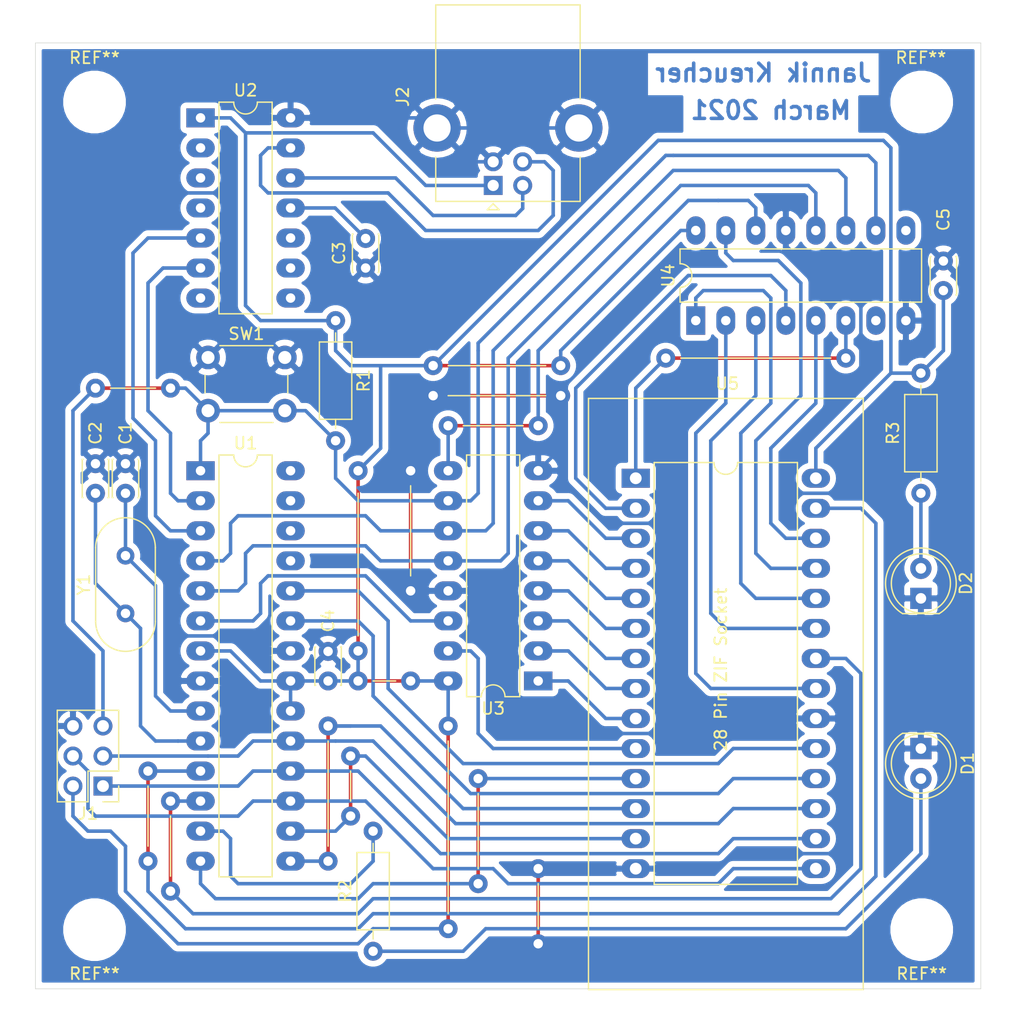
<source format=kicad_pcb>
(kicad_pcb (version 20171130) (host pcbnew 5.1.9-73d0e3b20d~88~ubuntu20.04.1)

  (general
    (thickness 1.6)
    (drawings 32)
    (tracks 400)
    (zones 0)
    (modules 23)
    (nets 56)
  )

  (page A4)
  (title_block
    (title "EEPROM Programmer")
    (date 2021-03-02)
    (rev 1.1)
    (company "Jannik Kreucher")
    (comment 3 "Note: front Layer are wire jumpers")
    (comment 4 "Supported EEPROMS: 28c64. 28c256")
  )

  (layers
    (0 F.Cu signal)
    (31 B.Cu signal)
    (32 B.Adhes user hide)
    (33 F.Adhes user hide)
    (34 B.Paste user hide)
    (35 F.Paste user hide)
    (36 B.SilkS user)
    (37 F.SilkS user)
    (38 B.Mask user hide)
    (39 F.Mask user hide)
    (40 Dwgs.User user hide)
    (41 Cmts.User user hide)
    (42 Eco1.User user hide)
    (43 Eco2.User user hide)
    (44 Edge.Cuts user)
    (45 Margin user hide)
    (46 B.CrtYd user hide)
    (47 F.CrtYd user hide)
    (48 B.Fab user hide)
    (49 F.Fab user hide)
  )

  (setup
    (last_trace_width 0.3)
    (trace_clearance 0.3)
    (zone_clearance 0.5)
    (zone_45_only no)
    (trace_min 0.2)
    (via_size 1.6)
    (via_drill 0.8)
    (via_min_size 0.4)
    (via_min_drill 0.3)
    (uvia_size 0.3)
    (uvia_drill 0.1)
    (uvias_allowed no)
    (uvia_min_size 0.2)
    (uvia_min_drill 0.1)
    (edge_width 0.05)
    (segment_width 0.2)
    (pcb_text_width 0.3)
    (pcb_text_size 1.5 1.5)
    (mod_edge_width 0.12)
    (mod_text_size 1 1)
    (mod_text_width 0.15)
    (pad_size 1.6 1.6)
    (pad_drill 1)
    (pad_to_mask_clearance 0)
    (aux_axis_origin 120 130)
    (grid_origin 120 130)
    (visible_elements FFFFFF7F)
    (pcbplotparams
      (layerselection 0x00000_fffffffe)
      (usegerberextensions false)
      (usegerberattributes true)
      (usegerberadvancedattributes true)
      (creategerberjobfile true)
      (excludeedgelayer true)
      (linewidth 0.100000)
      (plotframeref true)
      (viasonmask true)
      (mode 1)
      (useauxorigin false)
      (hpglpennumber 1)
      (hpglpenspeed 20)
      (hpglpendiameter 15.000000)
      (psnegative true)
      (psa4output false)
      (plotreference true)
      (plotvalue true)
      (plotinvisibletext false)
      (padsonsilk false)
      (subtractmaskfromsilk false)
      (outputformat 4)
      (mirror false)
      (drillshape 0)
      (scaleselection 1)
      (outputdirectory "gerber/"))
  )

  (net 0 "")
  (net 1 "Net-(C3-Pad2)")
  (net 2 GND)
  (net 3 "Net-(D1-Pad2)")
  (net 4 /green)
  (net 5 /white)
  (net 6 +5V)
  (net 7 /~Reset)
  (net 8 "Net-(R2-Pad2)")
  (net 9 "Net-(U1-Pad28)")
  (net 10 /D0)
  (net 11 "Net-(U1-Pad27)")
  (net 12 "Net-(U1-Pad26)")
  (net 13 /~RD)
  (net 14 "Net-(U1-Pad25)")
  (net 15 /~WR)
  (net 16 /D7)
  (net 17 /D6)
  (net 18 /LATCH)
  (net 19 /D5)
  (net 20 /SCLK)
  (net 21 /D4)
  (net 22 /SDAT)
  (net 23 /D3)
  (net 24 /TX)
  (net 25 /D2)
  (net 26 /RX)
  (net 27 /D1)
  (net 28 "Net-(U2-Pad7)")
  (net 29 "Net-(U2-Pad4)")
  (net 30 "Net-(U2-Pad10)")
  (net 31 "Net-(U2-Pad3)")
  (net 32 "Net-(U2-Pad9)")
  (net 33 "Net-(U2-Pad2)")
  (net 34 "Net-(U2-Pad8)")
  (net 35 /A0)
  (net 36 /A7)
  (net 37 /A6)
  (net 38 /A5)
  (net 39 /A4)
  (net 40 /A3)
  (net 41 /A2)
  (net 42 "Net-(U3-Pad9)")
  (net 43 /A1)
  (net 44 /A8)
  (net 45 "Net-(U4-Pad7)")
  (net 46 /A14)
  (net 47 /A13)
  (net 48 /A12)
  (net 49 /A11)
  (net 50 /A10)
  (net 51 "Net-(U4-Pad9)")
  (net 52 /A9)
  (net 53 "Net-(C1-Pad1)")
  (net 54 "Net-(C2-Pad1)")
  (net 55 "Net-(D2-Pad2)")

  (net_class Default "This is the default net class."
    (clearance 0.3)
    (trace_width 0.3)
    (via_dia 1.6)
    (via_drill 0.8)
    (uvia_dia 0.3)
    (uvia_drill 0.1)
    (add_net +5V)
    (add_net /A0)
    (add_net /A1)
    (add_net /A10)
    (add_net /A11)
    (add_net /A12)
    (add_net /A13)
    (add_net /A14)
    (add_net /A2)
    (add_net /A3)
    (add_net /A4)
    (add_net /A5)
    (add_net /A6)
    (add_net /A7)
    (add_net /A8)
    (add_net /A9)
    (add_net /D0)
    (add_net /D1)
    (add_net /D2)
    (add_net /D3)
    (add_net /D4)
    (add_net /D5)
    (add_net /D6)
    (add_net /D7)
    (add_net /LATCH)
    (add_net /RX)
    (add_net /SCLK)
    (add_net /SDAT)
    (add_net /TX)
    (add_net /green)
    (add_net /white)
    (add_net /~RD)
    (add_net /~Reset)
    (add_net /~WR)
    (add_net GND)
    (add_net "Net-(C1-Pad1)")
    (add_net "Net-(C2-Pad1)")
    (add_net "Net-(C3-Pad2)")
    (add_net "Net-(D1-Pad2)")
    (add_net "Net-(D2-Pad2)")
    (add_net "Net-(R2-Pad2)")
    (add_net "Net-(U1-Pad25)")
    (add_net "Net-(U1-Pad26)")
    (add_net "Net-(U1-Pad27)")
    (add_net "Net-(U1-Pad28)")
    (add_net "Net-(U2-Pad10)")
    (add_net "Net-(U2-Pad2)")
    (add_net "Net-(U2-Pad3)")
    (add_net "Net-(U2-Pad4)")
    (add_net "Net-(U2-Pad7)")
    (add_net "Net-(U2-Pad8)")
    (add_net "Net-(U2-Pad9)")
    (add_net "Net-(U3-Pad9)")
    (add_net "Net-(U4-Pad7)")
    (add_net "Net-(U4-Pad9)")
  )

  (module Capacitor_THT:C_Disc_D3.0mm_W2.0mm_P2.50mm (layer F.Cu) (tedit 5AE50EF0) (tstamp 6044494E)
    (at 144.765 103.965 90)
    (descr "C, Disc series, Radial, pin pitch=2.50mm, , diameter*width=3*2mm^2, Capacitor")
    (tags "C Disc series Radial pin pitch 2.50mm  diameter 3mm width 2mm Capacitor")
    (path /6044BCCC)
    (fp_text reference C4 (at 5.08 0 90) (layer F.SilkS)
      (effects (font (size 1 1) (thickness 0.15)))
    )
    (fp_text value 100nF (at 1.25 2.25 90) (layer F.Fab)
      (effects (font (size 1 1) (thickness 0.15)))
    )
    (fp_line (start 3.55 -1.25) (end -1.05 -1.25) (layer F.CrtYd) (width 0.05))
    (fp_line (start 3.55 1.25) (end 3.55 -1.25) (layer F.CrtYd) (width 0.05))
    (fp_line (start -1.05 1.25) (end 3.55 1.25) (layer F.CrtYd) (width 0.05))
    (fp_line (start -1.05 -1.25) (end -1.05 1.25) (layer F.CrtYd) (width 0.05))
    (fp_line (start 2.87 1.055) (end 2.87 1.12) (layer F.SilkS) (width 0.12))
    (fp_line (start 2.87 -1.12) (end 2.87 -1.055) (layer F.SilkS) (width 0.12))
    (fp_line (start -0.37 1.055) (end -0.37 1.12) (layer F.SilkS) (width 0.12))
    (fp_line (start -0.37 -1.12) (end -0.37 -1.055) (layer F.SilkS) (width 0.12))
    (fp_line (start -0.37 1.12) (end 2.87 1.12) (layer F.SilkS) (width 0.12))
    (fp_line (start -0.37 -1.12) (end 2.87 -1.12) (layer F.SilkS) (width 0.12))
    (fp_line (start 2.75 -1) (end -0.25 -1) (layer F.Fab) (width 0.1))
    (fp_line (start 2.75 1) (end 2.75 -1) (layer F.Fab) (width 0.1))
    (fp_line (start -0.25 1) (end 2.75 1) (layer F.Fab) (width 0.1))
    (fp_line (start -0.25 -1) (end -0.25 1) (layer F.Fab) (width 0.1))
    (fp_text user %R (at 1.25 0 90) (layer F.Fab)
      (effects (font (size 0.6 0.6) (thickness 0.09)))
    )
    (pad 2 thru_hole circle (at 2.5 0 90) (size 1.6 1.6) (drill 0.8) (layers *.Cu *.Mask)
      (net 2 GND))
    (pad 1 thru_hole circle (at 0 0 90) (size 1.6 1.6) (drill 0.8) (layers *.Cu *.Mask)
      (net 6 +5V))
    (model ${KISYS3DMOD}/Capacitor_THT.3dshapes/C_Disc_D3.0mm_W2.0mm_P2.50mm.wrl
      (at (xyz 0 0 0))
      (scale (xyz 1 1 1))
      (rotate (xyz 0 0 0))
    )
  )

  (module Capacitor_THT:C_Disc_D3.0mm_W2.0mm_P2.50mm (layer F.Cu) (tedit 5AE50EF0) (tstamp 6044408C)
    (at 196.835 70.945 90)
    (descr "C, Disc series, Radial, pin pitch=2.50mm, , diameter*width=3*2mm^2, Capacitor")
    (tags "C Disc series Radial pin pitch 2.50mm  diameter 3mm width 2mm Capacitor")
    (path /6044C8F5)
    (fp_text reference C5 (at 6 0 90) (layer F.SilkS)
      (effects (font (size 1 1) (thickness 0.15)))
    )
    (fp_text value 100nF (at 1.25 2.25 90) (layer F.Fab)
      (effects (font (size 1 1) (thickness 0.15)))
    )
    (fp_line (start 3.55 -1.25) (end -1.05 -1.25) (layer F.CrtYd) (width 0.05))
    (fp_line (start 3.55 1.25) (end 3.55 -1.25) (layer F.CrtYd) (width 0.05))
    (fp_line (start -1.05 1.25) (end 3.55 1.25) (layer F.CrtYd) (width 0.05))
    (fp_line (start -1.05 -1.25) (end -1.05 1.25) (layer F.CrtYd) (width 0.05))
    (fp_line (start 2.87 1.055) (end 2.87 1.12) (layer F.SilkS) (width 0.12))
    (fp_line (start 2.87 -1.12) (end 2.87 -1.055) (layer F.SilkS) (width 0.12))
    (fp_line (start -0.37 1.055) (end -0.37 1.12) (layer F.SilkS) (width 0.12))
    (fp_line (start -0.37 -1.12) (end -0.37 -1.055) (layer F.SilkS) (width 0.12))
    (fp_line (start -0.37 1.12) (end 2.87 1.12) (layer F.SilkS) (width 0.12))
    (fp_line (start -0.37 -1.12) (end 2.87 -1.12) (layer F.SilkS) (width 0.12))
    (fp_line (start 2.75 -1) (end -0.25 -1) (layer F.Fab) (width 0.1))
    (fp_line (start 2.75 1) (end 2.75 -1) (layer F.Fab) (width 0.1))
    (fp_line (start -0.25 1) (end 2.75 1) (layer F.Fab) (width 0.1))
    (fp_line (start -0.25 -1) (end -0.25 1) (layer F.Fab) (width 0.1))
    (fp_text user %R (at 1.25 0 90) (layer F.Fab)
      (effects (font (size 0.6 0.6) (thickness 0.09)))
    )
    (pad 2 thru_hole circle (at 2.5 0 90) (size 1.6 1.6) (drill 0.8) (layers *.Cu *.Mask)
      (net 2 GND))
    (pad 1 thru_hole circle (at 0 0 90) (size 1.6 1.6) (drill 0.8) (layers *.Cu *.Mask)
      (net 6 +5V))
    (model ${KISYS3DMOD}/Capacitor_THT.3dshapes/C_Disc_D3.0mm_W2.0mm_P2.50mm.wrl
      (at (xyz 0 0 0))
      (scale (xyz 1 1 1))
      (rotate (xyz 0 0 0))
    )
  )

  (module Resistor_THT:R_Axial_DIN0207_L6.3mm_D2.5mm_P10.16mm_Horizontal (layer F.Cu) (tedit 5AE5139B) (tstamp 604045B7)
    (at 148.575 126.825 90)
    (descr "Resistor, Axial_DIN0207 series, Axial, Horizontal, pin pitch=10.16mm, 0.25W = 1/4W, length*diameter=6.3*2.5mm^2, http://cdn-reichelt.de/documents/datenblatt/B400/1_4W%23YAG.pdf")
    (tags "Resistor Axial_DIN0207 series Axial Horizontal pin pitch 10.16mm 0.25W = 1/4W length 6.3mm diameter 2.5mm")
    (path /604FF2F1)
    (fp_text reference R2 (at 5.08 -2.37 90) (layer F.SilkS)
      (effects (font (size 1 1) (thickness 0.15)))
    )
    (fp_text value 220 (at 5.08 2.37 90) (layer F.Fab)
      (effects (font (size 1 1) (thickness 0.15)))
    )
    (fp_line (start 11.21 -1.5) (end -1.05 -1.5) (layer F.CrtYd) (width 0.05))
    (fp_line (start 11.21 1.5) (end 11.21 -1.5) (layer F.CrtYd) (width 0.05))
    (fp_line (start -1.05 1.5) (end 11.21 1.5) (layer F.CrtYd) (width 0.05))
    (fp_line (start -1.05 -1.5) (end -1.05 1.5) (layer F.CrtYd) (width 0.05))
    (fp_line (start 9.12 0) (end 8.35 0) (layer F.SilkS) (width 0.12))
    (fp_line (start 1.04 0) (end 1.81 0) (layer F.SilkS) (width 0.12))
    (fp_line (start 8.35 -1.37) (end 1.81 -1.37) (layer F.SilkS) (width 0.12))
    (fp_line (start 8.35 1.37) (end 8.35 -1.37) (layer F.SilkS) (width 0.12))
    (fp_line (start 1.81 1.37) (end 8.35 1.37) (layer F.SilkS) (width 0.12))
    (fp_line (start 1.81 -1.37) (end 1.81 1.37) (layer F.SilkS) (width 0.12))
    (fp_line (start 10.16 0) (end 8.23 0) (layer F.Fab) (width 0.1))
    (fp_line (start 0 0) (end 1.93 0) (layer F.Fab) (width 0.1))
    (fp_line (start 8.23 -1.25) (end 1.93 -1.25) (layer F.Fab) (width 0.1))
    (fp_line (start 8.23 1.25) (end 8.23 -1.25) (layer F.Fab) (width 0.1))
    (fp_line (start 1.93 1.25) (end 8.23 1.25) (layer F.Fab) (width 0.1))
    (fp_line (start 1.93 -1.25) (end 1.93 1.25) (layer F.Fab) (width 0.1))
    (fp_text user %R (at 5.08 0 90) (layer F.Fab)
      (effects (font (size 1 1) (thickness 0.15)))
    )
    (pad 2 thru_hole oval (at 10.16 0 90) (size 1.6 1.6) (drill 0.8) (layers *.Cu *.Mask)
      (net 8 "Net-(R2-Pad2)"))
    (pad 1 thru_hole circle (at 0 0 90) (size 1.6 1.6) (drill 0.8) (layers *.Cu *.Mask)
      (net 3 "Net-(D1-Pad2)"))
    (model ${KISYS3DMOD}/Resistor_THT.3dshapes/R_Axial_DIN0207_L6.3mm_D2.5mm_P10.16mm_Horizontal.wrl
      (at (xyz 0 0 0))
      (scale (xyz 1 1 1))
      (rotate (xyz 0 0 0))
    )
  )

  (module Crystal:Crystal_HC49-U_Vertical (layer F.Cu) (tedit 5A1AD3B8) (tstamp 6040636A)
    (at 127.62 98.25 90)
    (descr "Crystal THT HC-49/U http://5hertz.com/pdfs/04404_D.pdf")
    (tags "THT crystalHC-49/U")
    (path /604313D4)
    (fp_text reference Y1 (at 2.44 -3.525 90) (layer F.SilkS)
      (effects (font (size 1 1) (thickness 0.15)))
    )
    (fp_text value 7,3728MHz (at 2.44 3.525 90) (layer F.Fab)
      (effects (font (size 1 1) (thickness 0.15)))
    )
    (fp_line (start 8.4 -2.8) (end -3.5 -2.8) (layer F.CrtYd) (width 0.05))
    (fp_line (start 8.4 2.8) (end 8.4 -2.8) (layer F.CrtYd) (width 0.05))
    (fp_line (start -3.5 2.8) (end 8.4 2.8) (layer F.CrtYd) (width 0.05))
    (fp_line (start -3.5 -2.8) (end -3.5 2.8) (layer F.CrtYd) (width 0.05))
    (fp_line (start -0.685 2.525) (end 5.565 2.525) (layer F.SilkS) (width 0.12))
    (fp_line (start -0.685 -2.525) (end 5.565 -2.525) (layer F.SilkS) (width 0.12))
    (fp_line (start -0.56 2) (end 5.44 2) (layer F.Fab) (width 0.1))
    (fp_line (start -0.56 -2) (end 5.44 -2) (layer F.Fab) (width 0.1))
    (fp_line (start -0.685 2.325) (end 5.565 2.325) (layer F.Fab) (width 0.1))
    (fp_line (start -0.685 -2.325) (end 5.565 -2.325) (layer F.Fab) (width 0.1))
    (fp_arc (start 5.565 0) (end 5.565 -2.525) (angle 180) (layer F.SilkS) (width 0.12))
    (fp_arc (start -0.685 0) (end -0.685 -2.525) (angle -180) (layer F.SilkS) (width 0.12))
    (fp_arc (start 5.44 0) (end 5.44 -2) (angle 180) (layer F.Fab) (width 0.1))
    (fp_arc (start -0.56 0) (end -0.56 -2) (angle -180) (layer F.Fab) (width 0.1))
    (fp_arc (start 5.565 0) (end 5.565 -2.325) (angle 180) (layer F.Fab) (width 0.1))
    (fp_arc (start -0.685 0) (end -0.685 -2.325) (angle -180) (layer F.Fab) (width 0.1))
    (fp_text user %R (at 2.44 0 90) (layer F.Fab)
      (effects (font (size 1 1) (thickness 0.15)))
    )
    (pad 2 thru_hole circle (at 4.88 0 90) (size 1.5 1.5) (drill 0.8) (layers *.Cu *.Mask)
      (net 53 "Net-(C1-Pad1)"))
    (pad 1 thru_hole circle (at 0 0 90) (size 1.5 1.5) (drill 0.8) (layers *.Cu *.Mask)
      (net 54 "Net-(C2-Pad1)"))
    (model ${KISYS3DMOD}/Crystal.3dshapes/Crystal_HC49-U_Vertical.wrl
      (at (xyz 0 0 0))
      (scale (xyz 1 1 1))
      (rotate (xyz 0 0 0))
    )
  )

  (module Resistor_THT:R_Axial_DIN0207_L6.3mm_D2.5mm_P10.16mm_Horizontal (layer F.Cu) (tedit 5AE5139B) (tstamp 60406CDC)
    (at 194.93 88.09 90)
    (descr "Resistor, Axial_DIN0207 series, Axial, Horizontal, pin pitch=10.16mm, 0.25W = 1/4W, length*diameter=6.3*2.5mm^2, http://cdn-reichelt.de/documents/datenblatt/B400/1_4W%23YAG.pdf")
    (tags "Resistor Axial_DIN0207 series Axial Horizontal pin pitch 10.16mm 0.25W = 1/4W length 6.3mm diameter 2.5mm")
    (path /605288BC)
    (fp_text reference R3 (at 5.08 -2.37 90) (layer F.SilkS)
      (effects (font (size 1 1) (thickness 0.15)))
    )
    (fp_text value 220 (at 5.08 2.37 90) (layer F.Fab)
      (effects (font (size 1 1) (thickness 0.15)))
    )
    (fp_line (start 11.21 -1.5) (end -1.05 -1.5) (layer F.CrtYd) (width 0.05))
    (fp_line (start 11.21 1.5) (end 11.21 -1.5) (layer F.CrtYd) (width 0.05))
    (fp_line (start -1.05 1.5) (end 11.21 1.5) (layer F.CrtYd) (width 0.05))
    (fp_line (start -1.05 -1.5) (end -1.05 1.5) (layer F.CrtYd) (width 0.05))
    (fp_line (start 9.12 0) (end 8.35 0) (layer F.SilkS) (width 0.12))
    (fp_line (start 1.04 0) (end 1.81 0) (layer F.SilkS) (width 0.12))
    (fp_line (start 8.35 -1.37) (end 1.81 -1.37) (layer F.SilkS) (width 0.12))
    (fp_line (start 8.35 1.37) (end 8.35 -1.37) (layer F.SilkS) (width 0.12))
    (fp_line (start 1.81 1.37) (end 8.35 1.37) (layer F.SilkS) (width 0.12))
    (fp_line (start 1.81 -1.37) (end 1.81 1.37) (layer F.SilkS) (width 0.12))
    (fp_line (start 10.16 0) (end 8.23 0) (layer F.Fab) (width 0.1))
    (fp_line (start 0 0) (end 1.93 0) (layer F.Fab) (width 0.1))
    (fp_line (start 8.23 -1.25) (end 1.93 -1.25) (layer F.Fab) (width 0.1))
    (fp_line (start 8.23 1.25) (end 8.23 -1.25) (layer F.Fab) (width 0.1))
    (fp_line (start 1.93 1.25) (end 8.23 1.25) (layer F.Fab) (width 0.1))
    (fp_line (start 1.93 -1.25) (end 1.93 1.25) (layer F.Fab) (width 0.1))
    (fp_text user %R (at 5.08 0 90) (layer F.Fab)
      (effects (font (size 1 1) (thickness 0.15)))
    )
    (pad 2 thru_hole oval (at 10.16 0 90) (size 1.6 1.6) (drill 0.8) (layers *.Cu *.Mask)
      (net 6 +5V))
    (pad 1 thru_hole circle (at 0 0 90) (size 1.6 1.6) (drill 0.8) (layers *.Cu *.Mask)
      (net 55 "Net-(D2-Pad2)"))
    (model ${KISYS3DMOD}/Resistor_THT.3dshapes/R_Axial_DIN0207_L6.3mm_D2.5mm_P10.16mm_Horizontal.wrl
      (at (xyz 0 0 0))
      (scale (xyz 1 1 1))
      (rotate (xyz 0 0 0))
    )
  )

  (module LED_THT:LED_D5.0mm (layer F.Cu) (tedit 5995936A) (tstamp 60406BFD)
    (at 194.93 96.98 90)
    (descr "LED, diameter 5.0mm, 2 pins, http://cdn-reichelt.de/documents/datenblatt/A500/LL-504BC2E-009.pdf")
    (tags "LED diameter 5.0mm 2 pins")
    (path /60528C16)
    (fp_text reference D2 (at 1.27 3.81 90) (layer F.SilkS)
      (effects (font (size 1 1) (thickness 0.15)))
    )
    (fp_text value LED (at 1.27 3.96 90) (layer F.Fab)
      (effects (font (size 1 1) (thickness 0.15)))
    )
    (fp_line (start 4.5 -3.25) (end -1.95 -3.25) (layer F.CrtYd) (width 0.05))
    (fp_line (start 4.5 3.25) (end 4.5 -3.25) (layer F.CrtYd) (width 0.05))
    (fp_line (start -1.95 3.25) (end 4.5 3.25) (layer F.CrtYd) (width 0.05))
    (fp_line (start -1.95 -3.25) (end -1.95 3.25) (layer F.CrtYd) (width 0.05))
    (fp_line (start -1.29 -1.545) (end -1.29 1.545) (layer F.SilkS) (width 0.12))
    (fp_line (start -1.23 -1.469694) (end -1.23 1.469694) (layer F.Fab) (width 0.1))
    (fp_circle (center 1.27 0) (end 3.77 0) (layer F.SilkS) (width 0.12))
    (fp_circle (center 1.27 0) (end 3.77 0) (layer F.Fab) (width 0.1))
    (fp_text user %R (at 1.25 0 90) (layer F.Fab)
      (effects (font (size 0.8 0.8) (thickness 0.2)))
    )
    (fp_arc (start 1.27 0) (end -1.29 1.54483) (angle -148.9) (layer F.SilkS) (width 0.12))
    (fp_arc (start 1.27 0) (end -1.29 -1.54483) (angle 148.9) (layer F.SilkS) (width 0.12))
    (fp_arc (start 1.27 0) (end -1.23 -1.469694) (angle 299.1) (layer F.Fab) (width 0.1))
    (pad 2 thru_hole circle (at 2.54 0 90) (size 1.8 1.8) (drill 0.9) (layers *.Cu *.Mask)
      (net 55 "Net-(D2-Pad2)"))
    (pad 1 thru_hole rect (at 0 0 90) (size 1.8 1.8) (drill 0.9) (layers *.Cu *.Mask)
      (net 2 GND))
    (model ${KISYS3DMOD}/LED_THT.3dshapes/LED_D5.0mm.wrl
      (at (xyz 0 0 0))
      (scale (xyz 1 1 1))
      (rotate (xyz 0 0 0))
    )
  )

  (module Connector_PinHeader_2.54mm:PinHeader_2x03_P2.54mm_Vertical (layer F.Cu) (tedit 60403F79) (tstamp 604060EB)
    (at 125.715 112.855 180)
    (descr "Through hole straight pin header, 2x03, 2.54mm pitch, double rows")
    (tags "Through hole pin header THT 2x03 2.54mm double row")
    (path /603E9E7E)
    (fp_text reference J1 (at 1.27 -2.33) (layer F.SilkS)
      (effects (font (size 1 1) (thickness 0.15)))
    )
    (fp_text value "AVR ISP" (at 1.27 7.41) (layer F.Fab)
      (effects (font (size 1 1) (thickness 0.15)))
    )
    (fp_line (start 4.35 -1.8) (end -1.8 -1.8) (layer F.CrtYd) (width 0.05))
    (fp_line (start 4.35 6.85) (end 4.35 -1.8) (layer F.CrtYd) (width 0.05))
    (fp_line (start -1.8 6.85) (end 4.35 6.85) (layer F.CrtYd) (width 0.05))
    (fp_line (start -1.8 -1.8) (end -1.8 6.85) (layer F.CrtYd) (width 0.05))
    (fp_line (start -1.33 -1.33) (end 0 -1.33) (layer F.SilkS) (width 0.12))
    (fp_line (start -1.33 0) (end -1.33 -1.33) (layer F.SilkS) (width 0.12))
    (fp_line (start 1.27 -1.33) (end 3.87 -1.33) (layer F.SilkS) (width 0.12))
    (fp_line (start 1.27 1.27) (end 1.27 -1.33) (layer F.SilkS) (width 0.12))
    (fp_line (start -1.33 1.27) (end 1.27 1.27) (layer F.SilkS) (width 0.12))
    (fp_line (start 3.87 -1.33) (end 3.87 6.41) (layer F.SilkS) (width 0.12))
    (fp_line (start -1.33 1.27) (end -1.33 6.41) (layer F.SilkS) (width 0.12))
    (fp_line (start -1.33 6.41) (end 3.87 6.41) (layer F.SilkS) (width 0.12))
    (fp_line (start -1.27 0) (end 0 -1.27) (layer F.Fab) (width 0.1))
    (fp_line (start -1.27 6.35) (end -1.27 0) (layer F.Fab) (width 0.1))
    (fp_line (start 3.81 6.35) (end -1.27 6.35) (layer F.Fab) (width 0.1))
    (fp_line (start 3.81 -1.27) (end 3.81 6.35) (layer F.Fab) (width 0.1))
    (fp_line (start 0 -1.27) (end 3.81 -1.27) (layer F.Fab) (width 0.1))
    (fp_text user %R (at 1.27 2.54 90) (layer F.Fab)
      (effects (font (size 1 1) (thickness 0.15)))
    )
    (pad 6 thru_hole oval (at 2.54 5.08 180) (size 1.6 1.6) (drill 1) (layers *.Cu *.Mask)
      (net 2 GND))
    (pad 5 thru_hole oval (at 0 5.08 180) (size 1.6 1.6) (drill 1) (layers *.Cu *.Mask)
      (net 7 /~Reset))
    (pad 4 thru_hole oval (at 2.54 2.54 180) (size 1.6 1.6) (drill 1) (layers *.Cu *.Mask)
      (net 23 /D3))
    (pad 3 thru_hole oval (at 0 2.54 180) (size 1.6 1.6) (drill 1) (layers *.Cu *.Mask)
      (net 19 /D5))
    (pad 2 thru_hole oval (at 2.54 0 180) (size 1.6 1.6) (drill 1) (layers *.Cu *.Mask)
      (net 6 +5V))
    (pad 1 thru_hole rect (at 0 0 180) (size 1.6 1.6) (drill 1) (layers *.Cu *.Mask)
      (net 21 /D4))
    (model ${KISYS3DMOD}/Connector_PinHeader_2.54mm.3dshapes/PinHeader_2x03_P2.54mm_Vertical.wrl
      (at (xyz 0 0 0))
      (scale (xyz 1 1 1))
      (rotate (xyz 0 0 0))
    )
  )

  (module Capacitor_THT:C_Disc_D3.0mm_W2.0mm_P2.50mm (layer F.Cu) (tedit 5AE50EF0) (tstamp 60406085)
    (at 125.08 88.09 90)
    (descr "C, Disc series, Radial, pin pitch=2.50mm, , diameter*width=3*2mm^2, Capacitor")
    (tags "C Disc series Radial pin pitch 2.50mm  diameter 3mm width 2mm Capacitor")
    (path /6043B3B4)
    (fp_text reference C2 (at 5.08 0 90) (layer F.SilkS)
      (effects (font (size 1 1) (thickness 0.15)))
    )
    (fp_text value 22pF (at 1.25 2.25 90) (layer F.Fab)
      (effects (font (size 1 1) (thickness 0.15)))
    )
    (fp_line (start 3.55 -1.25) (end -1.05 -1.25) (layer F.CrtYd) (width 0.05))
    (fp_line (start 3.55 1.25) (end 3.55 -1.25) (layer F.CrtYd) (width 0.05))
    (fp_line (start -1.05 1.25) (end 3.55 1.25) (layer F.CrtYd) (width 0.05))
    (fp_line (start -1.05 -1.25) (end -1.05 1.25) (layer F.CrtYd) (width 0.05))
    (fp_line (start 2.87 1.055) (end 2.87 1.12) (layer F.SilkS) (width 0.12))
    (fp_line (start 2.87 -1.12) (end 2.87 -1.055) (layer F.SilkS) (width 0.12))
    (fp_line (start -0.37 1.055) (end -0.37 1.12) (layer F.SilkS) (width 0.12))
    (fp_line (start -0.37 -1.12) (end -0.37 -1.055) (layer F.SilkS) (width 0.12))
    (fp_line (start -0.37 1.12) (end 2.87 1.12) (layer F.SilkS) (width 0.12))
    (fp_line (start -0.37 -1.12) (end 2.87 -1.12) (layer F.SilkS) (width 0.12))
    (fp_line (start 2.75 -1) (end -0.25 -1) (layer F.Fab) (width 0.1))
    (fp_line (start 2.75 1) (end 2.75 -1) (layer F.Fab) (width 0.1))
    (fp_line (start -0.25 1) (end 2.75 1) (layer F.Fab) (width 0.1))
    (fp_line (start -0.25 -1) (end -0.25 1) (layer F.Fab) (width 0.1))
    (fp_text user %R (at 1.25 0 90) (layer F.Fab)
      (effects (font (size 0.6 0.6) (thickness 0.09)))
    )
    (pad 2 thru_hole circle (at 2.5 0 90) (size 1.6 1.6) (drill 0.8) (layers *.Cu *.Mask)
      (net 2 GND))
    (pad 1 thru_hole circle (at 0 0 90) (size 1.6 1.6) (drill 0.8) (layers *.Cu *.Mask)
      (net 54 "Net-(C2-Pad1)"))
    (model ${KISYS3DMOD}/Capacitor_THT.3dshapes/C_Disc_D3.0mm_W2.0mm_P2.50mm.wrl
      (at (xyz 0 0 0))
      (scale (xyz 1 1 1))
      (rotate (xyz 0 0 0))
    )
  )

  (module Capacitor_THT:C_Disc_D3.0mm_W2.0mm_P2.50mm (layer F.Cu) (tedit 5AE50EF0) (tstamp 604065EE)
    (at 127.62 88.09 90)
    (descr "C, Disc series, Radial, pin pitch=2.50mm, , diameter*width=3*2mm^2, Capacitor")
    (tags "C Disc series Radial pin pitch 2.50mm  diameter 3mm width 2mm Capacitor")
    (path /6043AF62)
    (fp_text reference C1 (at 5.08 0 90) (layer F.SilkS)
      (effects (font (size 1 1) (thickness 0.15)))
    )
    (fp_text value 22pF (at 1.25 2.25 90) (layer F.Fab)
      (effects (font (size 1 1) (thickness 0.15)))
    )
    (fp_line (start 3.55 -1.25) (end -1.05 -1.25) (layer F.CrtYd) (width 0.05))
    (fp_line (start 3.55 1.25) (end 3.55 -1.25) (layer F.CrtYd) (width 0.05))
    (fp_line (start -1.05 1.25) (end 3.55 1.25) (layer F.CrtYd) (width 0.05))
    (fp_line (start -1.05 -1.25) (end -1.05 1.25) (layer F.CrtYd) (width 0.05))
    (fp_line (start 2.87 1.055) (end 2.87 1.12) (layer F.SilkS) (width 0.12))
    (fp_line (start 2.87 -1.12) (end 2.87 -1.055) (layer F.SilkS) (width 0.12))
    (fp_line (start -0.37 1.055) (end -0.37 1.12) (layer F.SilkS) (width 0.12))
    (fp_line (start -0.37 -1.12) (end -0.37 -1.055) (layer F.SilkS) (width 0.12))
    (fp_line (start -0.37 1.12) (end 2.87 1.12) (layer F.SilkS) (width 0.12))
    (fp_line (start -0.37 -1.12) (end 2.87 -1.12) (layer F.SilkS) (width 0.12))
    (fp_line (start 2.75 -1) (end -0.25 -1) (layer F.Fab) (width 0.1))
    (fp_line (start 2.75 1) (end 2.75 -1) (layer F.Fab) (width 0.1))
    (fp_line (start -0.25 1) (end 2.75 1) (layer F.Fab) (width 0.1))
    (fp_line (start -0.25 -1) (end -0.25 1) (layer F.Fab) (width 0.1))
    (fp_text user %R (at 1.25 0 90) (layer F.Fab)
      (effects (font (size 0.6 0.6) (thickness 0.09)))
    )
    (pad 2 thru_hole circle (at 2.5 0 90) (size 1.6 1.6) (drill 0.8) (layers *.Cu *.Mask)
      (net 2 GND))
    (pad 1 thru_hole circle (at 0 0 90) (size 1.6 1.6) (drill 0.8) (layers *.Cu *.Mask)
      (net 53 "Net-(C1-Pad1)"))
    (model ${KISYS3DMOD}/Capacitor_THT.3dshapes/C_Disc_D3.0mm_W2.0mm_P2.50mm.wrl
      (at (xyz 0 0 0))
      (scale (xyz 1 1 1))
      (rotate (xyz 0 0 0))
    )
  )

  (module Package_DIP:DIP-14_W7.62mm_LongPads (layer F.Cu) (tedit 5A02E8C5) (tstamp 60404656)
    (at 133.97 56.34)
    (descr "14-lead though-hole mounted DIP package, row spacing 7.62 mm (300 mils), LongPads")
    (tags "THT DIP DIL PDIP 2.54mm 7.62mm 300mil LongPads")
    (path /60443E03)
    (fp_text reference U2 (at 3.81 -2.33) (layer F.SilkS)
      (effects (font (size 1 1) (thickness 0.15)))
    )
    (fp_text value MCP2221AxP (at 3.81 17.57) (layer F.Fab)
      (effects (font (size 1 1) (thickness 0.15)))
    )
    (fp_line (start 9.1 -1.55) (end -1.45 -1.55) (layer F.CrtYd) (width 0.05))
    (fp_line (start 9.1 16.8) (end 9.1 -1.55) (layer F.CrtYd) (width 0.05))
    (fp_line (start -1.45 16.8) (end 9.1 16.8) (layer F.CrtYd) (width 0.05))
    (fp_line (start -1.45 -1.55) (end -1.45 16.8) (layer F.CrtYd) (width 0.05))
    (fp_line (start 6.06 -1.33) (end 4.81 -1.33) (layer F.SilkS) (width 0.12))
    (fp_line (start 6.06 16.57) (end 6.06 -1.33) (layer F.SilkS) (width 0.12))
    (fp_line (start 1.56 16.57) (end 6.06 16.57) (layer F.SilkS) (width 0.12))
    (fp_line (start 1.56 -1.33) (end 1.56 16.57) (layer F.SilkS) (width 0.12))
    (fp_line (start 2.81 -1.33) (end 1.56 -1.33) (layer F.SilkS) (width 0.12))
    (fp_line (start 0.635 -0.27) (end 1.635 -1.27) (layer F.Fab) (width 0.1))
    (fp_line (start 0.635 16.51) (end 0.635 -0.27) (layer F.Fab) (width 0.1))
    (fp_line (start 6.985 16.51) (end 0.635 16.51) (layer F.Fab) (width 0.1))
    (fp_line (start 6.985 -1.27) (end 6.985 16.51) (layer F.Fab) (width 0.1))
    (fp_line (start 1.635 -1.27) (end 6.985 -1.27) (layer F.Fab) (width 0.1))
    (fp_text user %R (at 3.81 7.62) (layer F.Fab)
      (effects (font (size 1 1) (thickness 0.15)))
    )
    (fp_arc (start 3.81 -1.33) (end 2.81 -1.33) (angle -180) (layer F.SilkS) (width 0.12))
    (pad 14 thru_hole oval (at 7.62 0) (size 2.4 1.6) (drill 0.8) (layers *.Cu *.Mask)
      (net 2 GND))
    (pad 7 thru_hole oval (at 0 15.24) (size 2.4 1.6) (drill 0.8) (layers *.Cu *.Mask)
      (net 28 "Net-(U2-Pad7)"))
    (pad 13 thru_hole oval (at 7.62 2.54) (size 2.4 1.6) (drill 0.8) (layers *.Cu *.Mask)
      (net 4 /green))
    (pad 6 thru_hole oval (at 0 12.7) (size 2.4 1.6) (drill 0.8) (layers *.Cu *.Mask)
      (net 26 /RX))
    (pad 12 thru_hole oval (at 7.62 5.08) (size 2.4 1.6) (drill 0.8) (layers *.Cu *.Mask)
      (net 5 /white))
    (pad 5 thru_hole oval (at 0 10.16) (size 2.4 1.6) (drill 0.8) (layers *.Cu *.Mask)
      (net 24 /TX))
    (pad 11 thru_hole oval (at 7.62 7.62) (size 2.4 1.6) (drill 0.8) (layers *.Cu *.Mask)
      (net 1 "Net-(C3-Pad2)"))
    (pad 4 thru_hole oval (at 0 7.62) (size 2.4 1.6) (drill 0.8) (layers *.Cu *.Mask)
      (net 29 "Net-(U2-Pad4)"))
    (pad 10 thru_hole oval (at 7.62 10.16) (size 2.4 1.6) (drill 0.8) (layers *.Cu *.Mask)
      (net 30 "Net-(U2-Pad10)"))
    (pad 3 thru_hole oval (at 0 5.08) (size 2.4 1.6) (drill 0.8) (layers *.Cu *.Mask)
      (net 31 "Net-(U2-Pad3)"))
    (pad 9 thru_hole oval (at 7.62 12.7) (size 2.4 1.6) (drill 0.8) (layers *.Cu *.Mask)
      (net 32 "Net-(U2-Pad9)"))
    (pad 2 thru_hole oval (at 0 2.54) (size 2.4 1.6) (drill 0.8) (layers *.Cu *.Mask)
      (net 33 "Net-(U2-Pad2)"))
    (pad 8 thru_hole oval (at 7.62 15.24) (size 2.4 1.6) (drill 0.8) (layers *.Cu *.Mask)
      (net 34 "Net-(U2-Pad8)"))
    (pad 1 thru_hole rect (at 0 0) (size 2.4 1.6) (drill 0.8) (layers *.Cu *.Mask)
      (net 6 +5V))
    (model ${KISYS3DMOD}/Package_DIP.3dshapes/DIP-14_W7.62mm.wrl
      (at (xyz 0 0 0))
      (scale (xyz 1 1 1))
      (rotate (xyz 0 0 0))
    )
  )

  (module Button_Switch_THT:SW_PUSH_6mm (layer F.Cu) (tedit 5A02FE31) (tstamp 604045D6)
    (at 134.605 76.605)
    (descr https://www.omron.com/ecb/products/pdf/en-b3f.pdf)
    (tags "tact sw push 6mm")
    (path /603DECF6)
    (fp_text reference SW1 (at 3.25 -2) (layer F.SilkS)
      (effects (font (size 1 1) (thickness 0.15)))
    )
    (fp_text value Reset (at 3.75 6.7) (layer F.Fab)
      (effects (font (size 1 1) (thickness 0.15)))
    )
    (fp_circle (center 3.25 2.25) (end 1.25 2.5) (layer F.Fab) (width 0.1))
    (fp_line (start 6.75 3) (end 6.75 1.5) (layer F.SilkS) (width 0.12))
    (fp_line (start 5.5 -1) (end 1 -1) (layer F.SilkS) (width 0.12))
    (fp_line (start -0.25 1.5) (end -0.25 3) (layer F.SilkS) (width 0.12))
    (fp_line (start 1 5.5) (end 5.5 5.5) (layer F.SilkS) (width 0.12))
    (fp_line (start 8 -1.25) (end 8 5.75) (layer F.CrtYd) (width 0.05))
    (fp_line (start 7.75 6) (end -1.25 6) (layer F.CrtYd) (width 0.05))
    (fp_line (start -1.5 5.75) (end -1.5 -1.25) (layer F.CrtYd) (width 0.05))
    (fp_line (start -1.25 -1.5) (end 7.75 -1.5) (layer F.CrtYd) (width 0.05))
    (fp_line (start -1.5 6) (end -1.25 6) (layer F.CrtYd) (width 0.05))
    (fp_line (start -1.5 5.75) (end -1.5 6) (layer F.CrtYd) (width 0.05))
    (fp_line (start -1.5 -1.5) (end -1.25 -1.5) (layer F.CrtYd) (width 0.05))
    (fp_line (start -1.5 -1.25) (end -1.5 -1.5) (layer F.CrtYd) (width 0.05))
    (fp_line (start 8 -1.5) (end 8 -1.25) (layer F.CrtYd) (width 0.05))
    (fp_line (start 7.75 -1.5) (end 8 -1.5) (layer F.CrtYd) (width 0.05))
    (fp_line (start 8 6) (end 8 5.75) (layer F.CrtYd) (width 0.05))
    (fp_line (start 7.75 6) (end 8 6) (layer F.CrtYd) (width 0.05))
    (fp_line (start 0.25 -0.75) (end 3.25 -0.75) (layer F.Fab) (width 0.1))
    (fp_line (start 0.25 5.25) (end 0.25 -0.75) (layer F.Fab) (width 0.1))
    (fp_line (start 6.25 5.25) (end 0.25 5.25) (layer F.Fab) (width 0.1))
    (fp_line (start 6.25 -0.75) (end 6.25 5.25) (layer F.Fab) (width 0.1))
    (fp_line (start 3.25 -0.75) (end 6.25 -0.75) (layer F.Fab) (width 0.1))
    (fp_text user %R (at 3.25 2.25) (layer F.Fab)
      (effects (font (size 1 1) (thickness 0.15)))
    )
    (pad 1 thru_hole circle (at 6.5 0 90) (size 2 2) (drill 1.1) (layers *.Cu *.Mask)
      (net 2 GND))
    (pad 2 thru_hole circle (at 6.5 4.5 90) (size 2 2) (drill 1.1) (layers *.Cu *.Mask)
      (net 7 /~Reset))
    (pad 1 thru_hole circle (at 0 0 90) (size 2 2) (drill 1.1) (layers *.Cu *.Mask)
      (net 2 GND))
    (pad 2 thru_hole circle (at 0 4.5 90) (size 2 2) (drill 1.1) (layers *.Cu *.Mask)
      (net 7 /~Reset))
    (model ${KISYS3DMOD}/Button_Switch_THT.3dshapes/SW_PUSH_6mm.wrl
      (at (xyz 0 0 0))
      (scale (xyz 1 1 1))
      (rotate (xyz 0 0 0))
    )
  )

  (module Resistor_THT:R_Axial_DIN0207_L6.3mm_D2.5mm_P10.16mm_Horizontal (layer F.Cu) (tedit 5AE5139B) (tstamp 604045A0)
    (at 145.4 73.485 270)
    (descr "Resistor, Axial_DIN0207 series, Axial, Horizontal, pin pitch=10.16mm, 0.25W = 1/4W, length*diameter=6.3*2.5mm^2, http://cdn-reichelt.de/documents/datenblatt/B400/1_4W%23YAG.pdf")
    (tags "Resistor Axial_DIN0207 series Axial Horizontal pin pitch 10.16mm 0.25W = 1/4W length 6.3mm diameter 2.5mm")
    (path /603DFB0D)
    (fp_text reference R1 (at 5.08 -2.37 90) (layer F.SilkS)
      (effects (font (size 1 1) (thickness 0.15)))
    )
    (fp_text value 10k (at 5.08 2.37 90) (layer F.Fab)
      (effects (font (size 1 1) (thickness 0.15)))
    )
    (fp_line (start 11.21 -1.5) (end -1.05 -1.5) (layer F.CrtYd) (width 0.05))
    (fp_line (start 11.21 1.5) (end 11.21 -1.5) (layer F.CrtYd) (width 0.05))
    (fp_line (start -1.05 1.5) (end 11.21 1.5) (layer F.CrtYd) (width 0.05))
    (fp_line (start -1.05 -1.5) (end -1.05 1.5) (layer F.CrtYd) (width 0.05))
    (fp_line (start 9.12 0) (end 8.35 0) (layer F.SilkS) (width 0.12))
    (fp_line (start 1.04 0) (end 1.81 0) (layer F.SilkS) (width 0.12))
    (fp_line (start 8.35 -1.37) (end 1.81 -1.37) (layer F.SilkS) (width 0.12))
    (fp_line (start 8.35 1.37) (end 8.35 -1.37) (layer F.SilkS) (width 0.12))
    (fp_line (start 1.81 1.37) (end 8.35 1.37) (layer F.SilkS) (width 0.12))
    (fp_line (start 1.81 -1.37) (end 1.81 1.37) (layer F.SilkS) (width 0.12))
    (fp_line (start 10.16 0) (end 8.23 0) (layer F.Fab) (width 0.1))
    (fp_line (start 0 0) (end 1.93 0) (layer F.Fab) (width 0.1))
    (fp_line (start 8.23 -1.25) (end 1.93 -1.25) (layer F.Fab) (width 0.1))
    (fp_line (start 8.23 1.25) (end 8.23 -1.25) (layer F.Fab) (width 0.1))
    (fp_line (start 1.93 1.25) (end 8.23 1.25) (layer F.Fab) (width 0.1))
    (fp_line (start 1.93 -1.25) (end 1.93 1.25) (layer F.Fab) (width 0.1))
    (fp_text user %R (at 5.08 0 90) (layer F.Fab)
      (effects (font (size 1 1) (thickness 0.15)))
    )
    (pad 2 thru_hole oval (at 10.16 0 270) (size 1.6 1.6) (drill 0.8) (layers *.Cu *.Mask)
      (net 7 /~Reset))
    (pad 1 thru_hole circle (at 0 0 270) (size 1.6 1.6) (drill 0.8) (layers *.Cu *.Mask)
      (net 6 +5V))
    (model ${KISYS3DMOD}/Resistor_THT.3dshapes/R_Axial_DIN0207_L6.3mm_D2.5mm_P10.16mm_Horizontal.wrl
      (at (xyz 0 0 0))
      (scale (xyz 1 1 1))
      (rotate (xyz 0 0 0))
    )
  )

  (module LED_THT:LED_D5.0mm (layer F.Cu) (tedit 5995936A) (tstamp 60404533)
    (at 194.93 109.68 270)
    (descr "LED, diameter 5.0mm, 2 pins, http://cdn-reichelt.de/documents/datenblatt/A500/LL-504BC2E-009.pdf")
    (tags "LED diameter 5.0mm 2 pins")
    (path /60501CAE)
    (fp_text reference D1 (at 1.27 -3.96 90) (layer F.SilkS)
      (effects (font (size 1 1) (thickness 0.15)))
    )
    (fp_text value LED (at 1.27 3.96 90) (layer F.Fab)
      (effects (font (size 1 1) (thickness 0.15)))
    )
    (fp_line (start 4.5 -3.25) (end -1.95 -3.25) (layer F.CrtYd) (width 0.05))
    (fp_line (start 4.5 3.25) (end 4.5 -3.25) (layer F.CrtYd) (width 0.05))
    (fp_line (start -1.95 3.25) (end 4.5 3.25) (layer F.CrtYd) (width 0.05))
    (fp_line (start -1.95 -3.25) (end -1.95 3.25) (layer F.CrtYd) (width 0.05))
    (fp_line (start -1.29 -1.545) (end -1.29 1.545) (layer F.SilkS) (width 0.12))
    (fp_line (start -1.23 -1.469694) (end -1.23 1.469694) (layer F.Fab) (width 0.1))
    (fp_circle (center 1.27 0) (end 3.77 0) (layer F.SilkS) (width 0.12))
    (fp_circle (center 1.27 0) (end 3.77 0) (layer F.Fab) (width 0.1))
    (fp_text user %R (at 1.25 0 90) (layer F.Fab)
      (effects (font (size 0.8 0.8) (thickness 0.2)))
    )
    (fp_arc (start 1.27 0) (end -1.29 1.54483) (angle -148.9) (layer F.SilkS) (width 0.12))
    (fp_arc (start 1.27 0) (end -1.29 -1.54483) (angle 148.9) (layer F.SilkS) (width 0.12))
    (fp_arc (start 1.27 0) (end -1.23 -1.469694) (angle 299.1) (layer F.Fab) (width 0.1))
    (pad 2 thru_hole circle (at 2.54 0 270) (size 1.8 1.8) (drill 0.9) (layers *.Cu *.Mask)
      (net 3 "Net-(D1-Pad2)"))
    (pad 1 thru_hole rect (at 0 0 270) (size 1.8 1.8) (drill 0.9) (layers *.Cu *.Mask)
      (net 2 GND))
    (model ${KISYS3DMOD}/LED_THT.3dshapes/LED_D5.0mm.wrl
      (at (xyz 0 0 0))
      (scale (xyz 1 1 1))
      (rotate (xyz 0 0 0))
    )
  )

  (module MountingHole:MountingHole_4.3mm_M4 (layer F.Cu) (tedit 56D1B4CB) (tstamp 60403654)
    (at 125 125)
    (descr "Mounting Hole 4.3mm, no annular, M4")
    (tags "mounting hole 4.3mm no annular m4")
    (attr virtual)
    (fp_text reference REF** (at 0 3.73) (layer F.SilkS)
      (effects (font (size 1 1) (thickness 0.15)))
    )
    (fp_text value MountingHole_4.3mm_M4 (at 0 5.3) (layer F.Fab)
      (effects (font (size 1 1) (thickness 0.15)))
    )
    (fp_circle (center 0 0) (end 4.3 0) (layer Cmts.User) (width 0.15))
    (fp_circle (center 0 0) (end 4.55 0) (layer F.CrtYd) (width 0.05))
    (fp_text user %R (at 0.3 0) (layer F.Fab)
      (effects (font (size 1 1) (thickness 0.15)))
    )
    (pad 1 np_thru_hole circle (at 0 0) (size 4.3 4.3) (drill 4.3) (layers *.Cu *.Mask))
  )

  (module MountingHole:MountingHole_4.3mm_M4 (layer F.Cu) (tedit 56D1B4CB) (tstamp 603E62BC)
    (at 195 125)
    (descr "Mounting Hole 4.3mm, no annular, M4")
    (tags "mounting hole 4.3mm no annular m4")
    (attr virtual)
    (fp_text reference REF** (at 0 3.73) (layer F.SilkS)
      (effects (font (size 1 1) (thickness 0.15)))
    )
    (fp_text value MountingHole_4.3mm_M4 (at 0 5.3) (layer F.Fab)
      (effects (font (size 1 1) (thickness 0.15)))
    )
    (fp_circle (center 0 0) (end 4.55 0) (layer F.CrtYd) (width 0.05))
    (fp_circle (center 0 0) (end 4.3 0) (layer Cmts.User) (width 0.15))
    (fp_text user %R (at 0.3 0) (layer F.Fab)
      (effects (font (size 1 1) (thickness 0.15)))
    )
    (pad 1 np_thru_hole circle (at 0 0) (size 4.3 4.3) (drill 4.3) (layers *.Cu *.Mask))
  )

  (module MountingHole:MountingHole_4.3mm_M4 (layer F.Cu) (tedit 56D1B4CB) (tstamp 603E628A)
    (at 195 55)
    (descr "Mounting Hole 4.3mm, no annular, M4")
    (tags "mounting hole 4.3mm no annular m4")
    (attr virtual)
    (fp_text reference REF** (at -0.07 -3.74) (layer F.SilkS)
      (effects (font (size 1 1) (thickness 0.15)))
    )
    (fp_text value MountingHole_4.3mm_M4 (at 0 5.3) (layer F.Fab)
      (effects (font (size 1 1) (thickness 0.15)))
    )
    (fp_circle (center 0 0) (end 4.55 0) (layer F.CrtYd) (width 0.05))
    (fp_circle (center 0 0) (end 4.3 0) (layer Cmts.User) (width 0.15))
    (fp_text user %R (at 0.3 0) (layer F.Fab)
      (effects (font (size 1 1) (thickness 0.15)))
    )
    (pad 1 np_thru_hole circle (at 0 0) (size 4.3 4.3) (drill 4.3) (layers *.Cu *.Mask))
  )

  (module MountingHole:MountingHole_4.3mm_M4 (layer F.Cu) (tedit 56D1B4CB) (tstamp 603E6267)
    (at 125 55)
    (descr "Mounting Hole 4.3mm, no annular, M4")
    (tags "mounting hole 4.3mm no annular m4")
    (attr virtual)
    (fp_text reference REF** (at 0 -3.74) (layer F.SilkS)
      (effects (font (size 1 1) (thickness 0.15)))
    )
    (fp_text value MountingHole_4.3mm_M4 (at 0 5.3) (layer F.Fab)
      (effects (font (size 1 1) (thickness 0.15)))
    )
    (fp_circle (center 0 0) (end 4.55 0) (layer F.CrtYd) (width 0.05))
    (fp_circle (center 0 0) (end 4.3 0) (layer Cmts.User) (width 0.15))
    (fp_text user %R (at 0.3 0) (layer F.Fab)
      (effects (font (size 1 1) (thickness 0.15)))
    )
    (pad 1 np_thru_hole circle (at 0 0) (size 4.3 4.3) (drill 4.3) (layers *.Cu *.Mask))
  )

  (module Package_DIP:DIP-28_W7.62mm_LongPads (layer F.Cu) (tedit 5A02E8C5) (tstamp 603DC568)
    (at 133.97 86.185)
    (descr "28-lead though-hole mounted DIP package, row spacing 7.62 mm (300 mils), LongPads")
    (tags "THT DIP DIL PDIP 2.54mm 7.62mm 300mil LongPads")
    (path /603D2D30)
    (fp_text reference U1 (at 3.81 -2.33) (layer F.SilkS)
      (effects (font (size 1 1) (thickness 0.15)))
    )
    (fp_text value ATmega8-16PU (at 3.81 35.35) (layer F.Fab)
      (effects (font (size 1 1) (thickness 0.15)))
    )
    (fp_line (start 1.635 -1.27) (end 6.985 -1.27) (layer F.Fab) (width 0.1))
    (fp_line (start 6.985 -1.27) (end 6.985 34.29) (layer F.Fab) (width 0.1))
    (fp_line (start 6.985 34.29) (end 0.635 34.29) (layer F.Fab) (width 0.1))
    (fp_line (start 0.635 34.29) (end 0.635 -0.27) (layer F.Fab) (width 0.1))
    (fp_line (start 0.635 -0.27) (end 1.635 -1.27) (layer F.Fab) (width 0.1))
    (fp_line (start 2.81 -1.33) (end 1.56 -1.33) (layer F.SilkS) (width 0.12))
    (fp_line (start 1.56 -1.33) (end 1.56 34.35) (layer F.SilkS) (width 0.12))
    (fp_line (start 1.56 34.35) (end 6.06 34.35) (layer F.SilkS) (width 0.12))
    (fp_line (start 6.06 34.35) (end 6.06 -1.33) (layer F.SilkS) (width 0.12))
    (fp_line (start 6.06 -1.33) (end 4.81 -1.33) (layer F.SilkS) (width 0.12))
    (fp_line (start -1.45 -1.55) (end -1.45 34.55) (layer F.CrtYd) (width 0.05))
    (fp_line (start -1.45 34.55) (end 9.1 34.55) (layer F.CrtYd) (width 0.05))
    (fp_line (start 9.1 34.55) (end 9.1 -1.55) (layer F.CrtYd) (width 0.05))
    (fp_line (start 9.1 -1.55) (end -1.45 -1.55) (layer F.CrtYd) (width 0.05))
    (fp_text user %R (at 3.81 16.51) (layer F.Fab)
      (effects (font (size 1 1) (thickness 0.15)))
    )
    (fp_arc (start 3.81 -1.33) (end 2.81 -1.33) (angle -180) (layer F.SilkS) (width 0.12))
    (pad 28 thru_hole oval (at 7.62 0) (size 2.4 1.6) (drill 0.8) (layers *.Cu *.Mask)
      (net 9 "Net-(U1-Pad28)"))
    (pad 14 thru_hole oval (at 0 33.02) (size 2.4 1.6) (drill 0.8) (layers *.Cu *.Mask)
      (net 10 /D0))
    (pad 27 thru_hole oval (at 7.62 2.54) (size 2.4 1.6) (drill 0.8) (layers *.Cu *.Mask)
      (net 11 "Net-(U1-Pad27)"))
    (pad 13 thru_hole oval (at 0 30.48) (size 2.4 1.6) (drill 0.8) (layers *.Cu *.Mask)
      (net 8 "Net-(R2-Pad2)"))
    (pad 26 thru_hole oval (at 7.62 5.08) (size 2.4 1.6) (drill 0.8) (layers *.Cu *.Mask)
      (net 12 "Net-(U1-Pad26)"))
    (pad 12 thru_hole oval (at 0 27.94) (size 2.4 1.6) (drill 0.8) (layers *.Cu *.Mask)
      (net 13 /~RD))
    (pad 25 thru_hole oval (at 7.62 7.62) (size 2.4 1.6) (drill 0.8) (layers *.Cu *.Mask)
      (net 14 "Net-(U1-Pad25)"))
    (pad 11 thru_hole oval (at 0 25.4) (size 2.4 1.6) (drill 0.8) (layers *.Cu *.Mask)
      (net 15 /~WR))
    (pad 24 thru_hole oval (at 7.62 10.16) (size 2.4 1.6) (drill 0.8) (layers *.Cu *.Mask)
      (net 16 /D7))
    (pad 10 thru_hole oval (at 0 22.86) (size 2.4 1.6) (drill 0.8) (layers *.Cu *.Mask)
      (net 54 "Net-(C2-Pad1)"))
    (pad 23 thru_hole oval (at 7.62 12.7) (size 2.4 1.6) (drill 0.8) (layers *.Cu *.Mask)
      (net 17 /D6))
    (pad 9 thru_hole oval (at 0 20.32) (size 2.4 1.6) (drill 0.8) (layers *.Cu *.Mask)
      (net 53 "Net-(C1-Pad1)"))
    (pad 22 thru_hole oval (at 7.62 15.24) (size 2.4 1.6) (drill 0.8) (layers *.Cu *.Mask)
      (net 2 GND))
    (pad 8 thru_hole oval (at 0 17.78) (size 2.4 1.6) (drill 0.8) (layers *.Cu *.Mask)
      (net 2 GND))
    (pad 21 thru_hole oval (at 7.62 17.78) (size 2.4 1.6) (drill 0.8) (layers *.Cu *.Mask)
      (net 6 +5V))
    (pad 7 thru_hole oval (at 0 15.24) (size 2.4 1.6) (drill 0.8) (layers *.Cu *.Mask)
      (net 6 +5V))
    (pad 20 thru_hole oval (at 7.62 20.32) (size 2.4 1.6) (drill 0.8) (layers *.Cu *.Mask)
      (net 6 +5V))
    (pad 6 thru_hole oval (at 0 12.7) (size 2.4 1.6) (drill 0.8) (layers *.Cu *.Mask)
      (net 22 /SDAT))
    (pad 19 thru_hole oval (at 7.62 22.86) (size 2.4 1.6) (drill 0.8) (layers *.Cu *.Mask)
      (net 19 /D5))
    (pad 5 thru_hole oval (at 0 10.16) (size 2.4 1.6) (drill 0.8) (layers *.Cu *.Mask)
      (net 18 /LATCH))
    (pad 18 thru_hole oval (at 7.62 25.4) (size 2.4 1.6) (drill 0.8) (layers *.Cu *.Mask)
      (net 21 /D4))
    (pad 4 thru_hole oval (at 0 7.62) (size 2.4 1.6) (drill 0.8) (layers *.Cu *.Mask)
      (net 20 /SCLK))
    (pad 17 thru_hole oval (at 7.62 27.94) (size 2.4 1.6) (drill 0.8) (layers *.Cu *.Mask)
      (net 23 /D3))
    (pad 3 thru_hole oval (at 0 5.08) (size 2.4 1.6) (drill 0.8) (layers *.Cu *.Mask)
      (net 24 /TX))
    (pad 16 thru_hole oval (at 7.62 30.48) (size 2.4 1.6) (drill 0.8) (layers *.Cu *.Mask)
      (net 25 /D2))
    (pad 2 thru_hole oval (at 0 2.54) (size 2.4 1.6) (drill 0.8) (layers *.Cu *.Mask)
      (net 26 /RX))
    (pad 15 thru_hole oval (at 7.62 33.02) (size 2.4 1.6) (drill 0.8) (layers *.Cu *.Mask)
      (net 27 /D1))
    (pad 1 thru_hole rect (at 0 0) (size 2.4 1.6) (drill 0.8) (layers *.Cu *.Mask)
      (net 7 /~Reset))
    (model ${KISYS3DMOD}/Package_DIP.3dshapes/DIP-28_W7.62mm.wrl
      (at (xyz 0 0 0))
      (scale (xyz 1 1 1))
      (rotate (xyz 0 0 0))
    )
  )

  (module Connector_USB:USB_B_Lumberg_2411_02_Horizontal (layer F.Cu) (tedit 5E6EAC30) (tstamp 603DC4EB)
    (at 158.735 62.055 90)
    (descr "USB 2.0 receptacle type B, horizontal version, through-hole, https://downloads.lumberg.com/datenblaetter/en/2411_02.pdf")
    (tags "USB B receptacle horizontal through-hole")
    (path /604693F3)
    (fp_text reference J2 (at 7.5 -7.65 90) (layer F.SilkS)
      (effects (font (size 1 1) (thickness 0.15)))
    )
    (fp_text value USB_B (at 7.05 10.45 90) (layer F.Fab)
      (effects (font (size 1 1) (thickness 0.15)))
    )
    (fp_line (start -1.24 7.25) (end -1.24 -4.75) (layer F.Fab) (width 0.1))
    (fp_line (start -1.24 -4.75) (end 15.16 -4.75) (layer F.Fab) (width 0.1))
    (fp_line (start 15.16 -4.75) (end 15.16 7.25) (layer F.Fab) (width 0.1))
    (fp_line (start 15.16 7.25) (end -1.24 7.25) (layer F.Fab) (width 0.1))
    (fp_line (start -1.24 0.49) (end -0.75 0) (layer F.Fab) (width 0.1))
    (fp_line (start -0.75 0) (end -1.24 -0.49) (layer F.Fab) (width 0.1))
    (fp_line (start -1.35 7.36) (end -1.35 -4.86) (layer F.SilkS) (width 0.12))
    (fp_line (start -1.35 7.36) (end 2.4 7.36) (layer F.SilkS) (width 0.12))
    (fp_line (start -1.35 -4.86) (end 2.4 -4.86) (layer F.SilkS) (width 0.12))
    (fp_line (start 15.27 7.36) (end 15.27 -4.86) (layer F.SilkS) (width 0.12))
    (fp_line (start 15.27 -4.86) (end 7.3 -4.86) (layer F.SilkS) (width 0.12))
    (fp_line (start 15.27 7.36) (end 7.3 7.36) (layer F.SilkS) (width 0.12))
    (fp_line (start -1.55 0) (end -2.05 -0.5) (layer F.SilkS) (width 0.12))
    (fp_line (start -2.05 -0.5) (end -2.05 0.5) (layer F.SilkS) (width 0.12))
    (fp_line (start -2.05 0.5) (end -1.55 0) (layer F.SilkS) (width 0.12))
    (fp_line (start -1.74 9.75) (end 15.66 9.75) (layer F.CrtYd) (width 0.05))
    (fp_line (start 15.66 9.75) (end 15.66 -7.25) (layer F.CrtYd) (width 0.05))
    (fp_line (start 15.66 -7.25) (end -1.74 -7.25) (layer F.CrtYd) (width 0.05))
    (fp_line (start -1.74 -7.25) (end -1.74 9.75) (layer F.CrtYd) (width 0.05))
    (fp_text user %R (at 7.5 1.25 270) (layer F.Fab)
      (effects (font (size 1 1) (thickness 0.15)))
    )
    (pad 5 thru_hole circle (at 4.86 -4.75 180) (size 4 4) (drill 2.3) (layers *.Cu *.Mask)
      (net 2 GND))
    (pad 5 thru_hole circle (at 4.86 7.25 180) (size 4 4) (drill 2.3) (layers *.Cu *.Mask)
      (net 2 GND))
    (pad 4 thru_hole circle (at 2 0 180) (size 1.6 1.6) (drill 0.95) (layers *.Cu *.Mask)
      (net 2 GND))
    (pad 3 thru_hole circle (at 2 2.5 180) (size 1.6 1.6) (drill 0.95) (layers *.Cu *.Mask)
      (net 4 /green))
    (pad 2 thru_hole circle (at 0 2.5 180) (size 1.6 1.6) (drill 0.95) (layers *.Cu *.Mask)
      (net 5 /white))
    (pad 1 thru_hole rect (at 0 0 180) (size 1.6 1.6) (drill 0.95) (layers *.Cu *.Mask)
      (net 6 +5V))
    (model ${KISYS3DMOD}/Connector_USB.3dshapes/USB_B_Lumberg_2411_02_Horizontal.wrl
      (at (xyz 0 0 0))
      (scale (xyz 1 1 1))
      (rotate (xyz 0 0 0))
    )
  )

  (module Package_DIP:DIP-16_W7.62mm_LongPads (layer F.Cu) (tedit 5A02E8C5) (tstamp 603DC5D2)
    (at 175.88 73.485 90)
    (descr "16-lead though-hole mounted DIP package, row spacing 7.62 mm (300 mils), LongPads")
    (tags "THT DIP DIL PDIP 2.54mm 7.62mm 300mil LongPads")
    (path /603EEC60)
    (fp_text reference U4 (at 3.81 -2.33 90) (layer F.SilkS)
      (effects (font (size 1 1) (thickness 0.15)))
    )
    (fp_text value 74HC595 (at 3.81 20.11 90) (layer F.Fab)
      (effects (font (size 1 1) (thickness 0.15)))
    )
    (fp_line (start 1.635 -1.27) (end 6.985 -1.27) (layer F.Fab) (width 0.1))
    (fp_line (start 6.985 -1.27) (end 6.985 19.05) (layer F.Fab) (width 0.1))
    (fp_line (start 6.985 19.05) (end 0.635 19.05) (layer F.Fab) (width 0.1))
    (fp_line (start 0.635 19.05) (end 0.635 -0.27) (layer F.Fab) (width 0.1))
    (fp_line (start 0.635 -0.27) (end 1.635 -1.27) (layer F.Fab) (width 0.1))
    (fp_line (start 2.81 -1.33) (end 1.56 -1.33) (layer F.SilkS) (width 0.12))
    (fp_line (start 1.56 -1.33) (end 1.56 19.11) (layer F.SilkS) (width 0.12))
    (fp_line (start 1.56 19.11) (end 6.06 19.11) (layer F.SilkS) (width 0.12))
    (fp_line (start 6.06 19.11) (end 6.06 -1.33) (layer F.SilkS) (width 0.12))
    (fp_line (start 6.06 -1.33) (end 4.81 -1.33) (layer F.SilkS) (width 0.12))
    (fp_line (start -1.45 -1.55) (end -1.45 19.3) (layer F.CrtYd) (width 0.05))
    (fp_line (start -1.45 19.3) (end 9.1 19.3) (layer F.CrtYd) (width 0.05))
    (fp_line (start 9.1 19.3) (end 9.1 -1.55) (layer F.CrtYd) (width 0.05))
    (fp_line (start 9.1 -1.55) (end -1.45 -1.55) (layer F.CrtYd) (width 0.05))
    (fp_text user %R (at 3.81 8.89 90) (layer F.Fab)
      (effects (font (size 1 1) (thickness 0.15)))
    )
    (fp_arc (start 3.81 -1.33) (end 2.81 -1.33) (angle -180) (layer F.SilkS) (width 0.12))
    (pad 16 thru_hole oval (at 7.62 0 90) (size 2.4 1.6) (drill 0.8) (layers *.Cu *.Mask)
      (net 6 +5V))
    (pad 8 thru_hole oval (at 0 17.78 90) (size 2.4 1.6) (drill 0.8) (layers *.Cu *.Mask)
      (net 2 GND))
    (pad 15 thru_hole oval (at 7.62 2.54 90) (size 2.4 1.6) (drill 0.8) (layers *.Cu *.Mask)
      (net 44 /A8))
    (pad 7 thru_hole oval (at 0 15.24 90) (size 2.4 1.6) (drill 0.8) (layers *.Cu *.Mask)
      (net 45 "Net-(U4-Pad7)"))
    (pad 14 thru_hole oval (at 7.62 5.08 90) (size 2.4 1.6) (drill 0.8) (layers *.Cu *.Mask)
      (net 42 "Net-(U3-Pad9)"))
    (pad 6 thru_hole oval (at 0 12.7 90) (size 2.4 1.6) (drill 0.8) (layers *.Cu *.Mask)
      (net 46 /A14))
    (pad 13 thru_hole oval (at 7.62 7.62 90) (size 2.4 1.6) (drill 0.8) (layers *.Cu *.Mask)
      (net 2 GND))
    (pad 5 thru_hole oval (at 0 10.16 90) (size 2.4 1.6) (drill 0.8) (layers *.Cu *.Mask)
      (net 47 /A13))
    (pad 12 thru_hole oval (at 7.62 10.16 90) (size 2.4 1.6) (drill 0.8) (layers *.Cu *.Mask)
      (net 18 /LATCH))
    (pad 4 thru_hole oval (at 0 7.62 90) (size 2.4 1.6) (drill 0.8) (layers *.Cu *.Mask)
      (net 48 /A12))
    (pad 11 thru_hole oval (at 7.62 12.7 90) (size 2.4 1.6) (drill 0.8) (layers *.Cu *.Mask)
      (net 20 /SCLK))
    (pad 3 thru_hole oval (at 0 5.08 90) (size 2.4 1.6) (drill 0.8) (layers *.Cu *.Mask)
      (net 49 /A11))
    (pad 10 thru_hole oval (at 7.62 15.24 90) (size 2.4 1.6) (drill 0.8) (layers *.Cu *.Mask)
      (net 7 /~Reset))
    (pad 2 thru_hole oval (at 0 2.54 90) (size 2.4 1.6) (drill 0.8) (layers *.Cu *.Mask)
      (net 50 /A10))
    (pad 9 thru_hole oval (at 7.62 17.78 90) (size 2.4 1.6) (drill 0.8) (layers *.Cu *.Mask)
      (net 51 "Net-(U4-Pad9)"))
    (pad 1 thru_hole rect (at 0 0 90) (size 2.4 1.6) (drill 0.8) (layers *.Cu *.Mask)
      (net 52 /A9))
    (model ${KISYS3DMOD}/Package_DIP.3dshapes/DIP-16_W7.62mm.wrl
      (at (xyz 0 0 0))
      (scale (xyz 1 1 1))
      (rotate (xyz 0 0 0))
    )
  )

  (module zif:DIP-28_W15.24mm_ZIF_LongPads (layer F.Cu) (tedit 603D5274) (tstamp 603DC60A)
    (at 170.8 86.82)
    (descr "28-lead though-hole mounted DIP package, row spacing 15.24 mm (600 mils), Socket, LongPads")
    (tags "THT DIP DIL PDIP 2.54mm 15.24mm 600mil Socket LongPads")
    (path /603E662D)
    (fp_text reference U5 (at 7.75 -8) (layer F.SilkS)
      (effects (font (size 1 1) (thickness 0.15)))
    )
    (fp_text value 28C256 (at 7.62 35.35) (layer F.Fab)
      (effects (font (size 1 1) (thickness 0.15)))
    )
    (fp_line (start 16.8 -1.6) (end -1.55 -1.6) (layer F.CrtYd) (width 0.05))
    (fp_line (start 16.8 34.65) (end 16.8 -1.6) (layer F.CrtYd) (width 0.05))
    (fp_line (start -1.55 34.65) (end 16.8 34.65) (layer F.CrtYd) (width 0.05))
    (fp_line (start -1.55 -1.6) (end -1.55 34.65) (layer F.CrtYd) (width 0.05))
    (fp_line (start 13.68 -1.33) (end 8.62 -1.33) (layer F.SilkS) (width 0.12))
    (fp_line (start 13.68 34.35) (end 13.68 -1.33) (layer F.SilkS) (width 0.12))
    (fp_line (start 1.56 34.35) (end 13.68 34.35) (layer F.SilkS) (width 0.12))
    (fp_line (start 1.56 -1.33) (end 1.56 34.35) (layer F.SilkS) (width 0.12))
    (fp_line (start 6.62 -1.33) (end 1.56 -1.33) (layer F.SilkS) (width 0.12))
    (fp_line (start 16.51 -1.33) (end -1.27 -1.33) (layer F.Fab) (width 0.1))
    (fp_line (start 16.51 34.35) (end 16.51 -1.33) (layer F.Fab) (width 0.1))
    (fp_line (start -1.27 34.35) (end 16.51 34.35) (layer F.Fab) (width 0.1))
    (fp_line (start -1.27 -1.33) (end -1.27 34.35) (layer F.Fab) (width 0.1))
    (fp_line (start 0.255 -0.27) (end 1.255 -1.27) (layer F.Fab) (width 0.1))
    (fp_line (start 0.255 34.29) (end 0.255 -0.27) (layer F.Fab) (width 0.1))
    (fp_line (start 14.985 34.29) (end 0.255 34.29) (layer F.Fab) (width 0.1))
    (fp_line (start 14.985 -1.27) (end 14.985 34.29) (layer F.Fab) (width 0.1))
    (fp_line (start 1.255 -1.27) (end 14.985 -1.27) (layer F.Fab) (width 0.1))
    (fp_line (start -4 43.25) (end 19.25 43.25) (layer F.SilkS) (width 0.12))
    (fp_line (start -4 -6.75) (end 19.25 -6.75) (layer F.SilkS) (width 0.12))
    (fp_line (start 19.25 -6.75) (end 19.25 43.25) (layer F.SilkS) (width 0.12))
    (fp_line (start -4 43.25) (end -4 -6.75) (layer F.SilkS) (width 0.12))
    (fp_text user %R (at 7.62 16.51) (layer F.Fab)
      (effects (font (size 1 1) (thickness 0.15)))
    )
    (fp_arc (start 7.62 -1.33) (end 6.62 -1.33) (angle -180) (layer F.SilkS) (width 0.12))
    (pad 28 thru_hole oval (at 15.24 0) (size 2.4 1.6) (drill 1) (layers *.Cu *.Mask)
      (net 6 +5V))
    (pad 14 thru_hole oval (at 0 33.02) (size 2.4 1.6) (drill 1) (layers *.Cu *.Mask)
      (net 2 GND))
    (pad 27 thru_hole oval (at 15.24 2.54) (size 2.4 1.6) (drill 1) (layers *.Cu *.Mask)
      (net 15 /~WR))
    (pad 13 thru_hole oval (at 0 30.48) (size 2.4 1.6) (drill 1) (layers *.Cu *.Mask)
      (net 25 /D2))
    (pad 26 thru_hole oval (at 15.24 5.08) (size 2.4 1.6) (drill 1) (layers *.Cu *.Mask)
      (net 47 /A13))
    (pad 12 thru_hole oval (at 0 27.94) (size 2.4 1.6) (drill 1) (layers *.Cu *.Mask)
      (net 27 /D1))
    (pad 25 thru_hole oval (at 15.24 7.62) (size 2.4 1.6) (drill 1) (layers *.Cu *.Mask)
      (net 44 /A8))
    (pad 11 thru_hole oval (at 0 25.4) (size 2.4 1.6) (drill 1) (layers *.Cu *.Mask)
      (net 10 /D0))
    (pad 24 thru_hole oval (at 15.24 10.16) (size 2.4 1.6) (drill 1) (layers *.Cu *.Mask)
      (net 52 /A9))
    (pad 10 thru_hole oval (at 0 22.86) (size 2.4 1.6) (drill 1) (layers *.Cu *.Mask)
      (net 35 /A0))
    (pad 23 thru_hole oval (at 15.24 12.7) (size 2.4 1.6) (drill 1) (layers *.Cu *.Mask)
      (net 49 /A11))
    (pad 9 thru_hole oval (at 0 20.32) (size 2.4 1.6) (drill 1) (layers *.Cu *.Mask)
      (net 43 /A1))
    (pad 22 thru_hole oval (at 15.24 15.24) (size 2.4 1.6) (drill 1) (layers *.Cu *.Mask)
      (net 13 /~RD))
    (pad 8 thru_hole oval (at 0 17.78) (size 2.4 1.6) (drill 1) (layers *.Cu *.Mask)
      (net 41 /A2))
    (pad 21 thru_hole oval (at 15.24 17.78) (size 2.4 1.6) (drill 1) (layers *.Cu *.Mask)
      (net 50 /A10))
    (pad 7 thru_hole oval (at 0 15.24) (size 2.4 1.6) (drill 1) (layers *.Cu *.Mask)
      (net 40 /A3))
    (pad 20 thru_hole oval (at 15.24 20.32) (size 2.4 1.6) (drill 1) (layers *.Cu *.Mask)
      (net 2 GND))
    (pad 6 thru_hole oval (at 0 12.7) (size 2.4 1.6) (drill 1) (layers *.Cu *.Mask)
      (net 39 /A4))
    (pad 19 thru_hole oval (at 15.24 22.86) (size 2.4 1.6) (drill 1) (layers *.Cu *.Mask)
      (net 16 /D7))
    (pad 5 thru_hole oval (at 0 10.16) (size 2.4 1.6) (drill 1) (layers *.Cu *.Mask)
      (net 38 /A5))
    (pad 18 thru_hole oval (at 15.24 25.4) (size 2.4 1.6) (drill 1) (layers *.Cu *.Mask)
      (net 17 /D6))
    (pad 4 thru_hole oval (at 0 7.62) (size 2.4 1.6) (drill 1) (layers *.Cu *.Mask)
      (net 37 /A6))
    (pad 17 thru_hole oval (at 15.24 27.94) (size 2.4 1.6) (drill 1) (layers *.Cu *.Mask)
      (net 19 /D5))
    (pad 3 thru_hole oval (at 0 5.08) (size 2.4 1.6) (drill 1) (layers *.Cu *.Mask)
      (net 36 /A7))
    (pad 16 thru_hole oval (at 15.24 30.48) (size 2.4 1.6) (drill 1) (layers *.Cu *.Mask)
      (net 21 /D4))
    (pad 2 thru_hole oval (at 0 2.54) (size 2.4 1.6) (drill 1) (layers *.Cu *.Mask)
      (net 48 /A12))
    (pad 15 thru_hole oval (at 15.24 33.02) (size 2.4 1.6) (drill 1) (layers *.Cu *.Mask)
      (net 23 /D3))
    (pad 1 thru_hole rect (at 0 0) (size 2.4 1.6) (drill 1) (layers *.Cu *.Mask)
      (net 46 /A14))
    (model ${KISYS3DMOD}/Package_DIP.3dshapes/DIP-28_W15.24mm_Socket.wrl
      (at (xyz 0 0 0))
      (scale (xyz 1 1 1))
      (rotate (xyz 0 0 0))
    )
  )

  (module Package_DIP:DIP-16_W7.62mm_LongPads (layer F.Cu) (tedit 5A02E8C5) (tstamp 603DC5AE)
    (at 162.545 103.965 180)
    (descr "16-lead though-hole mounted DIP package, row spacing 7.62 mm (300 mils), LongPads")
    (tags "THT DIP DIL PDIP 2.54mm 7.62mm 300mil LongPads")
    (path /603EA110)
    (fp_text reference U3 (at 3.81 -2.33) (layer F.SilkS)
      (effects (font (size 1 1) (thickness 0.15)))
    )
    (fp_text value 74HC595 (at 3.81 20.11) (layer F.Fab)
      (effects (font (size 1 1) (thickness 0.15)))
    )
    (fp_line (start 1.635 -1.27) (end 6.985 -1.27) (layer F.Fab) (width 0.1))
    (fp_line (start 6.985 -1.27) (end 6.985 19.05) (layer F.Fab) (width 0.1))
    (fp_line (start 6.985 19.05) (end 0.635 19.05) (layer F.Fab) (width 0.1))
    (fp_line (start 0.635 19.05) (end 0.635 -0.27) (layer F.Fab) (width 0.1))
    (fp_line (start 0.635 -0.27) (end 1.635 -1.27) (layer F.Fab) (width 0.1))
    (fp_line (start 2.81 -1.33) (end 1.56 -1.33) (layer F.SilkS) (width 0.12))
    (fp_line (start 1.56 -1.33) (end 1.56 19.11) (layer F.SilkS) (width 0.12))
    (fp_line (start 1.56 19.11) (end 6.06 19.11) (layer F.SilkS) (width 0.12))
    (fp_line (start 6.06 19.11) (end 6.06 -1.33) (layer F.SilkS) (width 0.12))
    (fp_line (start 6.06 -1.33) (end 4.81 -1.33) (layer F.SilkS) (width 0.12))
    (fp_line (start -1.45 -1.55) (end -1.45 19.3) (layer F.CrtYd) (width 0.05))
    (fp_line (start -1.45 19.3) (end 9.1 19.3) (layer F.CrtYd) (width 0.05))
    (fp_line (start 9.1 19.3) (end 9.1 -1.55) (layer F.CrtYd) (width 0.05))
    (fp_line (start 9.1 -1.55) (end -1.45 -1.55) (layer F.CrtYd) (width 0.05))
    (fp_text user %R (at 3.81 8.89) (layer F.Fab)
      (effects (font (size 1 1) (thickness 0.15)))
    )
    (fp_arc (start 3.81 -1.33) (end 2.81 -1.33) (angle -180) (layer F.SilkS) (width 0.12))
    (pad 16 thru_hole oval (at 7.62 0 180) (size 2.4 1.6) (drill 0.8) (layers *.Cu *.Mask)
      (net 6 +5V))
    (pad 8 thru_hole oval (at 0 17.78 180) (size 2.4 1.6) (drill 0.8) (layers *.Cu *.Mask)
      (net 2 GND))
    (pad 15 thru_hole oval (at 7.62 2.54 180) (size 2.4 1.6) (drill 0.8) (layers *.Cu *.Mask)
      (net 35 /A0))
    (pad 7 thru_hole oval (at 0 15.24 180) (size 2.4 1.6) (drill 0.8) (layers *.Cu *.Mask)
      (net 36 /A7))
    (pad 14 thru_hole oval (at 7.62 5.08 180) (size 2.4 1.6) (drill 0.8) (layers *.Cu *.Mask)
      (net 22 /SDAT))
    (pad 6 thru_hole oval (at 0 12.7 180) (size 2.4 1.6) (drill 0.8) (layers *.Cu *.Mask)
      (net 37 /A6))
    (pad 13 thru_hole oval (at 7.62 7.62 180) (size 2.4 1.6) (drill 0.8) (layers *.Cu *.Mask)
      (net 2 GND))
    (pad 5 thru_hole oval (at 0 10.16 180) (size 2.4 1.6) (drill 0.8) (layers *.Cu *.Mask)
      (net 38 /A5))
    (pad 12 thru_hole oval (at 7.62 10.16 180) (size 2.4 1.6) (drill 0.8) (layers *.Cu *.Mask)
      (net 18 /LATCH))
    (pad 4 thru_hole oval (at 0 7.62 180) (size 2.4 1.6) (drill 0.8) (layers *.Cu *.Mask)
      (net 39 /A4))
    (pad 11 thru_hole oval (at 7.62 12.7 180) (size 2.4 1.6) (drill 0.8) (layers *.Cu *.Mask)
      (net 20 /SCLK))
    (pad 3 thru_hole oval (at 0 5.08 180) (size 2.4 1.6) (drill 0.8) (layers *.Cu *.Mask)
      (net 40 /A3))
    (pad 10 thru_hole oval (at 7.62 15.24 180) (size 2.4 1.6) (drill 0.8) (layers *.Cu *.Mask)
      (net 7 /~Reset))
    (pad 2 thru_hole oval (at 0 2.54 180) (size 2.4 1.6) (drill 0.8) (layers *.Cu *.Mask)
      (net 41 /A2))
    (pad 9 thru_hole oval (at 7.62 17.78 180) (size 2.4 1.6) (drill 0.8) (layers *.Cu *.Mask)
      (net 42 "Net-(U3-Pad9)"))
    (pad 1 thru_hole rect (at 0 0 180) (size 2.4 1.6) (drill 0.8) (layers *.Cu *.Mask)
      (net 43 /A1))
    (model ${KISYS3DMOD}/Package_DIP.3dshapes/DIP-16_W7.62mm.wrl
      (at (xyz 0 0 0))
      (scale (xyz 1 1 1))
      (rotate (xyz 0 0 0))
    )
  )

  (module Capacitor_THT:C_Disc_D3.0mm_W2.0mm_P2.50mm (layer F.Cu) (tedit 5AE50EF0) (tstamp 603DC4BB)
    (at 147.94 69.04 90)
    (descr "C, Disc series, Radial, pin pitch=2.50mm, , diameter*width=3*2mm^2, Capacitor")
    (tags "C Disc series Radial pin pitch 2.50mm  diameter 3mm width 2mm Capacitor")
    (path /604565C2)
    (fp_text reference C3 (at 1.25 -2.25 90) (layer F.SilkS)
      (effects (font (size 1 1) (thickness 0.15)))
    )
    (fp_text value 100nF (at 1.25 2.25 90) (layer F.Fab)
      (effects (font (size 1 1) (thickness 0.15)))
    )
    (fp_line (start -0.25 -1) (end -0.25 1) (layer F.Fab) (width 0.1))
    (fp_line (start -0.25 1) (end 2.75 1) (layer F.Fab) (width 0.1))
    (fp_line (start 2.75 1) (end 2.75 -1) (layer F.Fab) (width 0.1))
    (fp_line (start 2.75 -1) (end -0.25 -1) (layer F.Fab) (width 0.1))
    (fp_line (start -0.37 -1.12) (end 2.87 -1.12) (layer F.SilkS) (width 0.12))
    (fp_line (start -0.37 1.12) (end 2.87 1.12) (layer F.SilkS) (width 0.12))
    (fp_line (start -0.37 -1.12) (end -0.37 -1.055) (layer F.SilkS) (width 0.12))
    (fp_line (start -0.37 1.055) (end -0.37 1.12) (layer F.SilkS) (width 0.12))
    (fp_line (start 2.87 -1.12) (end 2.87 -1.055) (layer F.SilkS) (width 0.12))
    (fp_line (start 2.87 1.055) (end 2.87 1.12) (layer F.SilkS) (width 0.12))
    (fp_line (start -1.05 -1.25) (end -1.05 1.25) (layer F.CrtYd) (width 0.05))
    (fp_line (start -1.05 1.25) (end 3.55 1.25) (layer F.CrtYd) (width 0.05))
    (fp_line (start 3.55 1.25) (end 3.55 -1.25) (layer F.CrtYd) (width 0.05))
    (fp_line (start 3.55 -1.25) (end -1.05 -1.25) (layer F.CrtYd) (width 0.05))
    (fp_text user %R (at 1.25 0 90) (layer F.Fab)
      (effects (font (size 0.6 0.6) (thickness 0.09)))
    )
    (pad 2 thru_hole circle (at 2.5 0 90) (size 1.6 1.6) (drill 0.8) (layers *.Cu *.Mask)
      (net 1 "Net-(C3-Pad2)"))
    (pad 1 thru_hole circle (at 0 0 90) (size 1.6 1.6) (drill 0.8) (layers *.Cu *.Mask)
      (net 2 GND))
    (model ${KISYS3DMOD}/Capacitor_THT.3dshapes/C_Disc_D3.0mm_W2.0mm_P2.50mm.wrl
      (at (xyz 0 0 0))
      (scale (xyz 1 1 1))
      (rotate (xyz 0 0 0))
    )
  )

  (gr_line (start 126.35 79.2) (end 130.16 79.2) (layer F.SilkS) (width 0.12))
  (gr_line (start 129.525 117.935) (end 129.525 112.855) (layer F.SilkS) (width 0.12))
  (gr_line (start 131.43 120.475) (end 131.43 115.395) (layer F.SilkS) (width 0.12))
  (gr_line (start 162.545 121.11) (end 162.545 124.92) (layer F.SilkS) (width 0.12))
  (gr_line (start 157.465 113.49) (end 157.465 119.84) (layer F.SilkS) (width 0.12))
  (gr_line (start 154.925 109.045) (end 154.925 123.65) (layer F.SilkS) (width 0.12))
  (gr_line (start 146.67 111.585) (end 146.67 114.125) (layer F.SilkS) (width 0.12))
  (gr_line (start 144.765 109.045) (end 144.765 117.935) (layer F.SilkS) (width 0.12))
  (gr_line (start 148.575 103.965) (end 150.48 103.965) (layer F.SilkS) (width 0.12))
  (gr_line (start 147.305 88.09) (end 147.305 100.155) (layer F.SilkS) (width 0.12))
  (gr_line (start 151.75 87.455) (end 151.75 95.075) (layer F.SilkS) (width 0.12))
  (gr_line (start 161.275 82.375) (end 156.195 82.375) (layer F.SilkS) (width 0.12))
  (gr_line (start 154.925 79.835) (end 163.18 79.835) (layer F.SilkS) (width 0.12))
  (gr_line (start 174.61 76.66) (end 187.31 76.66) (layer F.SilkS) (width 0.12))
  (gr_line (start 154.925 77.295) (end 163.18 77.295) (layer F.SilkS) (width 0.12))
  (gr_text "28 Pin ZIF Socket" (at 178 103 90) (layer F.SilkS)
    (effects (font (size 1 1) (thickness 0.15)))
  )
  (gr_text "March 2021" (at 182.23 55.705) (layer B.Cu) (tstamp 6040F412)
    (effects (font (size 1.5 1.5) (thickness 0.3)) (justify mirror))
  )
  (gr_line (start 166.355 103.33) (end 202.55 103.33) (layer Eco1.User) (width 0.15))
  (dimension 35 (width 0.15) (layer Eco2.User)
    (gr_text "35,000 mm" (at 115.7 72.5 270) (layer Eco2.User)
      (effects (font (size 1 1) (thickness 0.15)))
    )
    (feature1 (pts (xy 118 90) (xy 116.413579 90)))
    (feature2 (pts (xy 118 55) (xy 116.413579 55)))
    (crossbar (pts (xy 117 55) (xy 117 90)))
    (arrow1a (pts (xy 117 90) (xy 116.413579 88.873496)))
    (arrow1b (pts (xy 117 90) (xy 117.586421 88.873496)))
    (arrow2a (pts (xy 117 55) (xy 116.413579 56.126504)))
    (arrow2b (pts (xy 117 55) (xy 117.586421 56.126504)))
  )
  (dimension 5 (width 0.15) (layer Eco2.User)
    (gr_text "5,000 mm" (at 115.7 52.5 270) (layer Eco2.User)
      (effects (font (size 1 1) (thickness 0.15)))
    )
    (feature1 (pts (xy 118 55) (xy 116.413579 55)))
    (feature2 (pts (xy 118 50) (xy 116.413579 50)))
    (crossbar (pts (xy 117 50) (xy 117 55)))
    (arrow1a (pts (xy 117 55) (xy 116.413579 53.873496)))
    (arrow1b (pts (xy 117 55) (xy 117.586421 53.873496)))
    (arrow2a (pts (xy 117 50) (xy 116.413579 51.126504)))
    (arrow2b (pts (xy 117 50) (xy 117.586421 51.126504)))
  )
  (dimension 5 (width 0.15) (layer Eco2.User)
    (gr_text "5,000 mm" (at 197.5 45.7) (layer Eco2.User)
      (effects (font (size 1 1) (thickness 0.15)))
    )
    (feature1 (pts (xy 200 48) (xy 200 46.413579)))
    (feature2 (pts (xy 195 48) (xy 195 46.413579)))
    (crossbar (pts (xy 195 47) (xy 200 47)))
    (arrow1a (pts (xy 200 47) (xy 198.873496 47.586421)))
    (arrow1b (pts (xy 200 47) (xy 198.873496 46.413579)))
    (arrow2a (pts (xy 195 47) (xy 196.126504 47.586421)))
    (arrow2b (pts (xy 195 47) (xy 196.126504 46.413579)))
  )
  (dimension 70 (width 0.15) (layer Eco2.User)
    (gr_text "70,000 mm" (at 160 45.7) (layer Eco2.User)
      (effects (font (size 1 1) (thickness 0.15)))
    )
    (feature1 (pts (xy 195 48) (xy 195 46.413579)))
    (feature2 (pts (xy 125 48) (xy 125 46.413579)))
    (crossbar (pts (xy 125 47) (xy 195 47)))
    (arrow1a (pts (xy 195 47) (xy 193.873496 47.586421)))
    (arrow1b (pts (xy 195 47) (xy 193.873496 46.413579)))
    (arrow2a (pts (xy 125 47) (xy 126.126504 47.586421)))
    (arrow2b (pts (xy 125 47) (xy 126.126504 46.413579)))
  )
  (dimension 5 (width 0.15) (layer Eco2.User)
    (gr_text "5,000 mm" (at 122.5 45.7) (layer Eco2.User)
      (effects (font (size 1 1) (thickness 0.15)))
    )
    (feature1 (pts (xy 125 48) (xy 125 46.413579)))
    (feature2 (pts (xy 120 48) (xy 120 46.413579)))
    (crossbar (pts (xy 120 47) (xy 125 47)))
    (arrow1a (pts (xy 125 47) (xy 123.873496 47.586421)))
    (arrow1b (pts (xy 125 47) (xy 123.873496 46.413579)))
    (arrow2a (pts (xy 120 47) (xy 121.126504 47.586421)))
    (arrow2b (pts (xy 120 47) (xy 121.126504 46.413579)))
  )
  (gr_text "Jannik Kreucher" (at 181.595 52.53) (layer B.Cu)
    (effects (font (size 1.5 1.5) (thickness 0.3)) (justify mirror))
  )
  (dimension 80 (width 0.15) (layer Eco1.User)
    (gr_text "80,000 mm" (at 160 38.7) (layer Eco1.User)
      (effects (font (size 1 1) (thickness 0.15)))
    )
    (feature1 (pts (xy 120 45) (xy 120 39.413579)))
    (feature2 (pts (xy 200 45) (xy 200 39.413579)))
    (crossbar (pts (xy 200 40) (xy 120 40)))
    (arrow1a (pts (xy 120 40) (xy 121.126504 39.413579)))
    (arrow1b (pts (xy 120 40) (xy 121.126504 40.586421)))
    (arrow2a (pts (xy 200 40) (xy 198.873496 39.413579)))
    (arrow2b (pts (xy 200 40) (xy 198.873496 40.586421)))
  )
  (dimension 80 (width 0.15) (layer Eco1.User)
    (gr_text "80,000 mm" (at 211.3 90 90) (layer Eco1.User)
      (effects (font (size 1 1) (thickness 0.15)))
    )
    (feature1 (pts (xy 205 50) (xy 210.586421 50)))
    (feature2 (pts (xy 205 130) (xy 210.586421 130)))
    (crossbar (pts (xy 210 130) (xy 210 50)))
    (arrow1a (pts (xy 210 50) (xy 210.586421 51.126504)))
    (arrow1b (pts (xy 210 50) (xy 209.413579 51.126504)))
    (arrow2a (pts (xy 210 130) (xy 210.586421 128.873496)))
    (arrow2b (pts (xy 210 130) (xy 209.413579 128.873496)))
  )
  (gr_line (start 110 90) (end 210 90) (layer Eco1.User) (width 0.15))
  (gr_line (start 160 140) (end 160 40) (layer Eco1.User) (width 0.15))
  (gr_line (start 120 50) (end 120 130) (layer Edge.Cuts) (width 0.05) (tstamp 603DCA79))
  (gr_line (start 200 50) (end 120 50) (layer Edge.Cuts) (width 0.05))
  (gr_line (start 200 130) (end 200 50) (layer Edge.Cuts) (width 0.05))
  (gr_line (start 120 130) (end 200 130) (layer Edge.Cuts) (width 0.05))

  (segment (start 145.36 63.96) (end 147.94 66.54) (width 0.3) (layer B.Cu) (net 1))
  (segment (start 141.59 63.96) (end 145.36 63.96) (width 0.3) (layer B.Cu) (net 1))
  (segment (start 168.26 108.41) (end 173.34 108.41) (width 0.3) (layer B.Cu) (net 2))
  (segment (start 168.26 90.63) (end 173.34 90.63) (width 0.3) (layer B.Cu) (net 2))
  (via (at 162.545 119.84) (size 1.6) (drill 0.8) (layers F.Cu B.Cu) (net 2))
  (segment (start 170.8 119.84) (end 162.545 119.84) (width 0.3) (layer B.Cu) (net 2))
  (via (at 151.75 96.345) (size 1.6) (drill 0.8) (layers F.Cu B.Cu) (net 2))
  (segment (start 154.925 96.345) (end 151.75 96.345) (width 0.3) (layer B.Cu) (net 2))
  (via (at 151.75 86.185) (size 1.6) (drill 0.8) (layers F.Cu B.Cu) (net 2))
  (segment (start 151.75 96.345) (end 151.75 86.185) (width 0.3) (layer F.Cu) (net 2))
  (segment (start 151.75 82.375) (end 151.75 86.185) (width 0.3) (layer B.Cu) (net 2))
  (segment (start 162.545 86.185) (end 164.45 84.28) (width 0.3) (layer B.Cu) (net 2))
  (via (at 164.45 79.835) (size 1.6) (drill 0.8) (layers F.Cu B.Cu) (net 2))
  (segment (start 164.45 84.28) (end 164.45 79.835) (width 0.3) (layer B.Cu) (net 2))
  (via (at 153.655 79.835) (size 1.6) (drill 0.8) (layers F.Cu B.Cu) (net 2))
  (segment (start 164.45 79.835) (end 153.655 79.835) (width 0.3) (layer F.Cu) (net 2))
  (segment (start 153.655 79.835) (end 151.75 81.74) (width 0.3) (layer B.Cu) (net 2))
  (segment (start 151.75 81.74) (end 151.75 82.375) (width 0.3) (layer B.Cu) (net 2))
  (segment (start 183.5 65.865) (end 183.5 67.135) (width 0.3) (layer B.Cu) (net 2))
  (segment (start 183.5 67.135) (end 186.04 69.675) (width 0.3) (layer B.Cu) (net 2))
  (segment (start 186.04 69.675) (end 188.58 69.675) (width 0.3) (layer B.Cu) (net 2))
  (segment (start 188.58 69.675) (end 189.85 70.945) (width 0.3) (layer B.Cu) (net 2))
  (segment (start 189.85 70.945) (end 189.85 78.565) (width 0.3) (layer B.Cu) (net 2))
  (segment (start 189.85 78.565) (end 183.5 84.915) (width 0.3) (layer B.Cu) (net 2))
  (segment (start 183.5 84.915) (end 183.5 87.455) (width 0.3) (layer B.Cu) (net 2))
  (segment (start 183.5 87.455) (end 184.135 88.09) (width 0.3) (layer B.Cu) (net 2))
  (segment (start 184.135 88.09) (end 189.85 88.09) (width 0.3) (layer B.Cu) (net 2))
  (segment (start 170.8 119.84) (end 177.785 119.84) (width 0.3) (layer B.Cu) (net 2))
  (segment (start 177.785 119.84) (end 179.055 118.57) (width 0.3) (layer B.Cu) (net 2))
  (segment (start 179.055 118.57) (end 187.945 118.57) (width 0.3) (layer B.Cu) (net 2))
  (segment (start 153.985 57.195) (end 165.985 57.195) (width 0.3) (layer B.Cu) (net 2))
  (segment (start 141.59 101.425) (end 139.05 101.425) (width 0.3) (layer B.Cu) (net 2))
  (segment (start 132.065 100.155) (end 131.43 100.79) (width 0.3) (layer B.Cu) (net 2))
  (segment (start 131.43 103.33) (end 132.065 103.965) (width 0.3) (layer B.Cu) (net 2))
  (segment (start 131.43 100.79) (end 131.43 103.33) (width 0.3) (layer B.Cu) (net 2))
  (segment (start 132.065 103.965) (end 133.97 103.965) (width 0.3) (layer B.Cu) (net 2))
  (segment (start 139.05 101.425) (end 137.78 100.155) (width 0.3) (layer B.Cu) (net 2))
  (segment (start 137.78 100.155) (end 132.065 100.155) (width 0.3) (layer B.Cu) (net 2))
  (via (at 162.545 126.19) (size 1.6) (drill 0.8) (layers F.Cu B.Cu) (net 2))
  (segment (start 162.545 119.84) (end 162.545 126.19) (width 0.3) (layer F.Cu) (net 2))
  (segment (start 153.13 56.34) (end 153.985 57.195) (width 0.3) (layer B.Cu) (net 2))
  (segment (start 141.59 56.34) (end 153.13 56.34) (width 0.3) (layer B.Cu) (net 2))
  (segment (start 156.845 60.055) (end 153.985 57.195) (width 0.3) (layer B.Cu) (net 2))
  (segment (start 158.735 60.055) (end 156.845 60.055) (width 0.3) (layer B.Cu) (net 2))
  (segment (start 135.875 62.69) (end 131.43 62.69) (width 0.3) (layer B.Cu) (net 2))
  (segment (start 194.93 118.57) (end 194.93 112.22) (width 0.3) (layer B.Cu) (net 3))
  (segment (start 158.1 124.92) (end 188.58 124.92) (width 0.3) (layer B.Cu) (net 3))
  (segment (start 188.58 124.92) (end 194.93 118.57) (width 0.3) (layer B.Cu) (net 3))
  (segment (start 156.195 126.825) (end 158.1 124.92) (width 0.3) (layer B.Cu) (net 3))
  (segment (start 148.575 126.825) (end 156.195 126.825) (width 0.3) (layer B.Cu) (net 3))
  (segment (start 153.02 65.865) (end 149.845 62.69) (width 0.3) (layer B.Cu) (net 4))
  (segment (start 162.545 65.865) (end 153.02 65.865) (width 0.3) (layer B.Cu) (net 4))
  (segment (start 163.815 64.595) (end 162.545 65.865) (width 0.3) (layer B.Cu) (net 4))
  (segment (start 163.815 60.785) (end 163.815 64.595) (width 0.3) (layer B.Cu) (net 4))
  (segment (start 163.085 60.055) (end 163.815 60.785) (width 0.3) (layer B.Cu) (net 4))
  (segment (start 161.235 60.055) (end 163.085 60.055) (width 0.3) (layer B.Cu) (net 4))
  (segment (start 149.845 62.69) (end 139.685 62.69) (width 0.3) (layer B.Cu) (net 4))
  (segment (start 139.685 62.69) (end 139.05 62.055) (width 0.3) (layer B.Cu) (net 4))
  (segment (start 139.05 62.055) (end 139.05 59.515) (width 0.3) (layer B.Cu) (net 4))
  (segment (start 139.685 58.88) (end 141.59 58.88) (width 0.3) (layer B.Cu) (net 4))
  (segment (start 139.05 59.515) (end 139.685 58.88) (width 0.3) (layer B.Cu) (net 4))
  (segment (start 161.235 62.055) (end 161.235 64) (width 0.3) (layer B.Cu) (net 5))
  (segment (start 161.235 64) (end 160.64 64.595) (width 0.3) (layer B.Cu) (net 5))
  (segment (start 160.64 64.595) (end 153.655 64.595) (width 0.3) (layer B.Cu) (net 5))
  (segment (start 153.655 64.595) (end 150.48 61.42) (width 0.3) (layer B.Cu) (net 5))
  (segment (start 150.48 61.42) (end 141.59 61.42) (width 0.3) (layer B.Cu) (net 5))
  (segment (start 141.59 103.965) (end 141.59 106.505) (width 0.3) (layer B.Cu) (net 6))
  (segment (start 133.97 101.425) (end 136.51 101.425) (width 0.3) (layer B.Cu) (net 6))
  (segment (start 139.05 103.965) (end 141.59 103.965) (width 0.3) (layer B.Cu) (net 6))
  (segment (start 136.51 101.425) (end 139.05 103.965) (width 0.3) (layer B.Cu) (net 6))
  (segment (start 175.88 65.865) (end 174.61 65.865) (width 0.3) (layer B.Cu) (net 6))
  (via (at 164.45 77.295) (size 1.6) (drill 0.8) (layers F.Cu B.Cu) (net 6))
  (segment (start 164.45 76.025) (end 164.45 77.295) (width 0.3) (layer B.Cu) (net 6))
  (segment (start 174.61 65.865) (end 164.45 76.025) (width 0.3) (layer B.Cu) (net 6))
  (via (at 153.655 77.295) (size 1.6) (drill 0.8) (layers F.Cu B.Cu) (net 6))
  (segment (start 164.45 77.295) (end 153.655 77.295) (width 0.3) (layer F.Cu) (net 6))
  (segment (start 186.04 84.28) (end 186.04 86.82) (width 0.3) (layer B.Cu) (net 6))
  (segment (start 192.39 77.93) (end 186.04 84.28) (width 0.3) (layer B.Cu) (net 6))
  (segment (start 192.39 58.88) (end 192.39 77.93) (width 0.3) (layer B.Cu) (net 6))
  (segment (start 191.755 58.245) (end 192.39 58.88) (width 0.3) (layer B.Cu) (net 6))
  (segment (start 172.705 58.245) (end 191.755 58.245) (width 0.3) (layer B.Cu) (net 6))
  (segment (start 153.655 77.295) (end 172.705 58.245) (width 0.3) (layer B.Cu) (net 6))
  (segment (start 145.4 76.025) (end 145.4 73.485) (width 0.3) (layer B.Cu) (net 6))
  (segment (start 146.67 77.295) (end 145.4 76.025) (width 0.3) (layer B.Cu) (net 6))
  (segment (start 149.21 83.645) (end 149.21 77.295) (width 0.3) (layer B.Cu) (net 6))
  (segment (start 149.21 77.295) (end 146.67 77.295) (width 0.3) (layer B.Cu) (net 6))
  (segment (start 153.655 77.295) (end 149.21 77.295) (width 0.3) (layer B.Cu) (net 6))
  (segment (start 194.93 77.93) (end 192.39 77.93) (width 0.3) (layer B.Cu) (net 6))
  (segment (start 158.735 62.055) (end 153.02 62.055) (width 0.3) (layer B.Cu) (net 6))
  (segment (start 153.02 62.055) (end 148.575 57.61) (width 0.3) (layer B.Cu) (net 6))
  (via (at 154.925 107.775) (size 1.6) (drill 0.8) (layers F.Cu B.Cu) (net 6))
  (segment (start 154.925 103.965) (end 154.925 107.775) (width 0.3) (layer B.Cu) (net 6))
  (via (at 154.925 124.92) (size 1.6) (drill 0.8) (layers F.Cu B.Cu) (net 6))
  (segment (start 154.925 107.775) (end 154.925 124.92) (width 0.3) (layer F.Cu) (net 6))
  (segment (start 148.575 124.92) (end 154.925 124.92) (width 0.3) (layer B.Cu) (net 6))
  (segment (start 147.305 126.19) (end 148.575 124.92) (width 0.3) (layer B.Cu) (net 6))
  (segment (start 132.065 126.19) (end 147.305 126.19) (width 0.3) (layer B.Cu) (net 6))
  (segment (start 127.62 121.745) (end 132.065 126.19) (width 0.3) (layer B.Cu) (net 6))
  (segment (start 127.62 117.935) (end 127.62 121.745) (width 0.3) (layer B.Cu) (net 6))
  (segment (start 126.35 116.665) (end 127.62 117.935) (width 0.3) (layer B.Cu) (net 6))
  (segment (start 124.445 116.665) (end 126.35 116.665) (width 0.3) (layer B.Cu) (net 6))
  (segment (start 123.175 115.395) (end 124.445 116.665) (width 0.3) (layer B.Cu) (net 6))
  (segment (start 123.175 112.855) (end 123.175 115.395) (width 0.3) (layer B.Cu) (net 6))
  (segment (start 145.4 73.485) (end 139.05 73.485) (width 0.3) (layer B.Cu) (net 6))
  (segment (start 139.05 73.485) (end 137.78 72.215) (width 0.3) (layer B.Cu) (net 6))
  (segment (start 137.78 72.215) (end 137.78 57.61) (width 0.3) (layer B.Cu) (net 6))
  (segment (start 148.575 57.61) (end 137.78 57.61) (width 0.3) (layer B.Cu) (net 6))
  (segment (start 136.51 56.34) (end 137.78 57.61) (width 0.3) (layer B.Cu) (net 6))
  (segment (start 133.97 56.34) (end 136.51 56.34) (width 0.3) (layer B.Cu) (net 6))
  (segment (start 196.835 76.025) (end 194.93 77.93) (width 0.3) (layer B.Cu) (net 6))
  (segment (start 196.835 70.945) (end 196.835 76.025) (width 0.3) (layer B.Cu) (net 6))
  (segment (start 141.59 103.965) (end 144.765 103.965) (width 0.3) (layer B.Cu) (net 6))
  (via (at 147.305 103.965) (size 1.6) (drill 0.8) (layers F.Cu B.Cu) (net 6))
  (segment (start 144.765 103.965) (end 147.305 103.965) (width 0.3) (layer B.Cu) (net 6))
  (via (at 151.75 103.965) (size 1.6) (drill 0.8) (layers F.Cu B.Cu) (net 6))
  (segment (start 147.305 103.965) (end 151.75 103.965) (width 0.3) (layer F.Cu) (net 6))
  (segment (start 151.75 103.965) (end 154.925 103.965) (width 0.3) (layer B.Cu) (net 6))
  (via (at 147.305 101.425) (size 1.6) (drill 0.8) (layers F.Cu B.Cu) (net 6))
  (segment (start 147.305 103.965) (end 147.305 101.425) (width 0.3) (layer B.Cu) (net 6))
  (via (at 147.305 86.185) (size 1.6) (drill 0.8) (layers F.Cu B.Cu) (net 6))
  (segment (start 147.305 101.425) (end 147.305 86.185) (width 0.3) (layer F.Cu) (net 6))
  (segment (start 149.21 84.28) (end 149.21 83.645) (width 0.3) (layer B.Cu) (net 6))
  (segment (start 147.305 86.185) (end 149.21 84.28) (width 0.3) (layer B.Cu) (net 6))
  (segment (start 156.83 88.725) (end 154.925 88.725) (width 0.3) (layer B.Cu) (net 7))
  (segment (start 157.465 76.025) (end 157.465 88.09) (width 0.3) (layer B.Cu) (net 7))
  (segment (start 157.465 88.09) (end 156.83 88.725) (width 0.3) (layer B.Cu) (net 7))
  (segment (start 190.485 59.515) (end 173.975 59.515) (width 0.3) (layer B.Cu) (net 7))
  (segment (start 191.12 60.15) (end 190.485 59.515) (width 0.3) (layer B.Cu) (net 7))
  (segment (start 191.12 65.865) (end 191.12 60.15) (width 0.3) (layer B.Cu) (net 7))
  (segment (start 173.975 59.515) (end 173.34 59.515) (width 0.3) (layer B.Cu) (net 7))
  (segment (start 173.34 59.515) (end 157.465 75.39) (width 0.3) (layer B.Cu) (net 7))
  (segment (start 157.465 75.39) (end 157.465 76.025) (width 0.3) (layer B.Cu) (net 7))
  (segment (start 134.605 81.105) (end 141.105 81.105) (width 0.3) (layer B.Cu) (net 7))
  (segment (start 133.97 86.185) (end 133.97 83.645) (width 0.3) (layer B.Cu) (net 7))
  (segment (start 134.605 83.01) (end 134.605 81.105) (width 0.3) (layer B.Cu) (net 7))
  (segment (start 133.97 83.645) (end 134.605 83.01) (width 0.3) (layer B.Cu) (net 7))
  (segment (start 142.86 81.105) (end 145.4 83.645) (width 0.3) (layer B.Cu) (net 7))
  (segment (start 141.105 81.105) (end 142.86 81.105) (width 0.3) (layer B.Cu) (net 7))
  (segment (start 145.4 83.645) (end 145.4 86.82) (width 0.3) (layer B.Cu) (net 7))
  (segment (start 147.305 88.725) (end 154.925 88.725) (width 0.3) (layer B.Cu) (net 7))
  (segment (start 145.4 86.82) (end 147.305 88.725) (width 0.3) (layer B.Cu) (net 7))
  (via (at 125.08 79.2) (size 1.6) (drill 0.8) (layers F.Cu B.Cu) (net 7))
  (via (at 131.43 79.2) (size 1.6) (drill 0.8) (layers F.Cu B.Cu) (net 7))
  (segment (start 125.08 79.2) (end 131.43 79.2) (width 0.3) (layer F.Cu) (net 7))
  (segment (start 132.7 79.2) (end 134.605 81.105) (width 0.3) (layer B.Cu) (net 7))
  (segment (start 131.43 79.2) (end 132.7 79.2) (width 0.3) (layer B.Cu) (net 7))
  (segment (start 125.715 101.425) (end 125.715 107.775) (width 0.3) (layer B.Cu) (net 7))
  (segment (start 123.175 98.885) (end 125.715 101.425) (width 0.3) (layer B.Cu) (net 7))
  (segment (start 123.175 81.105) (end 123.175 98.885) (width 0.3) (layer B.Cu) (net 7))
  (segment (start 125.08 79.2) (end 123.175 81.105) (width 0.3) (layer B.Cu) (net 7))
  (segment (start 133.97 116.665) (end 135.24 116.665) (width 0.3) (layer B.Cu) (net 8))
  (segment (start 146.67 121.11) (end 148.575 119.205) (width 0.3) (layer B.Cu) (net 8))
  (segment (start 137.145 121.11) (end 146.67 121.11) (width 0.3) (layer B.Cu) (net 8))
  (segment (start 136.51 120.475) (end 137.145 121.11) (width 0.3) (layer B.Cu) (net 8))
  (segment (start 148.575 119.205) (end 148.575 116.665) (width 0.3) (layer B.Cu) (net 8))
  (segment (start 136.51 117.3) (end 136.51 120.475) (width 0.3) (layer B.Cu) (net 8))
  (segment (start 135.875 116.665) (end 136.51 117.3) (width 0.3) (layer B.Cu) (net 8))
  (segment (start 133.97 116.665) (end 135.875 116.665) (width 0.3) (layer B.Cu) (net 8))
  (segment (start 133.97 121.11) (end 133.97 119.205) (width 0.3) (layer B.Cu) (net 10))
  (segment (start 135.24 122.38) (end 133.97 121.11) (width 0.3) (layer B.Cu) (net 10))
  (via (at 157.465 112.22) (size 1.6) (drill 0.8) (layers F.Cu B.Cu) (net 10))
  (segment (start 170.8 112.22) (end 157.465 112.22) (width 0.3) (layer B.Cu) (net 10))
  (via (at 157.465 121.11) (size 1.6) (drill 0.8) (layers F.Cu B.Cu) (net 10))
  (segment (start 157.465 112.22) (end 157.465 121.11) (width 0.3) (layer F.Cu) (net 10))
  (segment (start 157.465 121.11) (end 148.575 121.11) (width 0.3) (layer B.Cu) (net 10))
  (segment (start 148.575 121.11) (end 147.305 122.38) (width 0.3) (layer B.Cu) (net 10))
  (segment (start 147.305 122.38) (end 135.24 122.38) (width 0.3) (layer B.Cu) (net 10))
  (segment (start 188.58 102.06) (end 186.04 102.06) (width 0.3) (layer B.Cu) (net 13))
  (segment (start 189.85 119.84) (end 189.85 103.33) (width 0.3) (layer B.Cu) (net 13))
  (segment (start 189.85 103.33) (end 188.58 102.06) (width 0.3) (layer B.Cu) (net 13))
  (segment (start 148.575 122.38) (end 187.31 122.38) (width 0.3) (layer B.Cu) (net 13))
  (segment (start 187.31 122.38) (end 189.85 119.84) (width 0.3) (layer B.Cu) (net 13))
  (segment (start 147.305 123.65) (end 148.575 122.38) (width 0.3) (layer B.Cu) (net 13))
  (via (at 131.43 114.125) (size 1.6) (drill 0.8) (layers F.Cu B.Cu) (net 13))
  (segment (start 133.97 114.125) (end 131.43 114.125) (width 0.3) (layer B.Cu) (net 13))
  (via (at 131.43 121.745) (size 1.6) (drill 0.8) (layers F.Cu B.Cu) (net 13))
  (segment (start 131.43 114.125) (end 131.43 121.745) (width 0.3) (layer F.Cu) (net 13))
  (segment (start 131.43 121.745) (end 133.335 123.65) (width 0.3) (layer B.Cu) (net 13))
  (segment (start 133.335 123.65) (end 147.305 123.65) (width 0.3) (layer B.Cu) (net 13))
  (via (at 129.525 119.205) (size 1.6) (drill 0.8) (layers F.Cu B.Cu) (net 15))
  (via (at 129.525 111.585) (size 1.6) (drill 0.8) (layers F.Cu B.Cu) (net 15))
  (segment (start 129.525 119.205) (end 129.525 111.585) (width 0.3) (layer F.Cu) (net 15))
  (segment (start 129.525 111.585) (end 133.97 111.585) (width 0.3) (layer B.Cu) (net 15))
  (segment (start 189.85 89.36) (end 186.04 89.36) (width 0.3) (layer B.Cu) (net 15))
  (segment (start 191.12 90.63) (end 189.85 89.36) (width 0.3) (layer B.Cu) (net 15))
  (segment (start 191.12 120.475) (end 191.12 90.63) (width 0.3) (layer B.Cu) (net 15))
  (segment (start 187.945 123.65) (end 191.12 120.475) (width 0.3) (layer B.Cu) (net 15))
  (segment (start 148.575 123.65) (end 187.945 123.65) (width 0.3) (layer B.Cu) (net 15))
  (segment (start 147.305 124.92) (end 148.575 123.65) (width 0.3) (layer B.Cu) (net 15))
  (segment (start 129.525 119.205) (end 129.525 121.745) (width 0.3) (layer B.Cu) (net 15))
  (segment (start 129.525 121.745) (end 132.7 124.92) (width 0.3) (layer B.Cu) (net 15))
  (segment (start 132.7 124.92) (end 147.305 124.92) (width 0.3) (layer B.Cu) (net 15))
  (segment (start 177.785 110.95) (end 179.055 109.68) (width 0.3) (layer B.Cu) (net 16))
  (segment (start 156.195 110.95) (end 177.785 110.95) (width 0.3) (layer B.Cu) (net 16))
  (segment (start 179.055 109.68) (end 186.04 109.68) (width 0.3) (layer B.Cu) (net 16))
  (segment (start 149.845 104.6) (end 156.195 110.95) (width 0.3) (layer B.Cu) (net 16))
  (segment (start 149.845 98.885) (end 149.845 104.6) (width 0.3) (layer B.Cu) (net 16))
  (segment (start 147.305 96.345) (end 149.845 98.885) (width 0.3) (layer B.Cu) (net 16))
  (segment (start 147.305 96.345) (end 141.59 96.345) (width 0.3) (layer B.Cu) (net 16))
  (segment (start 177.785 113.49) (end 179.055 112.22) (width 0.3) (layer B.Cu) (net 17))
  (segment (start 179.055 112.22) (end 186.04 112.22) (width 0.3) (layer B.Cu) (net 17))
  (segment (start 156.83 113.49) (end 177.785 113.49) (width 0.3) (layer B.Cu) (net 17))
  (segment (start 148.575 105.235) (end 156.83 113.49) (width 0.3) (layer B.Cu) (net 17))
  (segment (start 148.575 100.155) (end 148.575 105.235) (width 0.3) (layer B.Cu) (net 17))
  (segment (start 147.305 98.885) (end 148.575 100.155) (width 0.3) (layer B.Cu) (net 17))
  (segment (start 147.305 98.885) (end 141.59 98.885) (width 0.3) (layer B.Cu) (net 17))
  (segment (start 154.925 93.805) (end 149.21 93.805) (width 0.3) (layer B.Cu) (net 18))
  (segment (start 149.21 93.805) (end 147.94 92.535) (width 0.3) (layer B.Cu) (net 18))
  (segment (start 138.415 92.535) (end 137.78 93.17) (width 0.3) (layer B.Cu) (net 18))
  (segment (start 137.78 93.17) (end 137.78 95.71) (width 0.3) (layer B.Cu) (net 18))
  (segment (start 137.145 96.345) (end 133.97 96.345) (width 0.3) (layer B.Cu) (net 18))
  (segment (start 137.78 95.71) (end 137.145 96.345) (width 0.3) (layer B.Cu) (net 18))
  (segment (start 159.37 93.805) (end 154.925 93.805) (width 0.3) (layer B.Cu) (net 18))
  (segment (start 160.005 93.17) (end 159.37 93.805) (width 0.3) (layer B.Cu) (net 18))
  (segment (start 185.405 62.055) (end 174.61 62.055) (width 0.3) (layer B.Cu) (net 18))
  (segment (start 186.04 62.69) (end 185.405 62.055) (width 0.3) (layer B.Cu) (net 18))
  (segment (start 160.005 76.66) (end 160.005 93.17) (width 0.3) (layer B.Cu) (net 18))
  (segment (start 174.61 62.055) (end 160.005 76.66) (width 0.3) (layer B.Cu) (net 18))
  (segment (start 186.04 65.865) (end 186.04 62.69) (width 0.3) (layer B.Cu) (net 18))
  (segment (start 147.94 92.535) (end 138.415 92.535) (width 0.3) (layer B.Cu) (net 18))
  (segment (start 177.785 116.03) (end 179.055 114.76) (width 0.3) (layer B.Cu) (net 19))
  (segment (start 179.055 114.76) (end 186.04 114.76) (width 0.3) (layer B.Cu) (net 19))
  (segment (start 177.785 116.03) (end 155.56 116.03) (width 0.3) (layer B.Cu) (net 19))
  (segment (start 155.56 116.03) (end 148.575 109.045) (width 0.3) (layer B.Cu) (net 19))
  (segment (start 148.575 109.045) (end 145.4 109.045) (width 0.3) (layer B.Cu) (net 19))
  (segment (start 145.4 109.045) (end 141.59 109.045) (width 0.3) (layer B.Cu) (net 19))
  (segment (start 138.415 109.045) (end 141.59 109.045) (width 0.3) (layer B.Cu) (net 19))
  (segment (start 137.145 110.315) (end 138.415 109.045) (width 0.3) (layer B.Cu) (net 19))
  (segment (start 134.605 110.315) (end 125.715 110.315) (width 0.3) (layer B.Cu) (net 19))
  (segment (start 137.145 110.315) (end 134.605 110.315) (width 0.3) (layer B.Cu) (net 19))
  (segment (start 133.97 93.805) (end 135.875 93.805) (width 0.3) (layer B.Cu) (net 20))
  (segment (start 135.875 93.805) (end 136.51 93.17) (width 0.3) (layer B.Cu) (net 20))
  (segment (start 136.51 93.17) (end 136.51 90.63) (width 0.3) (layer B.Cu) (net 20))
  (segment (start 136.51 90.63) (end 137.145 89.995) (width 0.3) (layer B.Cu) (net 20))
  (segment (start 149.21 91.265) (end 154.925 91.265) (width 0.3) (layer B.Cu) (net 20))
  (segment (start 147.94 89.995) (end 149.21 91.265) (width 0.3) (layer B.Cu) (net 20))
  (segment (start 158.735 90.63) (end 158.1 91.265) (width 0.3) (layer B.Cu) (net 20))
  (segment (start 158.1 91.265) (end 154.925 91.265) (width 0.3) (layer B.Cu) (net 20))
  (segment (start 173.975 60.785) (end 158.735 76.025) (width 0.3) (layer B.Cu) (net 20))
  (segment (start 158.735 76.025) (end 158.735 90.63) (width 0.3) (layer B.Cu) (net 20))
  (segment (start 187.945 60.785) (end 173.975 60.785) (width 0.3) (layer B.Cu) (net 20))
  (segment (start 188.58 61.42) (end 187.945 60.785) (width 0.3) (layer B.Cu) (net 20))
  (segment (start 188.58 65.865) (end 188.58 61.42) (width 0.3) (layer B.Cu) (net 20))
  (segment (start 137.145 89.995) (end 147.94 89.995) (width 0.3) (layer B.Cu) (net 20))
  (segment (start 154.29 118.57) (end 147.305 111.585) (width 0.3) (layer B.Cu) (net 21))
  (segment (start 177.785 118.57) (end 154.29 118.57) (width 0.3) (layer B.Cu) (net 21))
  (segment (start 179.055 117.3) (end 177.785 118.57) (width 0.3) (layer B.Cu) (net 21))
  (segment (start 145.4 111.585) (end 141.59 111.585) (width 0.3) (layer B.Cu) (net 21))
  (segment (start 147.305 111.585) (end 145.4 111.585) (width 0.3) (layer B.Cu) (net 21))
  (segment (start 186.04 117.3) (end 179.055 117.3) (width 0.3) (layer B.Cu) (net 21))
  (segment (start 141.59 111.585) (end 138.415 111.585) (width 0.3) (layer B.Cu) (net 21))
  (segment (start 138.415 111.585) (end 137.145 112.855) (width 0.3) (layer B.Cu) (net 21))
  (segment (start 137.145 112.855) (end 125.715 112.855) (width 0.3) (layer B.Cu) (net 21))
  (segment (start 139.685 95.075) (end 139.05 95.71) (width 0.3) (layer B.Cu) (net 22))
  (segment (start 139.05 95.71) (end 139.05 98.25) (width 0.3) (layer B.Cu) (net 22))
  (segment (start 139.05 98.25) (end 138.415 98.885) (width 0.3) (layer B.Cu) (net 22))
  (segment (start 154.925 98.885) (end 151.75 98.885) (width 0.3) (layer B.Cu) (net 22))
  (segment (start 151.75 98.885) (end 147.94 95.075) (width 0.3) (layer B.Cu) (net 22))
  (segment (start 138.415 98.885) (end 133.97 98.885) (width 0.3) (layer B.Cu) (net 22))
  (segment (start 139.685 95.075) (end 147.94 95.075) (width 0.3) (layer B.Cu) (net 22))
  (segment (start 124.445 111.585) (end 123.175 110.315) (width 0.3) (layer B.Cu) (net 23))
  (segment (start 124.445 114.76) (end 124.445 111.585) (width 0.3) (layer B.Cu) (net 23))
  (segment (start 137.145 115.395) (end 125.08 115.395) (width 0.3) (layer B.Cu) (net 23))
  (segment (start 138.415 114.125) (end 137.145 115.395) (width 0.3) (layer B.Cu) (net 23))
  (segment (start 125.08 115.395) (end 124.445 114.76) (width 0.3) (layer B.Cu) (net 23))
  (segment (start 141.59 114.125) (end 138.415 114.125) (width 0.3) (layer B.Cu) (net 23))
  (segment (start 179.055 119.84) (end 186.04 119.84) (width 0.3) (layer B.Cu) (net 23))
  (segment (start 177.785 121.11) (end 179.055 119.84) (width 0.3) (layer B.Cu) (net 23))
  (segment (start 160.005 121.11) (end 177.785 121.11) (width 0.3) (layer B.Cu) (net 23))
  (segment (start 158.735 119.84) (end 160.005 121.11) (width 0.3) (layer B.Cu) (net 23))
  (segment (start 153.655 119.84) (end 158.735 119.84) (width 0.3) (layer B.Cu) (net 23))
  (segment (start 147.94 114.125) (end 153.655 119.84) (width 0.3) (layer B.Cu) (net 23))
  (segment (start 141.59 114.125) (end 147.94 114.125) (width 0.3) (layer B.Cu) (net 23))
  (segment (start 129.525 66.5) (end 133.97 66.5) (width 0.3) (layer B.Cu) (net 24))
  (segment (start 128.255 81.74) (end 128.255 67.77) (width 0.3) (layer B.Cu) (net 24))
  (segment (start 130.16 83.645) (end 128.255 81.74) (width 0.3) (layer B.Cu) (net 24))
  (segment (start 128.255 67.77) (end 129.525 66.5) (width 0.3) (layer B.Cu) (net 24))
  (segment (start 130.16 89.995) (end 130.16 83.645) (width 0.3) (layer B.Cu) (net 24))
  (segment (start 131.43 91.265) (end 130.16 89.995) (width 0.3) (layer B.Cu) (net 24))
  (segment (start 133.97 91.265) (end 131.43 91.265) (width 0.3) (layer B.Cu) (net 24))
  (segment (start 154.925 117.3) (end 147.94 110.315) (width 0.3) (layer B.Cu) (net 25))
  (segment (start 154.925 117.3) (end 170.8 117.3) (width 0.3) (layer B.Cu) (net 25))
  (via (at 146.67 110.315) (size 1.6) (drill 0.8) (layers F.Cu B.Cu) (net 25))
  (segment (start 147.94 110.315) (end 146.67 110.315) (width 0.3) (layer B.Cu) (net 25))
  (via (at 146.67 115.395) (size 1.6) (drill 0.8) (layers F.Cu B.Cu) (net 25))
  (segment (start 146.67 110.315) (end 146.67 115.395) (width 0.3) (layer F.Cu) (net 25))
  (segment (start 145.4 116.665) (end 146.67 115.395) (width 0.3) (layer B.Cu) (net 25))
  (segment (start 141.59 116.665) (end 145.4 116.665) (width 0.3) (layer B.Cu) (net 25))
  (segment (start 129.525 70.31) (end 130.795 69.04) (width 0.3) (layer B.Cu) (net 26))
  (segment (start 129.525 81.105) (end 129.525 70.31) (width 0.3) (layer B.Cu) (net 26))
  (segment (start 131.43 83.01) (end 129.525 81.105) (width 0.3) (layer B.Cu) (net 26))
  (segment (start 131.43 88.09) (end 131.43 83.01) (width 0.3) (layer B.Cu) (net 26))
  (segment (start 130.795 69.04) (end 133.97 69.04) (width 0.3) (layer B.Cu) (net 26))
  (segment (start 132.065 88.725) (end 131.43 88.09) (width 0.3) (layer B.Cu) (net 26))
  (segment (start 133.97 88.725) (end 132.065 88.725) (width 0.3) (layer B.Cu) (net 26))
  (segment (start 156.195 114.76) (end 170.8 114.76) (width 0.3) (layer B.Cu) (net 27))
  (segment (start 149.21 107.775) (end 156.195 114.76) (width 0.3) (layer B.Cu) (net 27))
  (segment (start 146.67 107.775) (end 144.765 107.775) (width 0.3) (layer B.Cu) (net 27))
  (segment (start 144.13 107.775) (end 146.67 107.775) (width 0.3) (layer B.Cu) (net 27))
  (via (at 144.765 107.775) (size 1.6) (drill 0.8) (layers F.Cu B.Cu) (net 27))
  (segment (start 146.67 107.775) (end 149.21 107.775) (width 0.3) (layer B.Cu) (net 27))
  (via (at 144.765 119.205) (size 1.6) (drill 0.8) (layers F.Cu B.Cu) (net 27))
  (segment (start 144.765 107.775) (end 144.765 119.205) (width 0.3) (layer F.Cu) (net 27))
  (segment (start 144.765 119.205) (end 141.59 119.205) (width 0.3) (layer B.Cu) (net 27))
  (segment (start 154.925 101.425) (end 156.83 101.425) (width 0.3) (layer B.Cu) (net 35))
  (segment (start 156.83 101.425) (end 157.465 102.06) (width 0.3) (layer B.Cu) (net 35))
  (segment (start 157.465 102.06) (end 157.465 108.41) (width 0.3) (layer B.Cu) (net 35))
  (segment (start 157.465 108.41) (end 158.735 109.68) (width 0.3) (layer B.Cu) (net 35))
  (segment (start 158.735 109.68) (end 170.8 109.68) (width 0.3) (layer B.Cu) (net 35))
  (segment (start 162.545 88.725) (end 165.085 88.725) (width 0.3) (layer B.Cu) (net 36))
  (segment (start 168.26 91.9) (end 170.8 91.9) (width 0.3) (layer B.Cu) (net 36))
  (segment (start 165.085 88.725) (end 168.26 91.9) (width 0.3) (layer B.Cu) (net 36))
  (segment (start 162.545 91.265) (end 165.085 91.265) (width 0.3) (layer B.Cu) (net 37))
  (segment (start 168.26 94.44) (end 170.8 94.44) (width 0.3) (layer B.Cu) (net 37))
  (segment (start 165.085 91.265) (end 168.26 94.44) (width 0.3) (layer B.Cu) (net 37))
  (segment (start 162.545 93.805) (end 165.085 93.805) (width 0.3) (layer B.Cu) (net 38))
  (segment (start 168.26 96.98) (end 170.8 96.98) (width 0.3) (layer B.Cu) (net 38))
  (segment (start 165.085 93.805) (end 168.26 96.98) (width 0.3) (layer B.Cu) (net 38))
  (segment (start 162.545 96.345) (end 165.085 96.345) (width 0.3) (layer B.Cu) (net 39))
  (segment (start 168.26 99.52) (end 170.8 99.52) (width 0.3) (layer B.Cu) (net 39))
  (segment (start 165.085 96.345) (end 168.26 99.52) (width 0.3) (layer B.Cu) (net 39))
  (segment (start 162.545 98.885) (end 165.085 98.885) (width 0.3) (layer B.Cu) (net 40))
  (segment (start 168.26 102.06) (end 170.8 102.06) (width 0.3) (layer B.Cu) (net 40))
  (segment (start 165.085 98.885) (end 168.26 102.06) (width 0.3) (layer B.Cu) (net 40))
  (segment (start 162.545 101.425) (end 165.085 101.425) (width 0.3) (layer B.Cu) (net 41))
  (segment (start 168.26 104.6) (end 170.8 104.6) (width 0.3) (layer B.Cu) (net 41))
  (segment (start 165.085 101.425) (end 168.26 104.6) (width 0.3) (layer B.Cu) (net 41))
  (segment (start 180.96 65.865) (end 180.96 63.96) (width 0.3) (layer B.Cu) (net 42))
  (segment (start 180.96 63.96) (end 180.325 63.325) (width 0.3) (layer B.Cu) (net 42))
  (segment (start 180.325 63.325) (end 177.785 63.325) (width 0.3) (layer B.Cu) (net 42))
  (segment (start 177.785 63.325) (end 175.245 63.325) (width 0.3) (layer B.Cu) (net 42))
  (segment (start 175.245 63.325) (end 162.545 76.025) (width 0.3) (layer B.Cu) (net 42))
  (via (at 162.545 82.375) (size 1.6) (drill 0.8) (layers F.Cu B.Cu) (net 42))
  (segment (start 162.545 76.025) (end 162.545 82.375) (width 0.3) (layer B.Cu) (net 42))
  (via (at 154.925 82.375) (size 1.6) (drill 0.8) (layers F.Cu B.Cu) (net 42))
  (segment (start 162.545 82.375) (end 154.925 82.375) (width 0.3) (layer F.Cu) (net 42))
  (segment (start 154.925 82.375) (end 154.925 86.185) (width 0.3) (layer B.Cu) (net 42))
  (segment (start 162.545 103.965) (end 165.085 103.965) (width 0.3) (layer B.Cu) (net 43))
  (segment (start 168.26 107.14) (end 170.8 107.14) (width 0.3) (layer B.Cu) (net 43))
  (segment (start 165.085 103.965) (end 168.26 107.14) (width 0.3) (layer B.Cu) (net 43))
  (segment (start 182.23 94.44) (end 186.04 94.44) (width 0.3) (layer B.Cu) (net 44))
  (segment (start 180.96 93.17) (end 182.23 94.44) (width 0.3) (layer B.Cu) (net 44))
  (segment (start 180.96 83.645) (end 180.96 93.17) (width 0.3) (layer B.Cu) (net 44))
  (segment (start 184.77 79.835) (end 180.96 83.645) (width 0.3) (layer B.Cu) (net 44))
  (segment (start 184.77 70.31) (end 184.77 79.835) (width 0.3) (layer B.Cu) (net 44))
  (segment (start 179.055 68.405) (end 182.865 68.405) (width 0.3) (layer B.Cu) (net 44))
  (segment (start 182.865 68.405) (end 184.77 70.31) (width 0.3) (layer B.Cu) (net 44))
  (segment (start 178.42 67.77) (end 179.055 68.405) (width 0.3) (layer B.Cu) (net 44))
  (segment (start 178.42 65.865) (end 178.42 67.77) (width 0.3) (layer B.Cu) (net 44))
  (via (at 188.58 76.66) (size 1.6) (drill 0.8) (layers F.Cu B.Cu) (net 46))
  (segment (start 188.58 73.485) (end 188.58 76.66) (width 0.3) (layer B.Cu) (net 46))
  (segment (start 170.8 81.74) (end 170.8 86.82) (width 0.3) (layer B.Cu) (net 46))
  (via (at 173.34 76.66) (size 1.6) (drill 0.8) (layers F.Cu B.Cu) (net 46))
  (segment (start 188.58 76.66) (end 173.34 76.66) (width 0.3) (layer F.Cu) (net 46))
  (segment (start 173.34 76.66) (end 170.8 79.2) (width 0.3) (layer B.Cu) (net 46))
  (segment (start 170.8 79.2) (end 170.8 81.74) (width 0.3) (layer B.Cu) (net 46))
  (segment (start 186.04 91.9) (end 183.5 91.9) (width 0.3) (layer B.Cu) (net 47))
  (segment (start 183.5 91.9) (end 182.23 90.63) (width 0.3) (layer B.Cu) (net 47))
  (segment (start 182.23 90.63) (end 182.23 84.28) (width 0.3) (layer B.Cu) (net 47))
  (segment (start 186.04 80.47) (end 186.04 73.485) (width 0.3) (layer B.Cu) (net 47))
  (segment (start 182.23 84.28) (end 186.04 80.47) (width 0.3) (layer B.Cu) (net 47))
  (segment (start 168.26 89.36) (end 170.8 89.36) (width 0.3) (layer B.Cu) (net 48))
  (segment (start 165.72 86.82) (end 168.26 89.36) (width 0.3) (layer B.Cu) (net 48))
  (segment (start 175.245 69.675) (end 165.72 79.2) (width 0.3) (layer B.Cu) (net 48))
  (segment (start 165.72 79.2) (end 165.72 86.82) (width 0.3) (layer B.Cu) (net 48))
  (segment (start 175.245 69.675) (end 182.23 69.675) (width 0.3) (layer B.Cu) (net 48))
  (segment (start 183.5 70.945) (end 183.5 73.485) (width 0.3) (layer B.Cu) (net 48))
  (segment (start 182.23 69.675) (end 183.5 70.945) (width 0.3) (layer B.Cu) (net 48))
  (segment (start 178.42 99.52) (end 186.04 99.52) (width 0.3) (layer B.Cu) (net 49))
  (segment (start 177.15 98.25) (end 178.42 99.52) (width 0.3) (layer B.Cu) (net 49))
  (segment (start 180.96 73.485) (end 180.96 79.835) (width 0.3) (layer B.Cu) (net 49))
  (segment (start 180.96 79.835) (end 177.15 83.645) (width 0.3) (layer B.Cu) (net 49))
  (segment (start 177.15 98.25) (end 177.15 83.645) (width 0.3) (layer B.Cu) (net 49))
  (segment (start 186.04 104.6) (end 177.15 104.6) (width 0.3) (layer B.Cu) (net 50))
  (segment (start 177.15 104.6) (end 175.88 103.33) (width 0.3) (layer B.Cu) (net 50))
  (segment (start 178.42 73.485) (end 178.42 80.47) (width 0.3) (layer B.Cu) (net 50))
  (segment (start 178.42 80.47) (end 175.88 83.01) (width 0.3) (layer B.Cu) (net 50))
  (segment (start 175.88 103.33) (end 175.88 83.01) (width 0.3) (layer B.Cu) (net 50))
  (segment (start 186.04 96.98) (end 180.96 96.98) (width 0.3) (layer B.Cu) (net 52))
  (segment (start 180.96 96.98) (end 179.69 95.71) (width 0.3) (layer B.Cu) (net 52))
  (segment (start 182.23 71.58) (end 181.595 70.945) (width 0.3) (layer B.Cu) (net 52))
  (segment (start 181.595 70.945) (end 176.515 70.945) (width 0.3) (layer B.Cu) (net 52))
  (segment (start 175.88 71.58) (end 175.88 73.485) (width 0.3) (layer B.Cu) (net 52))
  (segment (start 176.515 70.945) (end 175.88 71.58) (width 0.3) (layer B.Cu) (net 52))
  (segment (start 182.23 80.47) (end 179.69 83.01) (width 0.3) (layer B.Cu) (net 52))
  (segment (start 182.23 71.58) (end 182.23 80.47) (width 0.3) (layer B.Cu) (net 52))
  (segment (start 179.69 95.71) (end 179.69 83.01) (width 0.3) (layer B.Cu) (net 52))
  (segment (start 127.62 93.37) (end 127.62 88.09) (width 0.3) (layer B.Cu) (net 53))
  (segment (start 131.43 106.505) (end 133.97 106.505) (width 0.3) (layer B.Cu) (net 53))
  (segment (start 130.16 105.235) (end 131.43 106.505) (width 0.3) (layer B.Cu) (net 53))
  (segment (start 130.16 95.91) (end 130.16 105.235) (width 0.3) (layer B.Cu) (net 53))
  (segment (start 127.62 93.37) (end 130.16 95.91) (width 0.3) (layer B.Cu) (net 53))
  (segment (start 125.08 95.71) (end 127.62 98.25) (width 0.3) (layer B.Cu) (net 54))
  (segment (start 125.08 88.09) (end 125.08 95.71) (width 0.3) (layer B.Cu) (net 54))
  (segment (start 132.065 109.045) (end 133.97 109.045) (width 0.3) (layer B.Cu) (net 54))
  (segment (start 130.16 109.045) (end 132.065 109.045) (width 0.3) (layer B.Cu) (net 54))
  (segment (start 128.89 107.775) (end 130.16 109.045) (width 0.3) (layer B.Cu) (net 54))
  (segment (start 128.89 99.52) (end 128.89 107.775) (width 0.3) (layer B.Cu) (net 54))
  (segment (start 127.62 98.25) (end 128.89 99.52) (width 0.3) (layer B.Cu) (net 54))
  (segment (start 194.93 88.09) (end 194.93 94.44) (width 0.3) (layer B.Cu) (net 55))

  (zone (net 2) (net_name GND) (layer B.Cu) (tstamp 60450CF1) (hatch edge 0.508)
    (connect_pads (clearance 0.5))
    (min_thickness 0.254)
    (fill yes (arc_segments 32) (thermal_gap 0.508) (thermal_bridge_width 0.508))
    (polygon
      (pts
        (xy 203 133) (xy 117 133) (xy 117 47) (xy 203 47)
      )
    )
    (filled_polygon
      (pts
        (xy 199.348 129.348) (xy 120.652 129.348) (xy 120.652 124.726489) (xy 122.223 124.726489) (xy 122.223 125.273511)
        (xy 122.329718 125.810021) (xy 122.539054 126.315403) (xy 122.842963 126.770234) (xy 123.229766 127.157037) (xy 123.684597 127.460946)
        (xy 124.189979 127.670282) (xy 124.726489 127.777) (xy 125.273511 127.777) (xy 125.810021 127.670282) (xy 126.315403 127.460946)
        (xy 126.770234 127.157037) (xy 127.157037 126.770234) (xy 127.460946 126.315403) (xy 127.670282 125.810021) (xy 127.777 125.273511)
        (xy 127.777 124.726489) (xy 127.670282 124.189979) (xy 127.460946 123.684597) (xy 127.157037 123.229766) (xy 126.770234 122.842963)
        (xy 126.315403 122.539054) (xy 125.810021 122.329718) (xy 125.273511 122.223) (xy 124.726489 122.223) (xy 124.189979 122.329718)
        (xy 123.684597 122.539054) (xy 123.229766 122.842963) (xy 122.842963 123.229766) (xy 122.539054 123.684597) (xy 122.329718 124.189979)
        (xy 122.223 124.726489) (xy 120.652 124.726489) (xy 120.652 110.174453) (xy 121.748 110.174453) (xy 121.748 110.455547)
        (xy 121.802838 110.731241) (xy 121.910409 110.990938) (xy 122.066576 111.22466) (xy 122.26534 111.423424) (xy 122.499062 111.579591)
        (xy 122.51212 111.585) (xy 122.499062 111.590409) (xy 122.26534 111.746576) (xy 122.066576 111.94534) (xy 121.910409 112.179062)
        (xy 121.802838 112.438759) (xy 121.748 112.714453) (xy 121.748 112.995547) (xy 121.802838 113.271241) (xy 121.910409 113.530938)
        (xy 122.066576 113.76466) (xy 122.26534 113.963424) (xy 122.398 114.052064) (xy 122.398001 115.356827) (xy 122.394241 115.395)
        (xy 122.409244 115.547318) (xy 122.453673 115.693783) (xy 122.525823 115.828766) (xy 122.583663 115.899244) (xy 122.622921 115.94708)
        (xy 122.652565 115.971408) (xy 123.86859 117.187434) (xy 123.89292 117.21708) (xy 123.922564 117.241408) (xy 123.922565 117.241409)
        (xy 124.011233 117.314177) (xy 124.139842 117.38292) (xy 124.146216 117.386327) (xy 124.292681 117.430757) (xy 124.406834 117.442)
        (xy 124.406843 117.442) (xy 124.444999 117.445758) (xy 124.483155 117.442) (xy 126.028157 117.442) (xy 126.843 118.256844)
        (xy 126.843001 121.706827) (xy 126.839241 121.745) (xy 126.854244 121.897318) (xy 126.898673 122.043783) (xy 126.970823 122.178766)
        (xy 127.043591 122.267434) (xy 127.067921 122.29708) (xy 127.097565 122.321408) (xy 131.488592 126.712436) (xy 131.51292 126.74208)
        (xy 131.542564 126.766408) (xy 131.542565 126.766409) (xy 131.631233 126.839177) (xy 131.766216 126.911327) (xy 131.912681 126.955757)
        (xy 132.026834 126.967) (xy 132.026843 126.967) (xy 132.064999 126.970758) (xy 132.103155 126.967) (xy 147.148289 126.967)
        (xy 147.202838 127.241241) (xy 147.310409 127.500938) (xy 147.466576 127.73466) (xy 147.66534 127.933424) (xy 147.899062 128.089591)
        (xy 148.158759 128.197162) (xy 148.434453 128.252) (xy 148.715547 128.252) (xy 148.991241 128.197162) (xy 149.250938 128.089591)
        (xy 149.48466 127.933424) (xy 149.683424 127.73466) (xy 149.772064 127.602) (xy 156.156837 127.602) (xy 156.195 127.605759)
        (xy 156.233163 127.602) (xy 156.233166 127.602) (xy 156.347319 127.590757) (xy 156.493784 127.546327) (xy 156.628766 127.474177)
        (xy 156.74708 127.37708) (xy 156.771412 127.347431) (xy 158.421844 125.697) (xy 188.541837 125.697) (xy 188.58 125.700759)
        (xy 188.618163 125.697) (xy 188.618166 125.697) (xy 188.732319 125.685757) (xy 188.878784 125.641327) (xy 189.013766 125.569177)
        (xy 189.13208 125.47208) (xy 189.156413 125.44243) (xy 189.872354 124.726489) (xy 192.223 124.726489) (xy 192.223 125.273511)
        (xy 192.329718 125.810021) (xy 192.539054 126.315403) (xy 192.842963 126.770234) (xy 193.229766 127.157037) (xy 193.684597 127.460946)
        (xy 194.189979 127.670282) (xy 194.726489 127.777) (xy 195.273511 127.777) (xy 195.810021 127.670282) (xy 196.315403 127.460946)
        (xy 196.770234 127.157037) (xy 197.157037 126.770234) (xy 197.460946 126.315403) (xy 197.670282 125.810021) (xy 197.777 125.273511)
        (xy 197.777 124.726489) (xy 197.670282 124.189979) (xy 197.460946 123.684597) (xy 197.157037 123.229766) (xy 196.770234 122.842963)
        (xy 196.315403 122.539054) (xy 195.810021 122.329718) (xy 195.273511 122.223) (xy 194.726489 122.223) (xy 194.189979 122.329718)
        (xy 193.684597 122.539054) (xy 193.229766 122.842963) (xy 192.842963 123.229766) (xy 192.539054 123.684597) (xy 192.329718 124.189979)
        (xy 192.223 124.726489) (xy 189.872354 124.726489) (xy 195.452437 119.146407) (xy 195.48208 119.12208) (xy 195.521338 119.074244)
        (xy 195.579177 119.003767) (xy 195.651327 118.868784) (xy 195.680918 118.771235) (xy 195.695757 118.722319) (xy 195.707 118.608166)
        (xy 195.707 118.608157) (xy 195.710758 118.570001) (xy 195.707 118.531845) (xy 195.707 113.537333) (xy 195.903406 113.406099)
        (xy 196.116099 113.193406) (xy 196.28321 112.943306) (xy 196.398319 112.66541) (xy 196.457 112.370396) (xy 196.457 112.069604)
        (xy 196.398319 111.77459) (xy 196.28321 111.496694) (xy 196.116099 111.246594) (xy 196.047193 111.177688) (xy 196.07418 111.169502)
        (xy 196.184494 111.110537) (xy 196.281185 111.031185) (xy 196.360537 110.934494) (xy 196.419502 110.82418) (xy 196.455812 110.704482)
        (xy 196.468072 110.58) (xy 196.465 109.96575) (xy 196.30625 109.807) (xy 195.057 109.807) (xy 195.057 109.827)
        (xy 194.803 109.827) (xy 194.803 109.807) (xy 193.55375 109.807) (xy 193.395 109.96575) (xy 193.391928 110.58)
        (xy 193.404188 110.704482) (xy 193.440498 110.82418) (xy 193.499463 110.934494) (xy 193.578815 111.031185) (xy 193.675506 111.110537)
        (xy 193.78582 111.169502) (xy 193.812807 111.177688) (xy 193.743901 111.246594) (xy 193.57679 111.496694) (xy 193.461681 111.77459)
        (xy 193.403 112.069604) (xy 193.403 112.370396) (xy 193.461681 112.66541) (xy 193.57679 112.943306) (xy 193.743901 113.193406)
        (xy 193.956594 113.406099) (xy 194.153001 113.537333) (xy 194.153 118.248156) (xy 191.897983 120.503173) (xy 191.900758 120.475001)
        (xy 191.897 120.436845) (xy 191.897 108.78) (xy 193.391928 108.78) (xy 193.395 109.39425) (xy 193.55375 109.553)
        (xy 194.803 109.553) (xy 194.803 108.30375) (xy 195.057 108.30375) (xy 195.057 109.553) (xy 196.30625 109.553)
        (xy 196.465 109.39425) (xy 196.468072 108.78) (xy 196.455812 108.655518) (xy 196.419502 108.53582) (xy 196.360537 108.425506)
        (xy 196.281185 108.328815) (xy 196.184494 108.249463) (xy 196.07418 108.190498) (xy 195.954482 108.154188) (xy 195.83 108.141928)
        (xy 195.21575 108.145) (xy 195.057 108.30375) (xy 194.803 108.30375) (xy 194.64425 108.145) (xy 194.03 108.141928)
        (xy 193.905518 108.154188) (xy 193.78582 108.190498) (xy 193.675506 108.249463) (xy 193.578815 108.328815) (xy 193.499463 108.425506)
        (xy 193.440498 108.53582) (xy 193.404188 108.655518) (xy 193.391928 108.78) (xy 191.897 108.78) (xy 191.897 97.88)
        (xy 193.391928 97.88) (xy 193.404188 98.004482) (xy 193.440498 98.12418) (xy 193.499463 98.234494) (xy 193.578815 98.331185)
        (xy 193.675506 98.410537) (xy 193.78582 98.469502) (xy 193.905518 98.505812) (xy 194.03 98.518072) (xy 194.64425 98.515)
        (xy 194.803 98.35625) (xy 194.803 97.107) (xy 195.057 97.107) (xy 195.057 98.35625) (xy 195.21575 98.515)
        (xy 195.83 98.518072) (xy 195.954482 98.505812) (xy 196.07418 98.469502) (xy 196.184494 98.410537) (xy 196.281185 98.331185)
        (xy 196.360537 98.234494) (xy 196.419502 98.12418) (xy 196.455812 98.004482) (xy 196.468072 97.88) (xy 196.465 97.26575)
        (xy 196.30625 97.107) (xy 195.057 97.107) (xy 194.803 97.107) (xy 193.55375 97.107) (xy 193.395 97.26575)
        (xy 193.391928 97.88) (xy 191.897 97.88) (xy 191.897 96.08) (xy 193.391928 96.08) (xy 193.395 96.69425)
        (xy 193.55375 96.853) (xy 194.803 96.853) (xy 194.803 96.833) (xy 195.057 96.833) (xy 195.057 96.853)
        (xy 196.30625 96.853) (xy 196.465 96.69425) (xy 196.468072 96.08) (xy 196.455812 95.955518) (xy 196.419502 95.83582)
        (xy 196.360537 95.725506) (xy 196.281185 95.628815) (xy 196.184494 95.549463) (xy 196.07418 95.490498) (xy 196.047193 95.482312)
        (xy 196.116099 95.413406) (xy 196.28321 95.163306) (xy 196.398319 94.88541) (xy 196.457 94.590396) (xy 196.457 94.289604)
        (xy 196.398319 93.99459) (xy 196.28321 93.716694) (xy 196.116099 93.466594) (xy 195.903406 93.253901) (xy 195.707 93.122667)
        (xy 195.707 89.287064) (xy 195.83966 89.198424) (xy 196.038424 88.99966) (xy 196.194591 88.765938) (xy 196.302162 88.506241)
        (xy 196.357 88.230547) (xy 196.357 87.949453) (xy 196.302162 87.673759) (xy 196.194591 87.414062) (xy 196.038424 87.18034)
        (xy 195.83966 86.981576) (xy 195.605938 86.825409) (xy 195.346241 86.717838) (xy 195.070547 86.663) (xy 194.789453 86.663)
        (xy 194.513759 86.717838) (xy 194.254062 86.825409) (xy 194.02034 86.981576) (xy 193.821576 87.18034) (xy 193.665409 87.414062)
        (xy 193.557838 87.673759) (xy 193.503 87.949453) (xy 193.503 88.230547) (xy 193.557838 88.506241) (xy 193.665409 88.765938)
        (xy 193.821576 88.99966) (xy 194.02034 89.198424) (xy 194.153 89.287064) (xy 194.153001 93.122667) (xy 193.956594 93.253901)
        (xy 193.743901 93.466594) (xy 193.57679 93.716694) (xy 193.461681 93.99459) (xy 193.403 94.289604) (xy 193.403 94.590396)
        (xy 193.461681 94.88541) (xy 193.57679 95.163306) (xy 193.743901 95.413406) (xy 193.812807 95.482312) (xy 193.78582 95.490498)
        (xy 193.675506 95.549463) (xy 193.578815 95.628815) (xy 193.499463 95.725506) (xy 193.440498 95.83582) (xy 193.404188 95.955518)
        (xy 193.391928 96.08) (xy 191.897 96.08) (xy 191.897 90.668155) (xy 191.900758 90.629999) (xy 191.897 90.591843)
        (xy 191.897 90.591834) (xy 191.885757 90.477681) (xy 191.841327 90.331216) (xy 191.821319 90.293784) (xy 191.769177 90.196233)
        (xy 191.696409 90.107565) (xy 191.696408 90.107564) (xy 191.67208 90.07792) (xy 191.642435 90.053591) (xy 190.426412 88.837569)
        (xy 190.40208 88.80792) (xy 190.283766 88.710823) (xy 190.148784 88.638673) (xy 190.002319 88.594243) (xy 189.888166 88.583)
        (xy 189.888163 88.583) (xy 189.85 88.579241) (xy 189.811837 88.583) (xy 187.642743 88.583) (xy 187.632248 88.563366)
        (xy 187.453923 88.346077) (xy 187.236634 88.167752) (xy 187.09117 88.09) (xy 187.236634 88.012248) (xy 187.453923 87.833923)
        (xy 187.632248 87.616634) (xy 187.764755 87.368731) (xy 187.846352 87.099741) (xy 187.873904 86.82) (xy 187.846352 86.540259)
        (xy 187.764755 86.271269) (xy 187.632248 86.023366) (xy 187.453923 85.806077) (xy 187.236634 85.627752) (xy 186.988731 85.495245)
        (xy 186.817 85.443151) (xy 186.817 84.601843) (xy 192.711844 78.707) (xy 193.732936 78.707) (xy 193.821576 78.83966)
        (xy 194.02034 79.038424) (xy 194.254062 79.194591) (xy 194.513759 79.302162) (xy 194.789453 79.357) (xy 195.070547 79.357)
        (xy 195.346241 79.302162) (xy 195.605938 79.194591) (xy 195.83966 79.038424) (xy 196.038424 78.83966) (xy 196.194591 78.605938)
        (xy 196.302162 78.346241) (xy 196.357 78.070547) (xy 196.357 77.789453) (xy 196.325874 77.632969) (xy 197.357436 76.601408)
        (xy 197.38708 76.57708) (xy 197.415537 76.542405) (xy 197.484177 76.458767) (xy 197.544394 76.346108) (xy 197.556327 76.323784)
        (xy 197.600757 76.177319) (xy 197.612 76.063166) (xy 197.612 76.063164) (xy 197.615759 76.025) (xy 197.612 75.986834)
        (xy 197.612 72.142064) (xy 197.74466 72.053424) (xy 197.943424 71.85466) (xy 198.099591 71.620938) (xy 198.207162 71.361241)
        (xy 198.262 71.085547) (xy 198.262 70.804453) (xy 198.207162 70.528759) (xy 198.099591 70.269062) (xy 197.943424 70.03534)
        (xy 197.74466 69.836576) (xy 197.541131 69.700583) (xy 197.576514 69.681671) (xy 197.648097 69.437702) (xy 196.835 68.624605)
        (xy 196.021903 69.437702) (xy 196.093486 69.681671) (xy 196.13077 69.699313) (xy 195.92534 69.836576) (xy 195.726576 70.03534)
        (xy 195.570409 70.269062) (xy 195.462838 70.528759) (xy 195.408 70.804453) (xy 195.408 71.085547) (xy 195.462838 71.361241)
        (xy 195.570409 71.620938) (xy 195.726576 71.85466) (xy 195.92534 72.053424) (xy 196.058 72.142064) (xy 196.058001 75.703155)
        (xy 195.227031 76.534126) (xy 195.070547 76.503) (xy 194.789453 76.503) (xy 194.513759 76.557838) (xy 194.254062 76.665409)
        (xy 194.02034 76.821576) (xy 193.821576 77.02034) (xy 193.732936 77.153) (xy 193.167 77.153) (xy 193.167 75.233312)
        (xy 193.228182 75.259367) (xy 193.310961 75.276904) (xy 193.533 75.154915) (xy 193.533 73.612) (xy 193.787 73.612)
        (xy 193.787 75.154915) (xy 194.009039 75.276904) (xy 194.091818 75.259367) (xy 194.351646 75.148715) (xy 194.584895 74.9895)
        (xy 194.782601 74.787839) (xy 194.937166 74.551483) (xy 195.04265 74.289514) (xy 195.095 74.012) (xy 195.095 73.612)
        (xy 193.787 73.612) (xy 193.533 73.612) (xy 193.513 73.612) (xy 193.513 73.358) (xy 193.533 73.358)
        (xy 193.533 71.815085) (xy 193.787 71.815085) (xy 193.787 73.358) (xy 195.095 73.358) (xy 195.095 72.958)
        (xy 195.04265 72.680486) (xy 194.937166 72.418517) (xy 194.782601 72.182161) (xy 194.584895 71.9805) (xy 194.351646 71.821285)
        (xy 194.091818 71.710633) (xy 194.009039 71.693096) (xy 193.787 71.815085) (xy 193.533 71.815085) (xy 193.310961 71.693096)
        (xy 193.228182 71.710633) (xy 193.167 71.736688) (xy 193.167 68.515512) (xy 195.394783 68.515512) (xy 195.436213 68.79513)
        (xy 195.531397 69.061292) (xy 195.598329 69.186514) (xy 195.842298 69.258097) (xy 196.655395 68.445) (xy 197.014605 68.445)
        (xy 197.827702 69.258097) (xy 198.071671 69.186514) (xy 198.192571 68.931004) (xy 198.2613 68.656816) (xy 198.275217 68.374488)
        (xy 198.233787 68.09487) (xy 198.138603 67.828708) (xy 198.071671 67.703486) (xy 197.827702 67.631903) (xy 197.014605 68.445)
        (xy 196.655395 68.445) (xy 195.842298 67.631903) (xy 195.598329 67.703486) (xy 195.477429 67.958996) (xy 195.4087 68.233184)
        (xy 195.394783 68.515512) (xy 193.167 68.515512) (xy 193.167 67.60666) (xy 193.38026 67.671352) (xy 193.66 67.698904)
        (xy 193.939741 67.671352) (xy 194.208731 67.589755) (xy 194.456634 67.457248) (xy 194.462665 67.452298) (xy 196.021903 67.452298)
        (xy 196.835 68.265395) (xy 197.648097 67.452298) (xy 197.576514 67.208329) (xy 197.321004 67.087429) (xy 197.046816 67.0187)
        (xy 196.764488 67.004783) (xy 196.48487 67.046213) (xy 196.218708 67.141397) (xy 196.093486 67.208329) (xy 196.021903 67.452298)
        (xy 194.462665 67.452298) (xy 194.673923 67.278923) (xy 194.852248 67.061634) (xy 194.984755 66.813731) (xy 195.066352 66.544741)
        (xy 195.087 66.335097) (xy 195.087 65.394902) (xy 195.066352 65.185259) (xy 194.984755 64.916269) (xy 194.852248 64.668366)
        (xy 194.673922 64.451077) (xy 194.456633 64.272752) (xy 194.20873 64.140245) (xy 193.93974 64.058648) (xy 193.66 64.031096)
        (xy 193.380259 64.058648) (xy 193.167 64.123339) (xy 193.167 58.918163) (xy 193.170759 58.88) (xy 193.162592 58.79708)
        (xy 193.155757 58.727681) (xy 193.111327 58.581216) (xy 193.086195 58.534199) (xy 193.039178 58.446234) (xy 192.966409 58.357565)
        (xy 192.966408 58.357564) (xy 192.94208 58.32792) (xy 192.912435 58.303591) (xy 192.331412 57.722569) (xy 192.30708 57.69292)
        (xy 192.188766 57.595823) (xy 192.053784 57.523673) (xy 191.907319 57.479243) (xy 191.793166 57.468) (xy 191.793163 57.468)
        (xy 191.755 57.464241) (xy 191.716837 57.468) (xy 189.757 57.468) (xy 189.757 54.726489) (xy 192.223 54.726489)
        (xy 192.223 55.273511) (xy 192.329718 55.810021) (xy 192.539054 56.315403) (xy 192.842963 56.770234) (xy 193.229766 57.157037)
        (xy 193.684597 57.460946) (xy 194.189979 57.670282) (xy 194.726489 57.777) (xy 195.273511 57.777) (xy 195.810021 57.670282)
        (xy 196.315403 57.460946) (xy 196.770234 57.157037) (xy 197.157037 56.770234) (xy 197.460946 56.315403) (xy 197.670282 55.810021)
        (xy 197.777 55.273511) (xy 197.777 54.726489) (xy 197.670282 54.189979) (xy 197.460946 53.684597) (xy 197.157037 53.229766)
        (xy 196.770234 52.842963) (xy 196.315403 52.539054) (xy 195.810021 52.329718) (xy 195.273511 52.223) (xy 194.726489 52.223)
        (xy 194.189979 52.329718) (xy 193.684597 52.539054) (xy 193.229766 52.842963) (xy 192.842963 53.229766) (xy 192.539054 53.684597)
        (xy 192.329718 54.189979) (xy 192.223 54.726489) (xy 189.757 54.726489) (xy 189.757 54.552) (xy 191.479143 54.552)
        (xy 191.479143 50.748) (xy 171.710857 50.748) (xy 171.710857 54.552) (xy 174.703 54.552) (xy 174.703 57.468)
        (xy 172.743155 57.468) (xy 172.704999 57.464242) (xy 172.666843 57.468) (xy 172.666834 57.468) (xy 172.552681 57.479243)
        (xy 172.406216 57.523673) (xy 172.271233 57.595823) (xy 172.182565 57.668591) (xy 172.15292 57.69292) (xy 172.128592 57.722564)
        (xy 153.952031 75.899126) (xy 153.795547 75.868) (xy 153.514453 75.868) (xy 153.238759 75.922838) (xy 152.979062 76.030409)
        (xy 152.74534 76.186576) (xy 152.546576 76.38534) (xy 152.457936 76.518) (xy 149.248166 76.518) (xy 149.21 76.514241)
        (xy 149.171834 76.518) (xy 146.991844 76.518) (xy 146.177 75.703157) (xy 146.177 74.682064) (xy 146.30966 74.593424)
        (xy 146.508424 74.39466) (xy 146.664591 74.160938) (xy 146.772162 73.901241) (xy 146.827 73.625547) (xy 146.827 73.344453)
        (xy 146.772162 73.068759) (xy 146.664591 72.809062) (xy 146.508424 72.57534) (xy 146.30966 72.376576) (xy 146.075938 72.220409)
        (xy 145.816241 72.112838) (xy 145.540547 72.058) (xy 145.259453 72.058) (xy 144.983759 72.112838) (xy 144.724062 72.220409)
        (xy 144.49034 72.376576) (xy 144.291576 72.57534) (xy 144.202936 72.708) (xy 142.86492 72.708) (xy 143.003923 72.593923)
        (xy 143.182248 72.376634) (xy 143.314755 72.128731) (xy 143.396352 71.859741) (xy 143.423904 71.58) (xy 143.396352 71.300259)
        (xy 143.314755 71.031269) (xy 143.182248 70.783366) (xy 143.003923 70.566077) (xy 142.786634 70.387752) (xy 142.64117 70.31)
        (xy 142.786634 70.232248) (xy 143.003923 70.053923) (xy 143.021338 70.032702) (xy 147.126903 70.032702) (xy 147.198486 70.276671)
        (xy 147.453996 70.397571) (xy 147.728184 70.4663) (xy 148.010512 70.480217) (xy 148.29013 70.438787) (xy 148.556292 70.343603)
        (xy 148.681514 70.276671) (xy 148.753097 70.032702) (xy 147.94 69.219605) (xy 147.126903 70.032702) (xy 143.021338 70.032702)
        (xy 143.182248 69.836634) (xy 143.314755 69.588731) (xy 143.396352 69.319741) (xy 143.416959 69.110512) (xy 146.499783 69.110512)
        (xy 146.541213 69.39013) (xy 146.636397 69.656292) (xy 146.703329 69.781514) (xy 146.947298 69.853097) (xy 147.760395 69.04)
        (xy 148.119605 69.04) (xy 148.932702 69.853097) (xy 149.176671 69.781514) (xy 149.297571 69.526004) (xy 149.3663 69.251816)
        (xy 149.380217 68.969488) (xy 149.338787 68.68987) (xy 149.243603 68.423708) (xy 149.176671 68.298486) (xy 148.932702 68.226903)
        (xy 148.119605 69.04) (xy 147.760395 69.04) (xy 146.947298 68.226903) (xy 146.703329 68.298486) (xy 146.582429 68.553996)
        (xy 146.5137 68.828184) (xy 146.499783 69.110512) (xy 143.416959 69.110512) (xy 143.423904 69.04) (xy 143.396352 68.760259)
        (xy 143.314755 68.491269) (xy 143.182248 68.243366) (xy 143.003923 68.026077) (xy 142.786634 67.847752) (xy 142.64117 67.77)
        (xy 142.786634 67.692248) (xy 143.003923 67.513923) (xy 143.182248 67.296634) (xy 143.314755 67.048731) (xy 143.396352 66.779741)
        (xy 143.423904 66.5) (xy 143.396352 66.220259) (xy 143.314755 65.951269) (xy 143.182248 65.703366) (xy 143.003923 65.486077)
        (xy 142.786634 65.307752) (xy 142.64117 65.23) (xy 142.786634 65.152248) (xy 143.003923 64.973923) (xy 143.182248 64.756634)
        (xy 143.192743 64.737) (xy 145.038157 64.737) (xy 146.544126 66.24297) (xy 146.513 66.399453) (xy 146.513 66.680547)
        (xy 146.567838 66.956241) (xy 146.675409 67.215938) (xy 146.831576 67.44966) (xy 147.03034 67.648424) (xy 147.233869 67.784417)
        (xy 147.198486 67.803329) (xy 147.126903 68.047298) (xy 147.94 68.860395) (xy 148.753097 68.047298) (xy 148.681514 67.803329)
        (xy 148.64423 67.785687) (xy 148.84966 67.648424) (xy 149.048424 67.44966) (xy 149.204591 67.215938) (xy 149.312162 66.956241)
        (xy 149.367 66.680547) (xy 149.367 66.399453) (xy 149.312162 66.123759) (xy 149.204591 65.864062) (xy 149.048424 65.63034)
        (xy 148.84966 65.431576) (xy 148.615938 65.275409) (xy 148.356241 65.167838) (xy 148.080547 65.113) (xy 147.799453 65.113)
        (xy 147.64297 65.144126) (xy 145.965843 63.467) (xy 149.523157 63.467) (xy 152.443591 66.387435) (xy 152.46792 66.41708)
        (xy 152.497564 66.441408) (xy 152.497565 66.441409) (xy 152.586233 66.514177) (xy 152.721216 66.586327) (xy 152.867681 66.630757)
        (xy 152.981834 66.642) (xy 152.981843 66.642) (xy 153.019999 66.645758) (xy 153.058155 66.642) (xy 162.506837 66.642)
        (xy 162.545 66.645759) (xy 162.583163 66.642) (xy 162.583166 66.642) (xy 162.697319 66.630757) (xy 162.843784 66.586327)
        (xy 162.978766 66.514177) (xy 163.09708 66.41708) (xy 163.121412 66.387431) (xy 164.337436 65.171408) (xy 164.36708 65.14708)
        (xy 164.406338 65.099244) (xy 164.464177 65.028767) (xy 164.536327 64.893784) (xy 164.536328 64.893782) (xy 164.580757 64.747319)
        (xy 164.592 64.633166) (xy 164.592 64.633157) (xy 164.595758 64.595001) (xy 164.592 64.556845) (xy 164.592 60.823163)
        (xy 164.595759 60.785) (xy 164.589988 60.726409) (xy 164.580757 60.632681) (xy 164.536327 60.486216) (xy 164.500252 60.418725)
        (xy 164.464177 60.351233) (xy 164.391409 60.262565) (xy 164.391408 60.262564) (xy 164.36708 60.23292) (xy 164.337435 60.208591)
        (xy 163.661412 59.532569) (xy 163.63708 59.50292) (xy 163.518766 59.405823) (xy 163.383784 59.333673) (xy 163.237319 59.289243)
        (xy 163.123166 59.278) (xy 163.123163 59.278) (xy 163.085 59.274241) (xy 163.046837 59.278) (xy 162.432064 59.278)
        (xy 162.343424 59.14534) (xy 162.240583 59.042499) (xy 164.317106 59.042499) (xy 164.533228 59.409258) (xy 164.993105 59.649938)
        (xy 165.491098 59.796275) (xy 166.008071 59.842648) (xy 166.524159 59.787273) (xy 167.019526 59.632279) (xy 167.436772 59.409258)
        (xy 167.652894 59.042499) (xy 165.985 57.374605) (xy 164.317106 59.042499) (xy 162.240583 59.042499) (xy 162.14466 58.946576)
        (xy 161.910938 58.790409) (xy 161.651241 58.682838) (xy 161.375547 58.628) (xy 161.094453 58.628) (xy 160.818759 58.682838)
        (xy 160.559062 58.790409) (xy 160.32534 58.946576) (xy 160.126576 59.14534) (xy 159.990583 59.348869) (xy 159.971671 59.313486)
        (xy 159.727702 59.241903) (xy 158.914605 60.055) (xy 158.928748 60.069143) (xy 158.749143 60.248748) (xy 158.735 60.234605)
        (xy 158.720858 60.248748) (xy 158.541253 60.069143) (xy 158.555395 60.055) (xy 157.742298 59.241903) (xy 157.498329 59.313486)
        (xy 157.377429 59.568996) (xy 157.3087 59.843184) (xy 157.294783 60.125512) (xy 157.336213 60.40513) (xy 157.431397 60.671292)
        (xy 157.498329 60.796514) (xy 157.50348 60.798025) (xy 157.489499 60.809499) (xy 157.411147 60.904972) (xy 157.352925 61.013897)
        (xy 157.317073 61.132087) (xy 157.304967 61.255) (xy 157.304967 61.278) (xy 153.341844 61.278) (xy 151.106343 59.042499)
        (xy 152.317106 59.042499) (xy 152.533228 59.409258) (xy 152.993105 59.649938) (xy 153.491098 59.796275) (xy 154.008071 59.842648)
        (xy 154.524159 59.787273) (xy 155.019526 59.632279) (xy 155.436772 59.409258) (xy 155.641226 59.062298) (xy 157.921903 59.062298)
        (xy 158.735 59.875395) (xy 159.548097 59.062298) (xy 159.476514 58.818329) (xy 159.221004 58.697429) (xy 158.946816 58.6287)
        (xy 158.664488 58.614783) (xy 158.38487 58.656213) (xy 158.118708 58.751397) (xy 157.993486 58.818329) (xy 157.921903 59.062298)
        (xy 155.641226 59.062298) (xy 155.652894 59.042499) (xy 153.985 57.374605) (xy 152.317106 59.042499) (xy 151.106343 59.042499)
        (xy 149.281915 57.218071) (xy 151.337352 57.218071) (xy 151.392727 57.734159) (xy 151.547721 58.229526) (xy 151.770742 58.646772)
        (xy 152.137501 58.862894) (xy 153.805395 57.195) (xy 154.164605 57.195) (xy 155.832499 58.862894) (xy 156.199258 58.646772)
        (xy 156.439938 58.186895) (xy 156.586275 57.688902) (xy 156.628509 57.218071) (xy 163.337352 57.218071) (xy 163.392727 57.734159)
        (xy 163.547721 58.229526) (xy 163.770742 58.646772) (xy 164.137501 58.862894) (xy 165.805395 57.195) (xy 166.164605 57.195)
        (xy 167.832499 58.862894) (xy 168.199258 58.646772) (xy 168.439938 58.186895) (xy 168.586275 57.688902) (xy 168.632648 57.171929)
        (xy 168.577273 56.655841) (xy 168.422279 56.160474) (xy 168.199258 55.743228) (xy 167.832499 55.527106) (xy 166.164605 57.195)
        (xy 165.805395 57.195) (xy 164.137501 55.527106) (xy 163.770742 55.743228) (xy 163.530062 56.203105) (xy 163.383725 56.701098)
        (xy 163.337352 57.218071) (xy 156.628509 57.218071) (xy 156.632648 57.171929) (xy 156.577273 56.655841) (xy 156.422279 56.160474)
        (xy 156.199258 55.743228) (xy 155.832499 55.527106) (xy 154.164605 57.195) (xy 153.805395 57.195) (xy 152.137501 55.527106)
        (xy 151.770742 55.743228) (xy 151.530062 56.203105) (xy 151.383725 56.701098) (xy 151.337352 57.218071) (xy 149.281915 57.218071)
        (xy 149.151413 57.08757) (xy 149.12708 57.05792) (xy 149.008766 56.960823) (xy 148.873784 56.888673) (xy 148.727319 56.844243)
        (xy 148.613166 56.833) (xy 148.613163 56.833) (xy 148.575 56.829241) (xy 148.536837 56.833) (xy 143.338312 56.833)
        (xy 143.364367 56.771818) (xy 143.381904 56.689039) (xy 143.259915 56.467) (xy 141.717 56.467) (xy 141.717 56.487)
        (xy 141.463 56.487) (xy 141.463 56.467) (xy 139.920085 56.467) (xy 139.798096 56.689039) (xy 139.815633 56.771818)
        (xy 139.841688 56.833) (xy 138.101844 56.833) (xy 137.259805 55.990961) (xy 139.798096 55.990961) (xy 139.920085 56.213)
        (xy 141.463 56.213) (xy 141.463 54.905) (xy 141.717 54.905) (xy 141.717 56.213) (xy 143.259915 56.213)
        (xy 143.381904 55.990961) (xy 143.364367 55.908182) (xy 143.253715 55.648354) (xy 143.0945 55.415105) (xy 143.025544 55.347501)
        (xy 152.317106 55.347501) (xy 153.985 57.015395) (xy 155.652894 55.347501) (xy 164.317106 55.347501) (xy 165.985 57.015395)
        (xy 167.652894 55.347501) (xy 167.436772 54.980742) (xy 166.976895 54.740062) (xy 166.478902 54.593725) (xy 165.961929 54.547352)
        (xy 165.445841 54.602727) (xy 164.950474 54.757721) (xy 164.533228 54.980742) (xy 164.317106 55.347501) (xy 155.652894 55.347501)
        (xy 155.436772 54.980742) (xy 154.976895 54.740062) (xy 154.478902 54.593725) (xy 153.961929 54.547352) (xy 153.445841 54.602727)
        (xy 152.950474 54.757721) (xy 152.533228 54.980742) (xy 152.317106 55.347501) (xy 143.025544 55.347501) (xy 142.892839 55.217399)
        (xy 142.656483 55.062834) (xy 142.394514 54.95735) (xy 142.117 54.905) (xy 141.717 54.905) (xy 141.463 54.905)
        (xy 141.063 54.905) (xy 140.785486 54.95735) (xy 140.523517 55.062834) (xy 140.287161 55.217399) (xy 140.0855 55.415105)
        (xy 139.926285 55.648354) (xy 139.815633 55.908182) (xy 139.798096 55.990961) (xy 137.259805 55.990961) (xy 137.086412 55.817569)
        (xy 137.06208 55.78792) (xy 136.943766 55.690823) (xy 136.808784 55.618673) (xy 136.662319 55.574243) (xy 136.548166 55.563)
        (xy 136.548163 55.563) (xy 136.51 55.559241) (xy 136.471837 55.563) (xy 135.800033 55.563) (xy 135.800033 55.54)
        (xy 135.787927 55.417087) (xy 135.752075 55.298897) (xy 135.693853 55.189972) (xy 135.615501 55.094499) (xy 135.520028 55.016147)
        (xy 135.411103 54.957925) (xy 135.292913 54.922073) (xy 135.17 54.909967) (xy 132.77 54.909967) (xy 132.647087 54.922073)
        (xy 132.528897 54.957925) (xy 132.419972 55.016147) (xy 132.324499 55.094499) (xy 132.246147 55.189972) (xy 132.187925 55.298897)
        (xy 132.152073 55.417087) (xy 132.139967 55.54) (xy 132.139967 57.14) (xy 132.152073 57.262913) (xy 132.187925 57.381103)
        (xy 132.246147 57.490028) (xy 132.324499 57.585501) (xy 132.419972 57.663853) (xy 132.528897 57.722075) (xy 132.647087 57.757927)
        (xy 132.683489 57.761512) (xy 132.556077 57.866077) (xy 132.377752 58.083366) (xy 132.245245 58.331269) (xy 132.163648 58.600259)
        (xy 132.136096 58.88) (xy 132.163648 59.159741) (xy 132.245245 59.428731) (xy 132.377752 59.676634) (xy 132.556077 59.893923)
        (xy 132.773366 60.072248) (xy 132.91883 60.15) (xy 132.773366 60.227752) (xy 132.556077 60.406077) (xy 132.377752 60.623366)
        (xy 132.245245 60.871269) (xy 132.163648 61.140259) (xy 132.136096 61.42) (xy 132.163648 61.699741) (xy 132.245245 61.968731)
        (xy 132.377752 62.216634) (xy 132.556077 62.433923) (xy 132.773366 62.612248) (xy 132.91883 62.69) (xy 132.773366 62.767752)
        (xy 132.556077 62.946077) (xy 132.377752 63.163366) (xy 132.245245 63.411269) (xy 132.163648 63.680259) (xy 132.136096 63.96)
        (xy 132.163648 64.239741) (xy 132.245245 64.508731) (xy 132.377752 64.756634) (xy 132.556077 64.973923) (xy 132.773366 65.152248)
        (xy 132.91883 65.23) (xy 132.773366 65.307752) (xy 132.556077 65.486077) (xy 132.377752 65.703366) (xy 132.367257 65.723)
        (xy 129.563155 65.723) (xy 129.524999 65.719242) (xy 129.486843 65.723) (xy 129.486834 65.723) (xy 129.372681 65.734243)
        (xy 129.226216 65.778673) (xy 129.091233 65.850823) (xy 129.027453 65.903166) (xy 128.97292 65.94792) (xy 128.948592 65.977564)
        (xy 127.732566 67.193591) (xy 127.702921 67.21792) (xy 127.678593 67.247564) (xy 127.678591 67.247566) (xy 127.605823 67.336234)
        (xy 127.533673 67.471217) (xy 127.514351 67.534915) (xy 127.494674 67.599783) (xy 127.489244 67.617682) (xy 127.474241 67.77)
        (xy 127.478001 67.808173) (xy 127.478 81.701834) (xy 127.474241 81.74) (xy 127.478 81.778163) (xy 127.478 81.778165)
        (xy 127.489243 81.892318) (xy 127.509398 81.958759) (xy 127.533673 82.038783) (xy 127.605823 82.173766) (xy 127.642125 82.218)
        (xy 127.70292 82.29208) (xy 127.732569 82.316412) (xy 129.383001 83.966845) (xy 129.383 89.956837) (xy 129.379241 89.995)
        (xy 129.383 90.033163) (xy 129.383 90.033165) (xy 129.394243 90.147318) (xy 129.409082 90.196234) (xy 129.438673 90.293783)
        (xy 129.510823 90.428766) (xy 129.543322 90.468366) (xy 129.60792 90.54708) (xy 129.637569 90.571412) (xy 130.85359 91.787434)
        (xy 130.87792 91.81708) (xy 130.907564 91.841408) (xy 130.907565 91.841409) (xy 130.996233 91.914177) (xy 131.079326 91.958591)
        (xy 131.131216 91.986327) (xy 131.277681 92.030757) (xy 131.391834 92.042) (xy 131.391843 92.042) (xy 131.429999 92.045758)
        (xy 131.468155 92.042) (xy 132.367257 92.042) (xy 132.377752 92.061634) (xy 132.556077 92.278923) (xy 132.773366 92.457248)
        (xy 132.91883 92.535) (xy 132.773366 92.612752) (xy 132.556077 92.791077) (xy 132.377752 93.008366) (xy 132.245245 93.256269)
        (xy 132.163648 93.525259) (xy 132.136096 93.805) (xy 132.163648 94.084741) (xy 132.245245 94.353731) (xy 132.377752 94.601634)
        (xy 132.556077 94.818923) (xy 132.773366 94.997248) (xy 132.91883 95.075) (xy 132.773366 95.152752) (xy 132.556077 95.331077)
        (xy 132.377752 95.548366) (xy 132.245245 95.796269) (xy 132.163648 96.065259) (xy 132.136096 96.345) (xy 132.163648 96.624741)
        (xy 132.245245 96.893731) (xy 132.377752 97.141634) (xy 132.556077 97.358923) (xy 132.773366 97.537248) (xy 132.91883 97.615)
        (xy 132.773366 97.692752) (xy 132.556077 97.871077) (xy 132.377752 98.088366) (xy 132.245245 98.336269) (xy 132.163648 98.605259)
        (xy 132.136096 98.885) (xy 132.163648 99.164741) (xy 132.245245 99.433731) (xy 132.377752 99.681634) (xy 132.556077 99.898923)
        (xy 132.773366 100.077248) (xy 132.91883 100.155) (xy 132.773366 100.232752) (xy 132.556077 100.411077) (xy 132.377752 100.628366)
        (xy 132.245245 100.876269) (xy 132.163648 101.145259) (xy 132.136096 101.425) (xy 132.163648 101.704741) (xy 132.245245 101.973731)
        (xy 132.377752 102.221634) (xy 132.556077 102.438923) (xy 132.773366 102.617248) (xy 132.904604 102.687396) (xy 132.903517 102.687834)
        (xy 132.667161 102.842399) (xy 132.4655 103.040105) (xy 132.306285 103.273354) (xy 132.195633 103.533182) (xy 132.178096 103.615961)
        (xy 132.300085 103.838) (xy 133.843 103.838) (xy 133.843 103.818) (xy 134.097 103.818) (xy 134.097 103.838)
        (xy 135.639915 103.838) (xy 135.761904 103.615961) (xy 135.744367 103.533182) (xy 135.633715 103.273354) (xy 135.4745 103.040105)
        (xy 135.272839 102.842399) (xy 135.036483 102.687834) (xy 135.035396 102.687396) (xy 135.166634 102.617248) (xy 135.383923 102.438923)
        (xy 135.562248 102.221634) (xy 135.572743 102.202) (xy 136.188157 102.202) (xy 138.47359 104.487434) (xy 138.49792 104.51708)
        (xy 138.527564 104.541408) (xy 138.527565 104.541409) (xy 138.616233 104.614177) (xy 138.695687 104.656646) (xy 138.751216 104.686327)
        (xy 138.897681 104.730757) (xy 139.011834 104.742) (xy 139.011843 104.742) (xy 139.049999 104.745758) (xy 139.088155 104.742)
        (xy 139.987257 104.742) (xy 139.997752 104.761634) (xy 140.176077 104.978923) (xy 140.393366 105.157248) (xy 140.53883 105.235)
        (xy 140.393366 105.312752) (xy 140.176077 105.491077) (xy 139.997752 105.708366) (xy 139.865245 105.956269) (xy 139.783648 106.225259)
        (xy 139.756096 106.505) (xy 139.783648 106.784741) (xy 139.865245 107.053731) (xy 139.997752 107.301634) (xy 140.176077 107.518923)
        (xy 140.393366 107.697248) (xy 140.53883 107.775) (xy 140.393366 107.852752) (xy 140.176077 108.031077) (xy 139.997752 108.248366)
        (xy 139.987257 108.268) (xy 138.453155 108.268) (xy 138.414999 108.264242) (xy 138.376843 108.268) (xy 138.376834 108.268)
        (xy 138.262681 108.279243) (xy 138.116216 108.323673) (xy 137.981233 108.395823) (xy 137.897239 108.464755) (xy 137.86292 108.49292)
        (xy 137.838592 108.522564) (xy 136.823157 109.538) (xy 135.711661 109.538) (xy 135.776352 109.324741) (xy 135.803904 109.045)
        (xy 135.776352 108.765259) (xy 135.694755 108.496269) (xy 135.562248 108.248366) (xy 135.383923 108.031077) (xy 135.166634 107.852752)
        (xy 135.02117 107.775) (xy 135.166634 107.697248) (xy 135.383923 107.518923) (xy 135.562248 107.301634) (xy 135.694755 107.053731)
        (xy 135.776352 106.784741) (xy 135.803904 106.505) (xy 135.776352 106.225259) (xy 135.694755 105.956269) (xy 135.562248 105.708366)
        (xy 135.383923 105.491077) (xy 135.166634 105.312752) (xy 135.035396 105.242604) (xy 135.036483 105.242166) (xy 135.272839 105.087601)
        (xy 135.4745 104.889895) (xy 135.633715 104.656646) (xy 135.744367 104.396818) (xy 135.761904 104.314039) (xy 135.639915 104.092)
        (xy 134.097 104.092) (xy 134.097 104.112) (xy 133.843 104.112) (xy 133.843 104.092) (xy 132.300085 104.092)
        (xy 132.178096 104.314039) (xy 132.195633 104.396818) (xy 132.306285 104.656646) (xy 132.4655 104.889895) (xy 132.667161 105.087601)
        (xy 132.903517 105.242166) (xy 132.904604 105.242604) (xy 132.773366 105.312752) (xy 132.556077 105.491077) (xy 132.377752 105.708366)
        (xy 132.367257 105.728) (xy 131.751844 105.728) (xy 130.937 104.913157) (xy 130.937 95.948155) (xy 130.940758 95.909999)
        (xy 130.937 95.871843) (xy 130.937 95.871834) (xy 130.925757 95.757681) (xy 130.881327 95.611216) (xy 130.87396 95.597434)
        (xy 130.809177 95.476233) (xy 130.736409 95.387565) (xy 130.736408 95.387564) (xy 130.71208 95.35792) (xy 130.682437 95.333593)
        (xy 128.973352 93.624509) (xy 128.997 93.505623) (xy 128.997 93.234377) (xy 128.944083 92.968344) (xy 128.840282 92.717746)
        (xy 128.689586 92.492213) (xy 128.497787 92.300414) (xy 128.397 92.23307) (xy 128.397 89.287064) (xy 128.52966 89.198424)
        (xy 128.728424 88.99966) (xy 128.884591 88.765938) (xy 128.992162 88.506241) (xy 129.047 88.230547) (xy 129.047 87.949453)
        (xy 128.992162 87.673759) (xy 128.884591 87.414062) (xy 128.728424 87.18034) (xy 128.52966 86.981576) (xy 128.326131 86.845583)
        (xy 128.361514 86.826671) (xy 128.433097 86.582702) (xy 127.62 85.769605) (xy 126.806903 86.582702) (xy 126.878486 86.826671)
        (xy 126.91577 86.844313) (xy 126.71034 86.981576) (xy 126.511576 87.18034) (xy 126.355409 87.414062) (xy 126.35 87.42712)
        (xy 126.344591 87.414062) (xy 126.188424 87.18034) (xy 125.98966 86.981576) (xy 125.786131 86.845583) (xy 125.821514 86.826671)
        (xy 125.893097 86.582702) (xy 125.08 85.769605) (xy 124.266903 86.582702) (xy 124.338486 86.826671) (xy 124.37577 86.844313)
        (xy 124.17034 86.981576) (xy 123.971576 87.18034) (xy 123.952 87.209638) (xy 123.952 86.363399) (xy 124.087298 86.403097)
        (xy 124.900395 85.59) (xy 125.259605 85.59) (xy 126.072702 86.403097) (xy 126.316671 86.331514) (xy 126.347971 86.265364)
        (xy 126.383329 86.331514) (xy 126.627298 86.403097) (xy 127.440395 85.59) (xy 127.799605 85.59) (xy 128.612702 86.403097)
        (xy 128.856671 86.331514) (xy 128.977571 86.076004) (xy 129.0463 85.801816) (xy 129.060217 85.519488) (xy 129.018787 85.23987)
        (xy 128.923603 84.973708) (xy 128.856671 84.848486) (xy 128.612702 84.776903) (xy 127.799605 85.59) (xy 127.440395 85.59)
        (xy 126.627298 84.776903) (xy 126.383329 84.848486) (xy 126.352029 84.914636) (xy 126.316671 84.848486) (xy 126.072702 84.776903)
        (xy 125.259605 85.59) (xy 124.900395 85.59) (xy 124.087298 84.776903) (xy 123.952 84.816601) (xy 123.952 84.597298)
        (xy 124.266903 84.597298) (xy 125.08 85.410395) (xy 125.893097 84.597298) (xy 126.806903 84.597298) (xy 127.62 85.410395)
        (xy 128.433097 84.597298) (xy 128.361514 84.353329) (xy 128.106004 84.232429) (xy 127.831816 84.1637) (xy 127.549488 84.149783)
        (xy 127.26987 84.191213) (xy 127.003708 84.286397) (xy 126.878486 84.353329) (xy 126.806903 84.597298) (xy 125.893097 84.597298)
        (xy 125.821514 84.353329) (xy 125.566004 84.232429) (xy 125.291816 84.1637) (xy 125.009488 84.149783) (xy 124.72987 84.191213)
        (xy 124.463708 84.286397) (xy 124.338486 84.353329) (xy 124.266903 84.597298) (xy 123.952 84.597298) (xy 123.952 81.426843)
        (xy 124.78297 80.595874) (xy 124.939453 80.627) (xy 125.220547 80.627) (xy 125.496241 80.572162) (xy 125.755938 80.464591)
        (xy 125.98966 80.308424) (xy 126.188424 80.10966) (xy 126.344591 79.875938) (xy 126.452162 79.616241) (xy 126.507 79.340547)
        (xy 126.507 79.059453) (xy 126.452162 78.783759) (xy 126.344591 78.524062) (xy 126.188424 78.29034) (xy 125.98966 78.091576)
        (xy 125.755938 77.935409) (xy 125.496241 77.827838) (xy 125.220547 77.773) (xy 124.939453 77.773) (xy 124.663759 77.827838)
        (xy 124.404062 77.935409) (xy 124.17034 78.091576) (xy 123.971576 78.29034) (xy 123.815409 78.524062) (xy 123.707838 78.783759)
        (xy 123.653 79.059453) (xy 123.653 79.340547) (xy 123.684126 79.49703) (xy 122.652569 80.528588) (xy 122.62292 80.55292)
        (xy 122.598591 80.582566) (xy 122.525823 80.671234) (xy 122.453674 80.806216) (xy 122.453673 80.806217) (xy 122.409243 80.952682)
        (xy 122.402744 81.018673) (xy 122.394241 81.105) (xy 122.398 81.143163) (xy 122.398001 98.846827) (xy 122.394241 98.885)
        (xy 122.409244 99.037318) (xy 122.453673 99.183783) (xy 122.525823 99.318766) (xy 122.598591 99.407434) (xy 122.622921 99.43708)
        (xy 122.652565 99.461408) (xy 124.938 101.746844) (xy 124.938001 106.577935) (xy 124.80534 106.666576) (xy 124.606576 106.86534)
        (xy 124.450409 107.099062) (xy 124.443257 107.116328) (xy 124.406037 107.03758) (xy 124.238519 106.811586) (xy 124.030131 106.622615)
        (xy 123.788881 106.47793) (xy 123.52404 106.383091) (xy 123.302 106.504376) (xy 123.302 107.648) (xy 123.322 107.648)
        (xy 123.322 107.902) (xy 123.302 107.902) (xy 123.302 107.922) (xy 123.048 107.922) (xy 123.048 107.902)
        (xy 121.905085 107.902) (xy 121.783096 108.124039) (xy 121.823754 108.258087) (xy 121.943963 108.51242) (xy 122.111481 108.738414)
        (xy 122.319869 108.927385) (xy 122.514404 109.044054) (xy 122.499062 109.050409) (xy 122.26534 109.206576) (xy 122.066576 109.40534)
        (xy 121.910409 109.639062) (xy 121.802838 109.898759) (xy 121.748 110.174453) (xy 120.652 110.174453) (xy 120.652 107.425961)
        (xy 121.783096 107.425961) (xy 121.905085 107.648) (xy 123.048 107.648) (xy 123.048 106.504376) (xy 122.82596 106.383091)
        (xy 122.561119 106.47793) (xy 122.319869 106.622615) (xy 122.111481 106.811586) (xy 121.943963 107.03758) (xy 121.823754 107.291913)
        (xy 121.783096 107.425961) (xy 120.652 107.425961) (xy 120.652 54.726489) (xy 122.223 54.726489) (xy 122.223 55.273511)
        (xy 122.329718 55.810021) (xy 122.539054 56.315403) (xy 122.842963 56.770234) (xy 123.229766 57.157037) (xy 123.684597 57.460946)
        (xy 124.189979 57.670282) (xy 124.726489 57.777) (xy 125.273511 57.777) (xy 125.810021 57.670282) (xy 126.315403 57.460946)
        (xy 126.770234 57.157037) (xy 127.157037 56.770234) (xy 127.460946 56.315403) (xy 127.670282 55.810021) (xy 127.777 55.273511)
        (xy 127.777 54.726489) (xy 127.670282 54.189979) (xy 127.460946 53.684597) (xy 127.157037 53.229766) (xy 126.770234 52.842963)
        (xy 126.315403 52.539054) (xy 125.810021 52.329718) (xy 125.273511 52.223) (xy 124.726489 52.223) (xy 124.189979 52.329718)
        (xy 123.684597 52.539054) (xy 123.229766 52.842963) (xy 122.842963 53.229766) (xy 122.539054 53.684597) (xy 122.329718 54.189979)
        (xy 122.223 54.726489) (xy 120.652 54.726489) (xy 120.652 50.652) (xy 199.348001 50.652)
      )
    )
    (filled_polygon
      (pts
        (xy 175.357569 71.003588) (xy 175.32792 71.02792) (xy 175.303591 71.057566) (xy 175.230823 71.146234) (xy 175.158674 71.281216)
        (xy 175.158673 71.281217) (xy 175.114243 71.427682) (xy 175.107408 71.49708) (xy 175.099241 71.58) (xy 175.103 71.618164)
        (xy 175.103 71.654967) (xy 175.08 71.654967) (xy 174.957087 71.667073) (xy 174.838897 71.702925) (xy 174.729972 71.761147)
        (xy 174.634499 71.839499) (xy 174.556147 71.934972) (xy 174.497925 72.043897) (xy 174.462073 72.162087) (xy 174.449967 72.285)
        (xy 174.449967 74.685) (xy 174.462073 74.807913) (xy 174.497925 74.926103) (xy 174.556147 75.035028) (xy 174.634499 75.130501)
        (xy 174.729972 75.208853) (xy 174.838897 75.267075) (xy 174.957087 75.302927) (xy 175.08 75.315033) (xy 176.68 75.315033)
        (xy 176.802913 75.302927) (xy 176.921103 75.267075) (xy 177.030028 75.208853) (xy 177.125501 75.130501) (xy 177.203853 75.035028)
        (xy 177.262075 74.926103) (xy 177.297927 74.807913) (xy 177.301512 74.771511) (xy 177.406078 74.898923) (xy 177.623367 75.077248)
        (xy 177.643 75.087742) (xy 177.643001 80.148155) (xy 175.357566 82.433591) (xy 175.327921 82.45792) (xy 175.303593 82.487564)
        (xy 175.303591 82.487566) (xy 175.230823 82.576234) (xy 175.158673 82.711217) (xy 175.114244 82.857682) (xy 175.099241 83.01)
        (xy 175.103001 83.048173) (xy 175.103 103.291834) (xy 175.099241 103.33) (xy 175.103 103.368163) (xy 175.103 103.368165)
        (xy 175.114243 103.482318) (xy 175.158673 103.628782) (xy 175.158673 103.628783) (xy 175.230823 103.763766) (xy 175.263322 103.803366)
        (xy 175.32792 103.88208) (xy 175.357569 103.906412) (xy 176.57359 105.122434) (xy 176.59792 105.15208) (xy 176.627564 105.176408)
        (xy 176.627565 105.176409) (xy 176.716233 105.249177) (xy 176.792149 105.289755) (xy 176.851216 105.321327) (xy 176.997681 105.365757)
        (xy 177.111834 105.377) (xy 177.111843 105.377) (xy 177.149999 105.380758) (xy 177.188155 105.377) (xy 184.437257 105.377)
        (xy 184.447752 105.396634) (xy 184.626077 105.613923) (xy 184.843366 105.792248) (xy 184.974604 105.862396) (xy 184.973517 105.862834)
        (xy 184.737161 106.017399) (xy 184.5355 106.215105) (xy 184.376285 106.448354) (xy 184.265633 106.708182) (xy 184.248096 106.790961)
        (xy 184.370085 107.013) (xy 185.913 107.013) (xy 185.913 106.993) (xy 186.167 106.993) (xy 186.167 107.013)
        (xy 187.709915 107.013) (xy 187.831904 106.790961) (xy 187.814367 106.708182) (xy 187.703715 106.448354) (xy 187.5445 106.215105)
        (xy 187.342839 106.017399) (xy 187.106483 105.862834) (xy 187.105396 105.862396) (xy 187.236634 105.792248) (xy 187.453923 105.613923)
        (xy 187.632248 105.396634) (xy 187.764755 105.148731) (xy 187.846352 104.879741) (xy 187.873904 104.6) (xy 187.846352 104.320259)
        (xy 187.764755 104.051269) (xy 187.632248 103.803366) (xy 187.453923 103.586077) (xy 187.236634 103.407752) (xy 187.09117 103.33)
        (xy 187.236634 103.252248) (xy 187.453923 103.073923) (xy 187.632248 102.856634) (xy 187.642743 102.837) (xy 188.258157 102.837)
        (xy 189.073001 103.651845) (xy 189.073 119.518156) (xy 186.988157 121.603) (xy 178.390843 121.603) (xy 179.376844 120.617)
        (xy 184.437257 120.617) (xy 184.447752 120.636634) (xy 184.626077 120.853923) (xy 184.843366 121.032248) (xy 185.091269 121.164755)
        (xy 185.360259 121.246352) (xy 185.569902 121.267) (xy 186.510098 121.267) (xy 186.719741 121.246352) (xy 186.988731 121.164755)
        (xy 187.236634 121.032248) (xy 187.453923 120.853923) (xy 187.632248 120.636634) (xy 187.764755 120.388731) (xy 187.846352 120.119741)
        (xy 187.873904 119.84) (xy 187.846352 119.560259) (xy 187.764755 119.291269) (xy 187.632248 119.043366) (xy 187.453923 118.826077)
        (xy 187.236634 118.647752) (xy 187.09117 118.57) (xy 187.236634 118.492248) (xy 187.453923 118.313923) (xy 187.632248 118.096634)
        (xy 187.764755 117.848731) (xy 187.846352 117.579741) (xy 187.873904 117.3) (xy 187.846352 117.020259) (xy 187.764755 116.751269)
        (xy 187.632248 116.503366) (xy 187.453923 116.286077) (xy 187.236634 116.107752) (xy 187.09117 116.03) (xy 187.236634 115.952248)
        (xy 187.453923 115.773923) (xy 187.632248 115.556634) (xy 187.764755 115.308731) (xy 187.846352 115.039741) (xy 187.873904 114.76)
        (xy 187.846352 114.480259) (xy 187.764755 114.211269) (xy 187.632248 113.963366) (xy 187.453923 113.746077) (xy 187.236634 113.567752)
        (xy 187.09117 113.49) (xy 187.236634 113.412248) (xy 187.453923 113.233923) (xy 187.632248 113.016634) (xy 187.764755 112.768731)
        (xy 187.846352 112.499741) (xy 187.873904 112.22) (xy 187.846352 111.940259) (xy 187.764755 111.671269) (xy 187.632248 111.423366)
        (xy 187.453923 111.206077) (xy 187.236634 111.027752) (xy 187.09117 110.95) (xy 187.236634 110.872248) (xy 187.453923 110.693923)
        (xy 187.632248 110.476634) (xy 187.764755 110.228731) (xy 187.846352 109.959741) (xy 187.873904 109.68) (xy 187.846352 109.400259)
        (xy 187.764755 109.131269) (xy 187.632248 108.883366) (xy 187.453923 108.666077) (xy 187.236634 108.487752) (xy 187.105396 108.417604)
        (xy 187.106483 108.417166) (xy 187.342839 108.262601) (xy 187.5445 108.064895) (xy 187.703715 107.831646) (xy 187.814367 107.571818)
        (xy 187.831904 107.489039) (xy 187.709915 107.267) (xy 186.167 107.267) (xy 186.167 107.287) (xy 185.913 107.287)
        (xy 185.913 107.267) (xy 184.370085 107.267) (xy 184.248096 107.489039) (xy 184.265633 107.571818) (xy 184.376285 107.831646)
        (xy 184.5355 108.064895) (xy 184.737161 108.262601) (xy 184.973517 108.417166) (xy 184.974604 108.417604) (xy 184.843366 108.487752)
        (xy 184.626077 108.666077) (xy 184.447752 108.883366) (xy 184.437257 108.903) (xy 179.093155 108.903) (xy 179.054999 108.899242)
        (xy 179.016843 108.903) (xy 179.016834 108.903) (xy 178.902681 108.914243) (xy 178.756216 108.958673) (xy 178.621233 109.030823)
        (xy 178.532565 109.103591) (xy 178.50292 109.12792) (xy 178.478592 109.157564) (xy 177.463157 110.173) (xy 172.541661 110.173)
        (xy 172.606352 109.959741) (xy 172.633904 109.68) (xy 172.606352 109.400259) (xy 172.524755 109.131269) (xy 172.392248 108.883366)
        (xy 172.213923 108.666077) (xy 171.996634 108.487752) (xy 171.85117 108.41) (xy 171.996634 108.332248) (xy 172.213923 108.153923)
        (xy 172.392248 107.936634) (xy 172.524755 107.688731) (xy 172.606352 107.419741) (xy 172.633904 107.14) (xy 172.606352 106.860259)
        (xy 172.524755 106.591269) (xy 172.392248 106.343366) (xy 172.213923 106.126077) (xy 171.996634 105.947752) (xy 171.85117 105.87)
        (xy 171.996634 105.792248) (xy 172.213923 105.613923) (xy 172.392248 105.396634) (xy 172.524755 105.148731) (xy 172.606352 104.879741)
        (xy 172.633904 104.6) (xy 172.606352 104.320259) (xy 172.524755 104.051269) (xy 172.392248 103.803366) (xy 172.213923 103.586077)
        (xy 171.996634 103.407752) (xy 171.85117 103.33) (xy 171.996634 103.252248) (xy 172.213923 103.073923) (xy 172.392248 102.856634)
        (xy 172.524755 102.608731) (xy 172.606352 102.339741) (xy 172.633904 102.06) (xy 172.606352 101.780259) (xy 172.524755 101.511269)
        (xy 172.392248 101.263366) (xy 172.213923 101.046077) (xy 171.996634 100.867752) (xy 171.85117 100.79) (xy 171.996634 100.712248)
        (xy 172.213923 100.533923) (xy 172.392248 100.316634) (xy 172.524755 100.068731) (xy 172.606352 99.799741) (xy 172.633904 99.52)
        (xy 172.606352 99.240259) (xy 172.524755 98.971269) (xy 172.392248 98.723366) (xy 172.213923 98.506077) (xy 171.996634 98.327752)
        (xy 171.85117 98.25) (xy 171.996634 98.172248) (xy 172.213923 97.993923) (xy 172.392248 97.776634) (xy 172.524755 97.528731)
        (xy 172.606352 97.259741) (xy 172.633904 96.98) (xy 172.606352 96.700259) (xy 172.524755 96.431269) (xy 172.392248 96.183366)
        (xy 172.213923 95.966077) (xy 171.996634 95.787752) (xy 171.85117 95.71) (xy 171.996634 95.632248) (xy 172.213923 95.453923)
        (xy 172.392248 95.236634) (xy 172.524755 94.988731) (xy 172.606352 94.719741) (xy 172.633904 94.44) (xy 172.606352 94.160259)
        (xy 172.524755 93.891269) (xy 172.392248 93.643366) (xy 172.213923 93.426077) (xy 171.996634 93.247752) (xy 171.85117 93.17)
        (xy 171.996634 93.092248) (xy 172.213923 92.913923) (xy 172.392248 92.696634) (xy 172.524755 92.448731) (xy 172.606352 92.179741)
        (xy 172.633904 91.9) (xy 172.606352 91.620259) (xy 172.524755 91.351269) (xy 172.392248 91.103366) (xy 172.213923 90.886077)
        (xy 171.996634 90.707752) (xy 171.85117 90.63) (xy 171.996634 90.552248) (xy 172.213923 90.373923) (xy 172.392248 90.156634)
        (xy 172.524755 89.908731) (xy 172.606352 89.639741) (xy 172.633904 89.36) (xy 172.606352 89.080259) (xy 172.524755 88.811269)
        (xy 172.392248 88.563366) (xy 172.213923 88.346077) (xy 172.086511 88.241512) (xy 172.122913 88.237927) (xy 172.241103 88.202075)
        (xy 172.350028 88.143853) (xy 172.445501 88.065501) (xy 172.523853 87.970028) (xy 172.582075 87.861103) (xy 172.617927 87.742913)
        (xy 172.630033 87.62) (xy 172.630033 86.02) (xy 172.617927 85.897087) (xy 172.582075 85.778897) (xy 172.523853 85.669972)
        (xy 172.445501 85.574499) (xy 172.350028 85.496147) (xy 172.241103 85.437925) (xy 172.122913 85.402073) (xy 172 85.389967)
        (xy 171.577 85.389967) (xy 171.577 79.521843) (xy 173.04297 78.055874) (xy 173.199453 78.087) (xy 173.480547 78.087)
        (xy 173.756241 78.032162) (xy 174.015938 77.924591) (xy 174.24966 77.768424) (xy 174.448424 77.56966) (xy 174.604591 77.335938)
        (xy 174.712162 77.076241) (xy 174.767 76.800547) (xy 174.767 76.519453) (xy 174.712162 76.243759) (xy 174.604591 75.984062)
        (xy 174.448424 75.75034) (xy 174.24966 75.551576) (xy 174.015938 75.395409) (xy 173.756241 75.287838) (xy 173.480547 75.233)
        (xy 173.199453 75.233) (xy 172.923759 75.287838) (xy 172.664062 75.395409) (xy 172.43034 75.551576) (xy 172.231576 75.75034)
        (xy 172.075409 75.984062) (xy 171.967838 76.243759) (xy 171.913 76.519453) (xy 171.913 76.800547) (xy 171.944126 76.95703)
        (xy 170.277569 78.623587) (xy 170.24792 78.64792) (xy 170.223591 78.677566) (xy 170.150823 78.766234) (xy 170.141456 78.783759)
        (xy 170.078673 78.901217) (xy 170.034243 79.047682) (xy 170.027744 79.113673) (xy 170.019241 79.2) (xy 170.023 79.238164)
        (xy 170.023001 81.701825) (xy 170.023 81.701835) (xy 170.023001 85.389967) (xy 169.6 85.389967) (xy 169.477087 85.402073)
        (xy 169.358897 85.437925) (xy 169.249972 85.496147) (xy 169.154499 85.574499) (xy 169.076147 85.669972) (xy 169.017925 85.778897)
        (xy 168.982073 85.897087) (xy 168.969967 86.02) (xy 168.969967 87.62) (xy 168.982073 87.742913) (xy 169.017925 87.861103)
        (xy 169.076147 87.970028) (xy 169.154499 88.065501) (xy 169.249972 88.143853) (xy 169.358897 88.202075) (xy 169.477087 88.237927)
        (xy 169.513489 88.241512) (xy 169.386077 88.346077) (xy 169.207752 88.563366) (xy 169.197257 88.583) (xy 168.581844 88.583)
        (xy 166.497 86.498157) (xy 166.497 79.521843) (xy 175.566844 70.452) (xy 175.909156 70.452)
      )
    )
    (filled_polygon
      (pts
        (xy 184.447752 118.096634) (xy 184.626077 118.313923) (xy 184.843366 118.492248) (xy 184.98883 118.57) (xy 184.843366 118.647752)
        (xy 184.626077 118.826077) (xy 184.447752 119.043366) (xy 184.437257 119.063) (xy 179.093155 119.063) (xy 179.054999 119.059242)
        (xy 179.016843 119.063) (xy 179.016834 119.063) (xy 178.902681 119.074243) (xy 178.756216 119.118673) (xy 178.621233 119.190823)
        (xy 178.557453 119.243166) (xy 178.50292 119.28792) (xy 178.478592 119.317564) (xy 177.463157 120.333) (xy 172.548312 120.333)
        (xy 172.574367 120.271818) (xy 172.591904 120.189039) (xy 172.469915 119.967) (xy 170.927 119.967) (xy 170.927 119.987)
        (xy 170.673 119.987) (xy 170.673 119.967) (xy 169.130085 119.967) (xy 169.008096 120.189039) (xy 169.025633 120.271818)
        (xy 169.051688 120.333) (xy 160.326844 120.333) (xy 159.340843 119.347) (xy 169.051688 119.347) (xy 169.025633 119.408182)
        (xy 169.008096 119.490961) (xy 169.130085 119.713) (xy 170.673 119.713) (xy 170.673 119.693) (xy 170.927 119.693)
        (xy 170.927 119.713) (xy 172.469915 119.713) (xy 172.591904 119.490961) (xy 172.574367 119.408182) (xy 172.548312 119.347)
        (xy 177.746837 119.347) (xy 177.785 119.350759) (xy 177.823163 119.347) (xy 177.823166 119.347) (xy 177.937319 119.335757)
        (xy 178.083784 119.291327) (xy 178.218766 119.219177) (xy 178.33708 119.12208) (xy 178.361412 119.092431) (xy 179.376844 118.077)
        (xy 184.437257 118.077)
      )
    )
    (filled_polygon
      (pts
        (xy 160.820245 91.813731) (xy 160.952752 92.061634) (xy 161.131077 92.278923) (xy 161.348366 92.457248) (xy 161.49383 92.535)
        (xy 161.348366 92.612752) (xy 161.131077 92.791077) (xy 160.952752 93.008366) (xy 160.820245 93.256269) (xy 160.738648 93.525259)
        (xy 160.711096 93.805) (xy 160.738648 94.084741) (xy 160.820245 94.353731) (xy 160.952752 94.601634) (xy 161.131077 94.818923)
        (xy 161.348366 94.997248) (xy 161.49383 95.075) (xy 161.348366 95.152752) (xy 161.131077 95.331077) (xy 160.952752 95.548366)
        (xy 160.820245 95.796269) (xy 160.738648 96.065259) (xy 160.711096 96.345) (xy 160.738648 96.624741) (xy 160.820245 96.893731)
        (xy 160.952752 97.141634) (xy 161.131077 97.358923) (xy 161.348366 97.537248) (xy 161.49383 97.615) (xy 161.348366 97.692752)
        (xy 161.131077 97.871077) (xy 160.952752 98.088366) (xy 160.820245 98.336269) (xy 160.738648 98.605259) (xy 160.711096 98.885)
        (xy 160.738648 99.164741) (xy 160.820245 99.433731) (xy 160.952752 99.681634) (xy 161.131077 99.898923) (xy 161.348366 100.077248)
        (xy 161.49383 100.155) (xy 161.348366 100.232752) (xy 161.131077 100.411077) (xy 160.952752 100.628366) (xy 160.820245 100.876269)
        (xy 160.738648 101.145259) (xy 160.711096 101.425) (xy 160.738648 101.704741) (xy 160.820245 101.973731) (xy 160.952752 102.221634)
        (xy 161.131077 102.438923) (xy 161.258489 102.543488) (xy 161.222087 102.547073) (xy 161.103897 102.582925) (xy 160.994972 102.641147)
        (xy 160.899499 102.719499) (xy 160.821147 102.814972) (xy 160.762925 102.923897) (xy 160.727073 103.042087) (xy 160.714967 103.165)
        (xy 160.714967 104.765) (xy 160.727073 104.887913) (xy 160.762925 105.006103) (xy 160.821147 105.115028) (xy 160.899499 105.210501)
        (xy 160.994972 105.288853) (xy 161.103897 105.347075) (xy 161.222087 105.382927) (xy 161.345 105.395033) (xy 163.745 105.395033)
        (xy 163.867913 105.382927) (xy 163.986103 105.347075) (xy 164.095028 105.288853) (xy 164.190501 105.210501) (xy 164.268853 105.115028)
        (xy 164.327075 105.006103) (xy 164.362927 104.887913) (xy 164.375033 104.765) (xy 164.375033 104.742) (xy 164.763157 104.742)
        (xy 167.683592 107.662436) (xy 167.70792 107.69208) (xy 167.737564 107.716408) (xy 167.737565 107.716409) (xy 167.826233 107.789177)
        (xy 167.902149 107.829755) (xy 167.961216 107.861327) (xy 168.107681 107.905757) (xy 168.221834 107.917) (xy 168.221843 107.917)
        (xy 168.259999 107.920758) (xy 168.298155 107.917) (xy 169.197257 107.917) (xy 169.207752 107.936634) (xy 169.386077 108.153923)
        (xy 169.603366 108.332248) (xy 169.74883 108.41) (xy 169.603366 108.487752) (xy 169.386077 108.666077) (xy 169.207752 108.883366)
        (xy 169.197257 108.903) (xy 159.056844 108.903) (xy 158.242 108.088157) (xy 158.242 102.098163) (xy 158.245759 102.06)
        (xy 158.237262 101.973731) (xy 158.230757 101.907681) (xy 158.186327 101.761216) (xy 158.123997 101.644605) (xy 158.114178 101.626234)
        (xy 158.041409 101.537565) (xy 158.041408 101.537564) (xy 158.01708 101.50792) (xy 157.987435 101.483591) (xy 157.406412 100.902569)
        (xy 157.38208 100.87292) (xy 157.263766 100.775823) (xy 157.128784 100.703673) (xy 156.982319 100.659243) (xy 156.868166 100.648)
        (xy 156.868163 100.648) (xy 156.83 100.644241) (xy 156.791837 100.648) (xy 156.527743 100.648) (xy 156.517248 100.628366)
        (xy 156.338923 100.411077) (xy 156.121634 100.232752) (xy 155.97617 100.155) (xy 156.121634 100.077248) (xy 156.338923 99.898923)
        (xy 156.517248 99.681634) (xy 156.649755 99.433731) (xy 156.731352 99.164741) (xy 156.758904 98.885) (xy 156.731352 98.605259)
        (xy 156.649755 98.336269) (xy 156.517248 98.088366) (xy 156.338923 97.871077) (xy 156.121634 97.692752) (xy 155.990396 97.622604)
        (xy 155.991483 97.622166) (xy 156.227839 97.467601) (xy 156.4295 97.269895) (xy 156.588715 97.036646) (xy 156.699367 96.776818)
        (xy 156.716904 96.694039) (xy 156.594915 96.472) (xy 155.052 96.472) (xy 155.052 96.492) (xy 154.798 96.492)
        (xy 154.798 96.472) (xy 153.255085 96.472) (xy 153.133096 96.694039) (xy 153.150633 96.776818) (xy 153.261285 97.036646)
        (xy 153.4205 97.269895) (xy 153.622161 97.467601) (xy 153.858517 97.622166) (xy 153.859604 97.622604) (xy 153.728366 97.692752)
        (xy 153.511077 97.871077) (xy 153.332752 98.088366) (xy 153.322257 98.108) (xy 152.071844 98.108) (xy 148.516413 94.55257)
        (xy 148.49208 94.52292) (xy 148.373766 94.425823) (xy 148.238784 94.353673) (xy 148.092319 94.309243) (xy 147.978166 94.298)
        (xy 147.978163 94.298) (xy 147.94 94.294241) (xy 147.901837 94.298) (xy 143.331661 94.298) (xy 143.396352 94.084741)
        (xy 143.423904 93.805) (xy 143.396352 93.525259) (xy 143.331661 93.312) (xy 147.618157 93.312) (xy 148.63359 94.327434)
        (xy 148.65792 94.35708) (xy 148.687564 94.381408) (xy 148.687565 94.381409) (xy 148.776233 94.454177) (xy 148.859326 94.498591)
        (xy 148.911216 94.526327) (xy 149.057681 94.570757) (xy 149.171834 94.582) (xy 149.171843 94.582) (xy 149.209999 94.585758)
        (xy 149.248155 94.582) (xy 153.322257 94.582) (xy 153.332752 94.601634) (xy 153.511077 94.818923) (xy 153.728366 94.997248)
        (xy 153.859604 95.067396) (xy 153.858517 95.067834) (xy 153.622161 95.222399) (xy 153.4205 95.420105) (xy 153.261285 95.653354)
        (xy 153.150633 95.913182) (xy 153.133096 95.995961) (xy 153.255085 96.218) (xy 154.798 96.218) (xy 154.798 96.198)
        (xy 155.052 96.198) (xy 155.052 96.218) (xy 156.594915 96.218) (xy 156.716904 95.995961) (xy 156.699367 95.913182)
        (xy 156.588715 95.653354) (xy 156.4295 95.420105) (xy 156.227839 95.222399) (xy 155.991483 95.067834) (xy 155.990396 95.067396)
        (xy 156.121634 94.997248) (xy 156.338923 94.818923) (xy 156.517248 94.601634) (xy 156.527743 94.582) (xy 159.331837 94.582)
        (xy 159.37 94.585759) (xy 159.408163 94.582) (xy 159.408166 94.582) (xy 159.522319 94.570757) (xy 159.668784 94.526327)
        (xy 159.803766 94.454177) (xy 159.92208 94.35708) (xy 159.946412 94.327431) (xy 160.527436 93.746408) (xy 160.55708 93.72208)
        (xy 160.58141 93.692434) (xy 160.654178 93.603766) (xy 160.706636 93.505623) (xy 160.726327 93.468784) (xy 160.770757 93.322319)
        (xy 160.782 93.208166) (xy 160.782 93.208164) (xy 160.785759 93.17) (xy 160.782 93.131834) (xy 160.782 91.687654)
      )
    )
    (filled_polygon
      (pts
        (xy 139.865245 96.893731) (xy 139.997752 97.141634) (xy 140.176077 97.358923) (xy 140.393366 97.537248) (xy 140.53883 97.615)
        (xy 140.393366 97.692752) (xy 140.176077 97.871077) (xy 139.997752 98.088366) (xy 139.865245 98.336269) (xy 139.783648 98.605259)
        (xy 139.756096 98.885) (xy 139.783648 99.164741) (xy 139.865245 99.433731) (xy 139.997752 99.681634) (xy 140.176077 99.898923)
        (xy 140.393366 100.077248) (xy 140.524604 100.147396) (xy 140.523517 100.147834) (xy 140.287161 100.302399) (xy 140.0855 100.500105)
        (xy 139.926285 100.733354) (xy 139.815633 100.993182) (xy 139.798096 101.075961) (xy 139.920085 101.298) (xy 141.463 101.298)
        (xy 141.463 101.278) (xy 141.717 101.278) (xy 141.717 101.298) (xy 141.737 101.298) (xy 141.737 101.552)
        (xy 141.717 101.552) (xy 141.717 101.572) (xy 141.463 101.572) (xy 141.463 101.552) (xy 139.920085 101.552)
        (xy 139.798096 101.774039) (xy 139.815633 101.856818) (xy 139.926285 102.116646) (xy 140.0855 102.349895) (xy 140.287161 102.547601)
        (xy 140.523517 102.702166) (xy 140.524604 102.702604) (xy 140.393366 102.772752) (xy 140.176077 102.951077) (xy 139.997752 103.168366)
        (xy 139.987257 103.188) (xy 139.371844 103.188) (xy 137.086413 100.902569) (xy 137.06208 100.87292) (xy 136.943766 100.775823)
        (xy 136.808784 100.703673) (xy 136.662319 100.659243) (xy 136.548166 100.648) (xy 136.548163 100.648) (xy 136.51 100.644241)
        (xy 136.471837 100.648) (xy 135.572743 100.648) (xy 135.562248 100.628366) (xy 135.383923 100.411077) (xy 135.166634 100.232752)
        (xy 135.02117 100.155) (xy 135.166634 100.077248) (xy 135.383923 99.898923) (xy 135.562248 99.681634) (xy 135.572743 99.662)
        (xy 138.376837 99.662) (xy 138.415 99.665759) (xy 138.453163 99.662) (xy 138.453166 99.662) (xy 138.567319 99.650757)
        (xy 138.713784 99.606327) (xy 138.848766 99.534177) (xy 138.96708 99.43708) (xy 138.991412 99.407431) (xy 139.572436 98.826408)
        (xy 139.60208 98.80208) (xy 139.62641 98.772434) (xy 139.699178 98.683766) (xy 139.751319 98.586216) (xy 139.771327 98.548784)
        (xy 139.815757 98.402319) (xy 139.827 98.288166) (xy 139.827 98.288164) (xy 139.830759 98.25) (xy 139.827 98.211837)
        (xy 139.827 96.767654)
      )
    )
    (filled_polygon
      (pts
        (xy 147.319157 99.998) (xy 147.164453 99.998) (xy 146.888759 100.052838) (xy 146.629062 100.160409) (xy 146.39534 100.316576)
        (xy 146.196576 100.51534) (xy 146.040409 100.749062) (xy 146.029464 100.775484) (xy 146.001671 100.723486) (xy 145.757702 100.651903)
        (xy 144.944605 101.465) (xy 145.757702 102.278097) (xy 146.001671 102.206514) (xy 146.046976 102.110766) (xy 146.196576 102.33466)
        (xy 146.39534 102.533424) (xy 146.528001 102.622064) (xy 146.528 102.767936) (xy 146.39534 102.856576) (xy 146.196576 103.05534)
        (xy 146.107936 103.188) (xy 145.962064 103.188) (xy 145.873424 103.05534) (xy 145.67466 102.856576) (xy 145.471131 102.720583)
        (xy 145.506514 102.701671) (xy 145.578097 102.457702) (xy 144.765 101.644605) (xy 143.951903 102.457702) (xy 144.023486 102.701671)
        (xy 144.06077 102.719313) (xy 143.85534 102.856576) (xy 143.656576 103.05534) (xy 143.567936 103.188) (xy 143.192743 103.188)
        (xy 143.182248 103.168366) (xy 143.003923 102.951077) (xy 142.786634 102.772752) (xy 142.655396 102.702604) (xy 142.656483 102.702166)
        (xy 142.892839 102.547601) (xy 143.0945 102.349895) (xy 143.253715 102.116646) (xy 143.364367 101.856818) (xy 143.3706 101.827397)
        (xy 143.461397 102.081292) (xy 143.528329 102.206514) (xy 143.772298 102.278097) (xy 144.585395 101.465) (xy 143.772298 100.651903)
        (xy 143.528329 100.723486) (xy 143.407429 100.978996) (xy 143.3387 101.253184) (xy 143.336491 101.297998) (xy 143.259916 101.297998)
        (xy 143.381904 101.075961) (xy 143.364367 100.993182) (xy 143.253715 100.733354) (xy 143.0945 100.500105) (xy 143.066137 100.472298)
        (xy 143.951903 100.472298) (xy 144.765 101.285395) (xy 145.578097 100.472298) (xy 145.506514 100.228329) (xy 145.251004 100.107429)
        (xy 144.976816 100.0387) (xy 144.694488 100.024783) (xy 144.41487 100.066213) (xy 144.148708 100.161397) (xy 144.023486 100.228329)
        (xy 143.951903 100.472298) (xy 143.066137 100.472298) (xy 142.892839 100.302399) (xy 142.656483 100.147834) (xy 142.655396 100.147396)
        (xy 142.786634 100.077248) (xy 143.003923 99.898923) (xy 143.182248 99.681634) (xy 143.192743 99.662) (xy 146.983157 99.662)
      )
    )
    (filled_polygon
      (pts
        (xy 189.927752 74.681634) (xy 190.106078 74.898923) (xy 190.323367 75.077248) (xy 190.57127 75.209755) (xy 190.84026 75.291352)
        (xy 191.12 75.318904) (xy 191.399741 75.291352) (xy 191.613001 75.226661) (xy 191.613001 77.608155) (xy 185.51757 83.703587)
        (xy 185.48792 83.72792) (xy 185.463591 83.757566) (xy 185.390823 83.846234) (xy 185.318674 83.981216) (xy 185.318673 83.981217)
        (xy 185.274243 84.127682) (xy 185.263 84.241834) (xy 185.259241 84.28) (xy 185.263 84.318164) (xy 185.263 85.443151)
        (xy 185.091269 85.495245) (xy 184.843366 85.627752) (xy 184.626077 85.806077) (xy 184.447752 86.023366) (xy 184.315245 86.271269)
        (xy 184.233648 86.540259) (xy 184.206096 86.82) (xy 184.233648 87.099741) (xy 184.315245 87.368731) (xy 184.447752 87.616634)
        (xy 184.626077 87.833923) (xy 184.843366 88.012248) (xy 184.98883 88.09) (xy 184.843366 88.167752) (xy 184.626077 88.346077)
        (xy 184.447752 88.563366) (xy 184.315245 88.811269) (xy 184.233648 89.080259) (xy 184.206096 89.36) (xy 184.233648 89.639741)
        (xy 184.315245 89.908731) (xy 184.447752 90.156634) (xy 184.626077 90.373923) (xy 184.843366 90.552248) (xy 184.98883 90.63)
        (xy 184.843366 90.707752) (xy 184.626077 90.886077) (xy 184.447752 91.103366) (xy 184.437257 91.123) (xy 183.821844 91.123)
        (xy 183.007 90.308157) (xy 183.007 84.601843) (xy 186.562437 81.046407) (xy 186.59208 81.02208) (xy 186.631339 80.974243)
        (xy 186.689177 80.903766) (xy 186.741319 80.806216) (xy 186.761327 80.768784) (xy 186.805757 80.622319) (xy 186.817 80.508166)
        (xy 186.817 80.508164) (xy 186.820759 80.47) (xy 186.817 80.431837) (xy 186.817 75.087743) (xy 186.836634 75.077248)
        (xy 187.053923 74.898923) (xy 187.232248 74.681634) (xy 187.31 74.53617) (xy 187.387752 74.681634) (xy 187.566078 74.898923)
        (xy 187.783367 75.077248) (xy 187.803001 75.087742) (xy 187.803001 75.462936) (xy 187.67034 75.551576) (xy 187.471576 75.75034)
        (xy 187.315409 75.984062) (xy 187.207838 76.243759) (xy 187.153 76.519453) (xy 187.153 76.800547) (xy 187.207838 77.076241)
        (xy 187.315409 77.335938) (xy 187.471576 77.56966) (xy 187.67034 77.768424) (xy 187.904062 77.924591) (xy 188.163759 78.032162)
        (xy 188.439453 78.087) (xy 188.720547 78.087) (xy 188.996241 78.032162) (xy 189.255938 77.924591) (xy 189.48966 77.768424)
        (xy 189.688424 77.56966) (xy 189.844591 77.335938) (xy 189.952162 77.076241) (xy 190.007 76.800547) (xy 190.007 76.519453)
        (xy 189.952162 76.243759) (xy 189.844591 75.984062) (xy 189.688424 75.75034) (xy 189.48966 75.551576) (xy 189.357 75.462936)
        (xy 189.357 75.087743) (xy 189.376634 75.077248) (xy 189.593923 74.898923) (xy 189.772248 74.681634) (xy 189.85 74.53617)
      )
    )
    (filled_polygon
      (pts
        (xy 177.227752 67.061634) (xy 177.406078 67.278923) (xy 177.623367 67.457248) (xy 177.643001 67.467743) (xy 177.643001 67.731827)
        (xy 177.639241 67.77) (xy 177.654244 67.922318) (xy 177.698673 68.068783) (xy 177.770823 68.203766) (xy 177.828663 68.274244)
        (xy 177.867921 68.32208) (xy 177.897565 68.346408) (xy 178.449156 68.898) (xy 175.283155 68.898) (xy 175.244999 68.894242)
        (xy 175.206843 68.898) (xy 175.206834 68.898) (xy 175.092681 68.909243) (xy 174.946216 68.953673) (xy 174.811233 69.025823)
        (xy 174.722565 69.098591) (xy 174.69292 69.12292) (xy 174.668592 69.152564) (xy 165.19757 78.623587) (xy 165.16792 78.64792)
        (xy 165.143591 78.677566) (xy 165.070823 78.766234) (xy 165.061456 78.783759) (xy 164.998673 78.901217) (xy 164.954243 79.047682)
        (xy 164.947744 79.113673) (xy 164.939241 79.2) (xy 164.943 79.238163) (xy 164.943001 86.781827) (xy 164.939241 86.82)
        (xy 164.954244 86.972318) (xy 164.998673 87.118783) (xy 165.070823 87.253766) (xy 165.128663 87.324244) (xy 165.167921 87.37208)
        (xy 165.197565 87.396408) (xy 167.68359 89.882434) (xy 167.70792 89.91208) (xy 167.737564 89.936408) (xy 167.737565 89.936409)
        (xy 167.826233 90.009177) (xy 167.902149 90.049755) (xy 167.961216 90.081327) (xy 168.107681 90.125757) (xy 168.221834 90.137)
        (xy 168.221843 90.137) (xy 168.259999 90.140758) (xy 168.298155 90.137) (xy 169.197257 90.137) (xy 169.207752 90.156634)
        (xy 169.386077 90.373923) (xy 169.603366 90.552248) (xy 169.74883 90.63) (xy 169.603366 90.707752) (xy 169.386077 90.886077)
        (xy 169.207752 91.103366) (xy 169.197257 91.123) (xy 168.581844 91.123) (xy 165.661413 88.20257) (xy 165.63708 88.17292)
        (xy 165.518766 88.075823) (xy 165.383784 88.003673) (xy 165.237319 87.959243) (xy 165.123166 87.948) (xy 165.123163 87.948)
        (xy 165.085 87.944241) (xy 165.046837 87.948) (xy 164.147743 87.948) (xy 164.137248 87.928366) (xy 163.958923 87.711077)
        (xy 163.741634 87.532752) (xy 163.610396 87.462604) (xy 163.611483 87.462166) (xy 163.847839 87.307601) (xy 164.0495 87.109895)
        (xy 164.208715 86.876646) (xy 164.319367 86.616818) (xy 164.336904 86.534039) (xy 164.214915 86.312) (xy 162.672 86.312)
        (xy 162.672 86.332) (xy 162.418 86.332) (xy 162.418 86.312) (xy 162.398 86.312) (xy 162.398 86.058)
        (xy 162.418 86.058) (xy 162.418 84.75) (xy 162.672 84.75) (xy 162.672 86.058) (xy 164.214915 86.058)
        (xy 164.336904 85.835961) (xy 164.319367 85.753182) (xy 164.208715 85.493354) (xy 164.0495 85.260105) (xy 163.847839 85.062399)
        (xy 163.611483 84.907834) (xy 163.349514 84.80235) (xy 163.072 84.75) (xy 162.672 84.75) (xy 162.418 84.75)
        (xy 162.018 84.75) (xy 161.740486 84.80235) (xy 161.478517 84.907834) (xy 161.242161 85.062399) (xy 161.0405 85.260105)
        (xy 160.881285 85.493354) (xy 160.782 85.726491) (xy 160.782 76.981843) (xy 161.767016 75.996827) (xy 161.764241 76.025)
        (xy 161.768 76.063163) (xy 161.768001 81.177935) (xy 161.63534 81.266576) (xy 161.436576 81.46534) (xy 161.280409 81.699062)
        (xy 161.172838 81.958759) (xy 161.118 82.234453) (xy 161.118 82.515547) (xy 161.172838 82.791241) (xy 161.280409 83.050938)
        (xy 161.436576 83.28466) (xy 161.63534 83.483424) (xy 161.869062 83.639591) (xy 162.128759 83.747162) (xy 162.404453 83.802)
        (xy 162.685547 83.802) (xy 162.961241 83.747162) (xy 163.220938 83.639591) (xy 163.45466 83.483424) (xy 163.653424 83.28466)
        (xy 163.809591 83.050938) (xy 163.917162 82.791241) (xy 163.972 82.515547) (xy 163.972 82.234453) (xy 163.917162 81.958759)
        (xy 163.809591 81.699062) (xy 163.653424 81.46534) (xy 163.45466 81.266576) (xy 163.322 81.177936) (xy 163.322 78.175362)
        (xy 163.341576 78.20466) (xy 163.54034 78.403424) (xy 163.774062 78.559591) (xy 164.033759 78.667162) (xy 164.309453 78.722)
        (xy 164.590547 78.722) (xy 164.866241 78.667162) (xy 165.125938 78.559591) (xy 165.35966 78.403424) (xy 165.558424 78.20466)
        (xy 165.714591 77.970938) (xy 165.822162 77.711241) (xy 165.877 77.435547) (xy 165.877 77.154453) (xy 165.822162 76.878759)
        (xy 165.714591 76.619062) (xy 165.558424 76.38534) (xy 165.373464 76.20038) (xy 174.626606 66.947238) (xy 174.687752 67.061634)
        (xy 174.866078 67.278923) (xy 175.083367 67.457248) (xy 175.33127 67.589755) (xy 175.60026 67.671352) (xy 175.88 67.698904)
        (xy 176.159741 67.671352) (xy 176.428731 67.589755) (xy 176.676634 67.457248) (xy 176.893923 67.278923) (xy 177.072248 67.061634)
        (xy 177.15 66.91617)
      )
    )
    (filled_polygon
      (pts
        (xy 156.684241 75.39) (xy 156.688 75.428163) (xy 156.688 75.986835) (xy 156.688001 85.762349) (xy 156.649755 85.636269)
        (xy 156.517248 85.388366) (xy 156.338923 85.171077) (xy 156.121634 84.992752) (xy 155.873731 84.860245) (xy 155.702 84.808151)
        (xy 155.702 83.572064) (xy 155.83466 83.483424) (xy 156.033424 83.28466) (xy 156.189591 83.050938) (xy 156.297162 82.791241)
        (xy 156.352 82.515547) (xy 156.352 82.234453) (xy 156.297162 81.958759) (xy 156.189591 81.699062) (xy 156.033424 81.46534)
        (xy 155.83466 81.266576) (xy 155.600938 81.110409) (xy 155.341241 81.002838) (xy 155.065547 80.948) (xy 154.784453 80.948)
        (xy 154.508759 81.002838) (xy 154.249062 81.110409) (xy 154.01534 81.266576) (xy 153.816576 81.46534) (xy 153.660409 81.699062)
        (xy 153.552838 81.958759) (xy 153.498 82.234453) (xy 153.498 82.515547) (xy 153.552838 82.791241) (xy 153.660409 83.050938)
        (xy 153.816576 83.28466) (xy 154.01534 83.483424) (xy 154.148 83.572064) (xy 154.148001 84.808151) (xy 153.976269 84.860245)
        (xy 153.728366 84.992752) (xy 153.511077 85.171077) (xy 153.332752 85.388366) (xy 153.200245 85.636269) (xy 153.118648 85.905259)
        (xy 153.091096 86.185) (xy 153.118648 86.464741) (xy 153.200245 86.733731) (xy 153.332752 86.981634) (xy 153.511077 87.198923)
        (xy 153.728366 87.377248) (xy 153.87383 87.455) (xy 153.728366 87.532752) (xy 153.511077 87.711077) (xy 153.332752 87.928366)
        (xy 153.322257 87.948) (xy 147.626844 87.948) (xy 147.290844 87.612) (xy 147.445547 87.612) (xy 147.721241 87.557162)
        (xy 147.980938 87.449591) (xy 148.21466 87.293424) (xy 148.413424 87.09466) (xy 148.569591 86.860938) (xy 148.677162 86.601241)
        (xy 148.732 86.325547) (xy 148.732 86.044453) (xy 148.700874 85.887969) (xy 149.732437 84.856407) (xy 149.76208 84.83208)
        (xy 149.786479 84.80235) (xy 149.859177 84.713767) (xy 149.921431 84.597298) (xy 149.931327 84.578784) (xy 149.975757 84.432319)
        (xy 149.987 84.318166) (xy 149.987 84.318164) (xy 149.990759 84.28) (xy 149.987 84.241834) (xy 149.987 78.072)
        (xy 152.457936 78.072) (xy 152.546576 78.20466) (xy 152.74534 78.403424) (xy 152.979062 78.559591) (xy 153.238759 78.667162)
        (xy 153.514453 78.722) (xy 153.795547 78.722) (xy 154.071241 78.667162) (xy 154.330938 78.559591) (xy 154.56466 78.403424)
        (xy 154.763424 78.20466) (xy 154.919591 77.970938) (xy 155.027162 77.711241) (xy 155.082 77.435547) (xy 155.082 77.154453)
        (xy 155.050874 76.997969) (xy 156.687016 75.361827)
      )
    )
    (filled_polygon
      (pts
        (xy 137.003001 57.931845) (xy 137.003 72.176837) (xy 136.999241 72.215) (xy 137.003 72.253163) (xy 137.003 72.253165)
        (xy 137.014243 72.367318) (xy 137.058673 72.513783) (xy 137.130823 72.648766) (xy 137.156855 72.680486) (xy 137.22792 72.76708)
        (xy 137.257569 72.791412) (xy 138.473592 74.007436) (xy 138.49792 74.03708) (xy 138.527564 74.061408) (xy 138.527565 74.061409)
        (xy 138.616233 74.134177) (xy 138.751216 74.206327) (xy 138.897681 74.250757) (xy 139.011834 74.262) (xy 139.011843 74.262)
        (xy 139.049999 74.265758) (xy 139.088155 74.262) (xy 144.202936 74.262) (xy 144.291576 74.39466) (xy 144.49034 74.593424)
        (xy 144.623001 74.682064) (xy 144.623 75.986834) (xy 144.619241 76.025) (xy 144.623 76.063163) (xy 144.623 76.063165)
        (xy 144.634243 76.177318) (xy 144.654398 76.243759) (xy 144.678673 76.323783) (xy 144.750823 76.458766) (xy 144.787125 76.503)
        (xy 144.84792 76.57708) (xy 144.877569 76.601412) (xy 146.093592 77.817436) (xy 146.11792 77.84708) (xy 146.147564 77.871408)
        (xy 146.147565 77.871409) (xy 146.236233 77.944177) (xy 146.349677 78.004814) (xy 146.371216 78.016327) (xy 146.517681 78.060757)
        (xy 146.631834 78.072) (xy 146.631843 78.072) (xy 146.669999 78.075758) (xy 146.708155 78.072) (xy 148.433001 78.072)
        (xy 148.433 83.606834) (xy 148.433 83.958156) (xy 147.602031 84.789126) (xy 147.445547 84.758) (xy 147.164453 84.758)
        (xy 146.888759 84.812838) (xy 146.629062 84.920409) (xy 146.39534 85.076576) (xy 146.196576 85.27534) (xy 146.177 85.304638)
        (xy 146.177 84.842064) (xy 146.30966 84.753424) (xy 146.508424 84.55466) (xy 146.664591 84.320938) (xy 146.772162 84.061241)
        (xy 146.827 83.785547) (xy 146.827 83.504453) (xy 146.772162 83.228759) (xy 146.664591 82.969062) (xy 146.508424 82.73534)
        (xy 146.30966 82.536576) (xy 146.075938 82.380409) (xy 145.816241 82.272838) (xy 145.540547 82.218) (xy 145.259453 82.218)
        (xy 145.10297 82.249126) (xy 143.436413 80.582569) (xy 143.41208 80.55292) (xy 143.293766 80.455823) (xy 143.158784 80.383673)
        (xy 143.012319 80.339243) (xy 142.898166 80.328) (xy 142.898163 80.328) (xy 142.86 80.324241) (xy 142.821837 80.328)
        (xy 142.5426 80.328) (xy 142.368773 80.067848) (xy 142.142152 79.841227) (xy 141.875673 79.663172) (xy 141.579578 79.540525)
        (xy 141.265245 79.478) (xy 140.944755 79.478) (xy 140.630422 79.540525) (xy 140.334327 79.663172) (xy 140.067848 79.841227)
        (xy 139.841227 80.067848) (xy 139.6674 80.328) (xy 136.0426 80.328) (xy 135.868773 80.067848) (xy 135.642152 79.841227)
        (xy 135.375673 79.663172) (xy 135.079578 79.540525) (xy 134.765245 79.478) (xy 134.444755 79.478) (xy 134.137884 79.539041)
        (xy 133.276412 78.677569) (xy 133.25208 78.64792) (xy 133.133766 78.550823) (xy 132.998784 78.478673) (xy 132.852319 78.434243)
        (xy 132.738166 78.423) (xy 132.738163 78.423) (xy 132.7 78.419241) (xy 132.661837 78.423) (xy 132.627064 78.423)
        (xy 132.538424 78.29034) (xy 132.33966 78.091576) (xy 132.105938 77.935409) (xy 131.846241 77.827838) (xy 131.570547 77.773)
        (xy 131.289453 77.773) (xy 131.013759 77.827838) (xy 130.754062 77.935409) (xy 130.52034 78.091576) (xy 130.321576 78.29034)
        (xy 130.302 78.319638) (xy 130.302 77.740413) (xy 133.649192 77.740413) (xy 133.744956 78.004814) (xy 134.034571 78.145704)
        (xy 134.346108 78.227384) (xy 134.667595 78.246718) (xy 134.986675 78.202961) (xy 135.291088 78.097795) (xy 135.465044 78.004814)
        (xy 135.560808 77.740413) (xy 140.149192 77.740413) (xy 140.244956 78.004814) (xy 140.534571 78.145704) (xy 140.846108 78.227384)
        (xy 141.167595 78.246718) (xy 141.486675 78.202961) (xy 141.791088 78.097795) (xy 141.965044 78.004814) (xy 142.060808 77.740413)
        (xy 141.105 76.784605) (xy 140.149192 77.740413) (xy 135.560808 77.740413) (xy 134.605 76.784605) (xy 133.649192 77.740413)
        (xy 130.302 77.740413) (xy 130.302 76.667595) (xy 132.963282 76.667595) (xy 133.007039 76.986675) (xy 133.112205 77.291088)
        (xy 133.205186 77.465044) (xy 133.469587 77.560808) (xy 134.425395 76.605) (xy 134.784605 76.605) (xy 135.740413 77.560808)
        (xy 136.004814 77.465044) (xy 136.145704 77.175429) (xy 136.227384 76.863892) (xy 136.239189 76.667595) (xy 139.463282 76.667595)
        (xy 139.507039 76.986675) (xy 139.612205 77.291088) (xy 139.705186 77.465044) (xy 139.969587 77.560808) (xy 140.925395 76.605)
        (xy 141.284605 76.605) (xy 142.240413 77.560808) (xy 142.504814 77.465044) (xy 142.645704 77.175429) (xy 142.727384 76.863892)
        (xy 142.746718 76.542405) (xy 142.702961 76.223325) (xy 142.597795 75.918912) (xy 142.504814 75.744956) (xy 142.240413 75.649192)
        (xy 141.284605 76.605) (xy 140.925395 76.605) (xy 139.969587 75.649192) (xy 139.705186 75.744956) (xy 139.564296 76.034571)
        (xy 139.482616 76.346108) (xy 139.463282 76.667595) (xy 136.239189 76.667595) (xy 136.246718 76.542405) (xy 136.202961 76.223325)
        (xy 136.097795 75.918912) (xy 136.004814 75.744956) (xy 135.740413 75.649192) (xy 134.784605 76.605) (xy 134.425395 76.605)
        (xy 133.469587 75.649192) (xy 133.205186 75.744956) (xy 133.064296 76.034571) (xy 132.982616 76.346108) (xy 132.963282 76.667595)
        (xy 130.302 76.667595) (xy 130.302 75.469587) (xy 133.649192 75.469587) (xy 134.605 76.425395) (xy 135.560808 75.469587)
        (xy 140.149192 75.469587) (xy 141.105 76.425395) (xy 142.060808 75.469587) (xy 141.965044 75.205186) (xy 141.675429 75.064296)
        (xy 141.363892 74.982616) (xy 141.042405 74.963282) (xy 140.723325 75.007039) (xy 140.418912 75.112205) (xy 140.244956 75.205186)
        (xy 140.149192 75.469587) (xy 135.560808 75.469587) (xy 135.465044 75.205186) (xy 135.175429 75.064296) (xy 134.863892 74.982616)
        (xy 134.542405 74.963282) (xy 134.223325 75.007039) (xy 133.918912 75.112205) (xy 133.744956 75.205186) (xy 133.649192 75.469587)
        (xy 130.302 75.469587) (xy 130.302 70.631843) (xy 131.116844 69.817) (xy 132.367257 69.817) (xy 132.377752 69.836634)
        (xy 132.556077 70.053923) (xy 132.773366 70.232248) (xy 132.91883 70.31) (xy 132.773366 70.387752) (xy 132.556077 70.566077)
        (xy 132.377752 70.783366) (xy 132.245245 71.031269) (xy 132.163648 71.300259) (xy 132.136096 71.58) (xy 132.163648 71.859741)
        (xy 132.245245 72.128731) (xy 132.377752 72.376634) (xy 132.556077 72.593923) (xy 132.773366 72.772248) (xy 133.021269 72.904755)
        (xy 133.290259 72.986352) (xy 133.499902 73.007) (xy 134.440098 73.007) (xy 134.649741 72.986352) (xy 134.918731 72.904755)
        (xy 135.166634 72.772248) (xy 135.383923 72.593923) (xy 135.562248 72.376634) (xy 135.694755 72.128731) (xy 135.776352 71.859741)
        (xy 135.803904 71.58) (xy 135.776352 71.300259) (xy 135.694755 71.031269) (xy 135.562248 70.783366) (xy 135.383923 70.566077)
        (xy 135.166634 70.387752) (xy 135.02117 70.31) (xy 135.166634 70.232248) (xy 135.383923 70.053923) (xy 135.562248 69.836634)
        (xy 135.694755 69.588731) (xy 135.776352 69.319741) (xy 135.803904 69.04) (xy 135.776352 68.760259) (xy 135.694755 68.491269)
        (xy 135.562248 68.243366) (xy 135.383923 68.026077) (xy 135.166634 67.847752) (xy 135.02117 67.77) (xy 135.166634 67.692248)
        (xy 135.383923 67.513923) (xy 135.562248 67.296634) (xy 135.694755 67.048731) (xy 135.776352 66.779741) (xy 135.803904 66.5)
        (xy 135.776352 66.220259) (xy 135.694755 65.951269) (xy 135.562248 65.703366) (xy 135.383923 65.486077) (xy 135.166634 65.307752)
        (xy 135.02117 65.23) (xy 135.166634 65.152248) (xy 135.383923 64.973923) (xy 135.562248 64.756634) (xy 135.694755 64.508731)
        (xy 135.776352 64.239741) (xy 135.803904 63.96) (xy 135.776352 63.680259) (xy 135.694755 63.411269) (xy 135.562248 63.163366)
        (xy 135.383923 62.946077) (xy 135.166634 62.767752) (xy 135.02117 62.69) (xy 135.166634 62.612248) (xy 135.383923 62.433923)
        (xy 135.562248 62.216634) (xy 135.694755 61.968731) (xy 135.776352 61.699741) (xy 135.803904 61.42) (xy 135.776352 61.140259)
        (xy 135.694755 60.871269) (xy 135.562248 60.623366) (xy 135.383923 60.406077) (xy 135.166634 60.227752) (xy 135.02117 60.15)
        (xy 135.166634 60.072248) (xy 135.383923 59.893923) (xy 135.562248 59.676634) (xy 135.694755 59.428731) (xy 135.776352 59.159741)
        (xy 135.803904 58.88) (xy 135.776352 58.600259) (xy 135.694755 58.331269) (xy 135.562248 58.083366) (xy 135.383923 57.866077)
        (xy 135.256511 57.761512) (xy 135.292913 57.757927) (xy 135.411103 57.722075) (xy 135.520028 57.663853) (xy 135.615501 57.585501)
        (xy 135.693853 57.490028) (xy 135.752075 57.381103) (xy 135.787927 57.262913) (xy 135.800033 57.14) (xy 135.800033 57.117)
        (xy 136.188157 57.117)
      )
    )
    (filled_polygon
      (pts
        (xy 185.263001 63.011845) (xy 185.263001 64.262257) (xy 185.243366 64.272752) (xy 185.026077 64.451078) (xy 184.847752 64.668367)
        (xy 184.777604 64.799605) (xy 184.777166 64.798517) (xy 184.622601 64.562161) (xy 184.424895 64.3605) (xy 184.191646 64.201285)
        (xy 183.931818 64.090633) (xy 183.849039 64.073096) (xy 183.627 64.195085) (xy 183.627 65.738) (xy 183.647 65.738)
        (xy 183.647 65.992) (xy 183.627 65.992) (xy 183.627 67.534915) (xy 183.849039 67.656904) (xy 183.931818 67.639367)
        (xy 184.191646 67.528715) (xy 184.424895 67.3695) (xy 184.622601 67.167839) (xy 184.777166 66.931483) (xy 184.777604 66.930396)
        (xy 184.847752 67.061634) (xy 185.026078 67.278923) (xy 185.243367 67.457248) (xy 185.49127 67.589755) (xy 185.76026 67.671352)
        (xy 186.04 67.698904) (xy 186.319741 67.671352) (xy 186.588731 67.589755) (xy 186.836634 67.457248) (xy 187.053923 67.278923)
        (xy 187.232248 67.061634) (xy 187.31 66.91617) (xy 187.387752 67.061634) (xy 187.566078 67.278923) (xy 187.783367 67.457248)
        (xy 188.03127 67.589755) (xy 188.30026 67.671352) (xy 188.58 67.698904) (xy 188.859741 67.671352) (xy 189.128731 67.589755)
        (xy 189.376634 67.457248) (xy 189.593923 67.278923) (xy 189.772248 67.061634) (xy 189.85 66.91617) (xy 189.927752 67.061634)
        (xy 190.106078 67.278923) (xy 190.323367 67.457248) (xy 190.57127 67.589755) (xy 190.84026 67.671352) (xy 191.12 67.698904)
        (xy 191.399741 67.671352) (xy 191.613 67.606661) (xy 191.613001 71.74334) (xy 191.39974 71.678648) (xy 191.12 71.651096)
        (xy 190.840259 71.678648) (xy 190.571269 71.760245) (xy 190.323366 71.892752) (xy 190.106077 72.071078) (xy 189.927752 72.288367)
        (xy 189.85 72.43383) (xy 189.772248 72.288366) (xy 189.593922 72.071077) (xy 189.376633 71.892752) (xy 189.12873 71.760245)
        (xy 188.85974 71.678648) (xy 188.58 71.651096) (xy 188.300259 71.678648) (xy 188.031269 71.760245) (xy 187.783366 71.892752)
        (xy 187.566077 72.071078) (xy 187.387752 72.288367) (xy 187.31 72.43383) (xy 187.232248 72.288366) (xy 187.053922 72.071077)
        (xy 186.836633 71.892752) (xy 186.58873 71.760245) (xy 186.31974 71.678648) (xy 186.04 71.651096) (xy 185.760259 71.678648)
        (xy 185.547 71.743339) (xy 185.547 70.348163) (xy 185.550759 70.31) (xy 185.542592 70.22708) (xy 185.535757 70.157681)
        (xy 185.491327 70.011216) (xy 185.419178 69.876235) (xy 185.419177 69.876233) (xy 185.346409 69.787565) (xy 185.346408 69.787564)
        (xy 185.32208 69.75792) (xy 185.292437 69.733593) (xy 183.441412 67.882569) (xy 183.41708 67.85292) (xy 183.298766 67.755823)
        (xy 183.163784 67.683673) (xy 183.017319 67.639243) (xy 182.903166 67.628) (xy 182.903163 67.628) (xy 182.865 67.624241)
        (xy 182.826837 67.628) (xy 181.382654 67.628) (xy 181.508731 67.589755) (xy 181.756634 67.457248) (xy 181.973923 67.278923)
        (xy 182.152248 67.061634) (xy 182.222396 66.930396) (xy 182.222834 66.931483) (xy 182.377399 67.167839) (xy 182.575105 67.3695)
        (xy 182.808354 67.528715) (xy 183.068182 67.639367) (xy 183.150961 67.656904) (xy 183.373 67.534915) (xy 183.373 65.992)
        (xy 183.353 65.992) (xy 183.353 65.738) (xy 183.373 65.738) (xy 183.373 64.195085) (xy 183.150961 64.073096)
        (xy 183.068182 64.090633) (xy 182.808354 64.201285) (xy 182.575105 64.3605) (xy 182.377399 64.562161) (xy 182.222834 64.798517)
        (xy 182.222396 64.799604) (xy 182.152248 64.668366) (xy 181.973922 64.451077) (xy 181.756633 64.272752) (xy 181.737 64.262258)
        (xy 181.737 63.998163) (xy 181.740759 63.96) (xy 181.732592 63.87708) (xy 181.725757 63.807681) (xy 181.681327 63.661216)
        (xy 181.630558 63.566234) (xy 181.609178 63.526234) (xy 181.536409 63.437565) (xy 181.536408 63.437564) (xy 181.51208 63.40792)
        (xy 181.482435 63.383591) (xy 180.930843 62.832) (xy 185.083157 62.832)
      )
    )
  )
)

</source>
